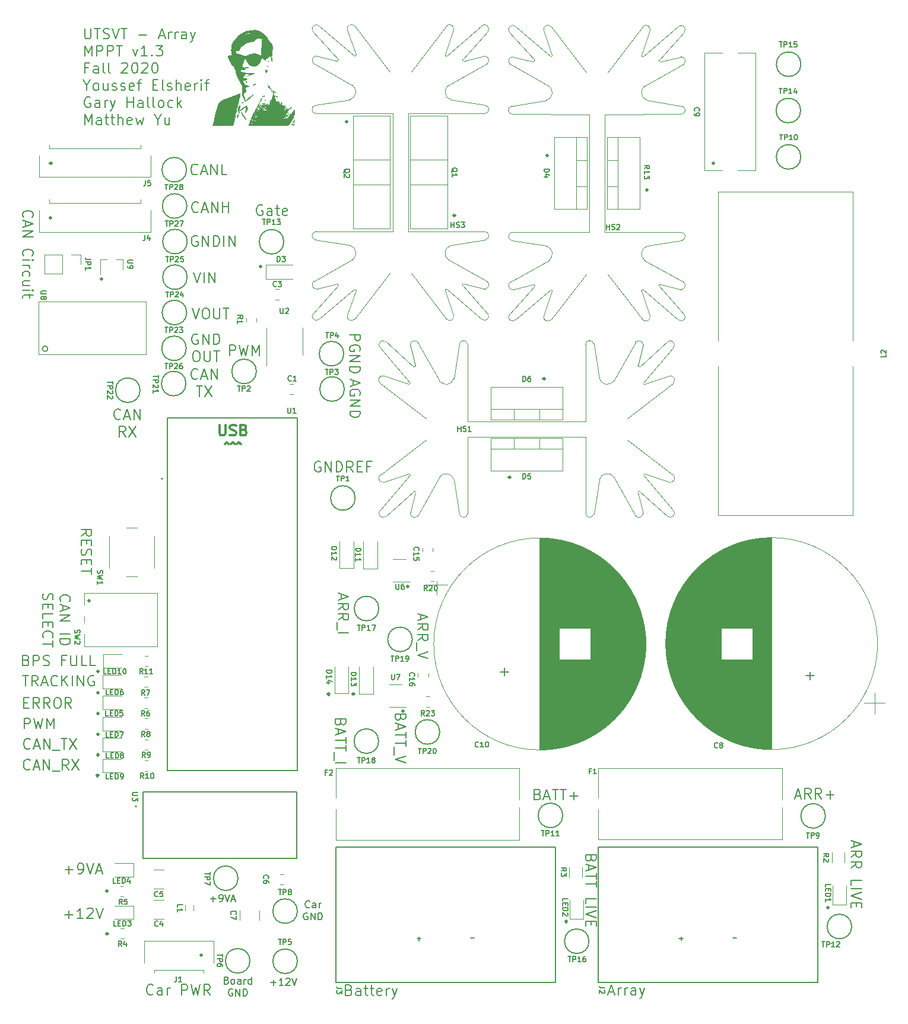
<source format=gto>
%TF.GenerationSoftware,KiCad,Pcbnew,(5.1.9)-1*%
%TF.CreationDate,2021-04-03T20:29:17-05:00*%
%TF.ProjectId,MPPT,4d505054-2e6b-4696-9361-645f70636258,1.3.0*%
%TF.SameCoordinates,Original*%
%TF.FileFunction,Legend,Top*%
%TF.FilePolarity,Positive*%
%FSLAX46Y46*%
G04 Gerber Fmt 4.6, Leading zero omitted, Abs format (unit mm)*
G04 Created by KiCad (PCBNEW (5.1.9)-1) date 2021-04-03 20:29:17*
%MOMM*%
%LPD*%
G01*
G04 APERTURE LIST*
%ADD10C,0.300000*%
%ADD11C,0.200000*%
%ADD12C,0.150000*%
%ADD13C,0.010000*%
%ADD14C,0.120000*%
%ADD15C,0.152400*%
%ADD16C,0.127000*%
%ADD17C,0.375000*%
%ADD18C,2.200000*%
%ADD19O,2.000000X2.000000*%
%ADD20R,2.000000X2.000000*%
%ADD21R,1.100000X1.100000*%
%ADD22C,2.800000*%
%ADD23C,4.000000*%
%ADD24C,3.200000*%
%ADD25R,0.650000X1.800000*%
%ADD26R,2.160000X1.520000*%
%ADD27C,2.000000*%
%ADD28R,0.800000X0.900000*%
%ADD29C,1.508000*%
%ADD30R,1.508000X1.508000*%
%ADD31O,1.700000X1.700000*%
%ADD32R,1.700000X1.700000*%
%ADD33O,1.500000X2.020000*%
%ADD34C,1.270000*%
%ADD35O,4.500000X2.500000*%
%ADD36R,4.500000X2.500000*%
%ADD37R,1.060000X0.650000*%
%ADD38C,3.800000*%
%ADD39C,2.286000*%
%ADD40R,1.530000X1.530000*%
%ADD41C,1.530000*%
%ADD42C,2.500000*%
%ADD43R,4.000000X4.000000*%
G04 APERTURE END LIST*
D10*
X51960000Y-57749285D02*
X52055238Y-57844523D01*
X51960000Y-57939761D01*
X51864761Y-57844523D01*
X51960000Y-57749285D01*
X51960000Y-57939761D01*
X132910000Y-149189285D02*
X133005238Y-149284523D01*
X132910000Y-149379761D01*
X132814761Y-149284523D01*
X132910000Y-149189285D01*
X132910000Y-149379761D01*
X95560000Y-151159285D02*
X95655238Y-151254523D01*
X95560000Y-151349761D01*
X95464761Y-151254523D01*
X95560000Y-151159285D01*
X95560000Y-151349761D01*
X65180000Y-118669285D02*
X65275238Y-118764523D01*
X65180000Y-118859761D01*
X65084761Y-118764523D01*
X65180000Y-118669285D01*
X65180000Y-118859761D01*
X61640000Y-118729285D02*
X61735238Y-118824523D01*
X61640000Y-118919761D01*
X61544761Y-118824523D01*
X61640000Y-118729285D01*
X61640000Y-118919761D01*
X72280000Y-121159285D02*
X72375238Y-121254523D01*
X72280000Y-121349761D01*
X72184761Y-121254523D01*
X72280000Y-121159285D01*
X72280000Y-121349761D01*
X72930000Y-103339285D02*
X73025238Y-103434523D01*
X72930000Y-103529761D01*
X72834761Y-103434523D01*
X72930000Y-103339285D01*
X72930000Y-103529761D01*
X87460000Y-87809285D02*
X87555238Y-87904523D01*
X87460000Y-87999761D01*
X87364761Y-87904523D01*
X87460000Y-87809285D01*
X87460000Y-87999761D01*
X92370000Y-73749285D02*
X92465238Y-73844523D01*
X92370000Y-73939761D01*
X92274761Y-73844523D01*
X92370000Y-73749285D01*
X92370000Y-73939761D01*
X116540000Y-42979285D02*
X116635238Y-43074523D01*
X116540000Y-43169761D01*
X116444761Y-43074523D01*
X116540000Y-42979285D01*
X116540000Y-43169761D01*
X107050000Y-46819285D02*
X107145238Y-46914523D01*
X107050000Y-47009761D01*
X106954761Y-46914523D01*
X107050000Y-46819285D01*
X107050000Y-47009761D01*
X92860000Y-41929285D02*
X92955238Y-42024523D01*
X92860000Y-42119761D01*
X92764761Y-42024523D01*
X92860000Y-41929285D01*
X92860000Y-42119761D01*
X79580000Y-50469285D02*
X79675238Y-50564523D01*
X79580000Y-50659761D01*
X79484761Y-50564523D01*
X79580000Y-50469285D01*
X79580000Y-50659761D01*
X64230000Y-37099285D02*
X64325238Y-37194523D01*
X64230000Y-37289761D01*
X64134761Y-37194523D01*
X64230000Y-37099285D01*
X64230000Y-37289761D01*
X22010000Y-42969285D02*
X22105238Y-43064523D01*
X22010000Y-43159761D01*
X21914761Y-43064523D01*
X22010000Y-42969285D01*
X22010000Y-43159761D01*
X21980000Y-50799285D02*
X22075238Y-50894523D01*
X21980000Y-50989761D01*
X21884761Y-50894523D01*
X21980000Y-50799285D01*
X21980000Y-50989761D01*
X29220000Y-59519285D02*
X29315238Y-59614523D01*
X29220000Y-59709761D01*
X29124761Y-59614523D01*
X29220000Y-59519285D01*
X29220000Y-59709761D01*
X28750000Y-115449285D02*
X28845238Y-115544523D01*
X28750000Y-115639761D01*
X28654761Y-115544523D01*
X28750000Y-115449285D01*
X28750000Y-115639761D01*
X28750000Y-118549285D02*
X28845238Y-118644523D01*
X28750000Y-118739761D01*
X28654761Y-118644523D01*
X28750000Y-118549285D01*
X28750000Y-118739761D01*
X28770000Y-121459285D02*
X28865238Y-121554523D01*
X28770000Y-121649761D01*
X28674761Y-121554523D01*
X28770000Y-121459285D01*
X28770000Y-121649761D01*
X28770000Y-124459285D02*
X28865238Y-124554523D01*
X28770000Y-124649761D01*
X28674761Y-124554523D01*
X28770000Y-124459285D01*
X28770000Y-124649761D01*
X28750000Y-127379285D02*
X28845238Y-127474523D01*
X28750000Y-127569761D01*
X28654761Y-127474523D01*
X28750000Y-127379285D01*
X28750000Y-127569761D01*
X28690000Y-130329285D02*
X28785238Y-130424523D01*
X28690000Y-130519761D01*
X28594761Y-130424523D01*
X28690000Y-130329285D01*
X28690000Y-130519761D01*
X43480000Y-155919285D02*
X43575238Y-156014523D01*
X43480000Y-156109761D01*
X43384761Y-156014523D01*
X43480000Y-155919285D01*
X43480000Y-156109761D01*
X30000000Y-146799285D02*
X30095238Y-146894523D01*
X30000000Y-146989761D01*
X29904761Y-146894523D01*
X30000000Y-146799285D01*
X30000000Y-146989761D01*
X30050000Y-152919285D02*
X30145238Y-153014523D01*
X30050000Y-153109761D01*
X29954761Y-153014523D01*
X30050000Y-152919285D01*
X30050000Y-153109761D01*
D11*
X18154285Y-50780714D02*
X18082857Y-50709285D01*
X18011428Y-50495000D01*
X18011428Y-50352142D01*
X18082857Y-50137857D01*
X18225714Y-49995000D01*
X18368571Y-49923571D01*
X18654285Y-49852142D01*
X18868571Y-49852142D01*
X19154285Y-49923571D01*
X19297142Y-49995000D01*
X19440000Y-50137857D01*
X19511428Y-50352142D01*
X19511428Y-50495000D01*
X19440000Y-50709285D01*
X19368571Y-50780714D01*
X18440000Y-51352142D02*
X18440000Y-52066428D01*
X18011428Y-51209285D02*
X19511428Y-51709285D01*
X18011428Y-52209285D01*
X18011428Y-52709285D02*
X19511428Y-52709285D01*
X18011428Y-53566428D01*
X19511428Y-53566428D01*
X18154285Y-56280714D02*
X18082857Y-56209285D01*
X18011428Y-55995000D01*
X18011428Y-55852142D01*
X18082857Y-55637857D01*
X18225714Y-55495000D01*
X18368571Y-55423571D01*
X18654285Y-55352142D01*
X18868571Y-55352142D01*
X19154285Y-55423571D01*
X19297142Y-55495000D01*
X19440000Y-55637857D01*
X19511428Y-55852142D01*
X19511428Y-55995000D01*
X19440000Y-56209285D01*
X19368571Y-56280714D01*
X18011428Y-56923571D02*
X19011428Y-56923571D01*
X19511428Y-56923571D02*
X19440000Y-56852142D01*
X19368571Y-56923571D01*
X19440000Y-56995000D01*
X19511428Y-56923571D01*
X19368571Y-56923571D01*
X18011428Y-57637857D02*
X19011428Y-57637857D01*
X18725714Y-57637857D02*
X18868571Y-57709285D01*
X18940000Y-57780714D01*
X19011428Y-57923571D01*
X19011428Y-58066428D01*
X18082857Y-59209285D02*
X18011428Y-59066428D01*
X18011428Y-58780714D01*
X18082857Y-58637857D01*
X18154285Y-58566428D01*
X18297142Y-58495000D01*
X18725714Y-58495000D01*
X18868571Y-58566428D01*
X18940000Y-58637857D01*
X19011428Y-58780714D01*
X19011428Y-59066428D01*
X18940000Y-59209285D01*
X19011428Y-60495000D02*
X18011428Y-60495000D01*
X19011428Y-59852142D02*
X18225714Y-59852142D01*
X18082857Y-59923571D01*
X18011428Y-60066428D01*
X18011428Y-60280714D01*
X18082857Y-60423571D01*
X18154285Y-60495000D01*
X18011428Y-61209285D02*
X19011428Y-61209285D01*
X19511428Y-61209285D02*
X19440000Y-61137857D01*
X19368571Y-61209285D01*
X19440000Y-61280714D01*
X19511428Y-61209285D01*
X19368571Y-61209285D01*
X19011428Y-61709285D02*
X19011428Y-62280714D01*
X19511428Y-61923571D02*
X18225714Y-61923571D01*
X18082857Y-61995000D01*
X18011428Y-62137857D01*
X18011428Y-62280714D01*
X24048571Y-143882142D02*
X25191428Y-143882142D01*
X24620000Y-144453571D02*
X24620000Y-143310714D01*
X25977142Y-144453571D02*
X26262857Y-144453571D01*
X26405714Y-144382142D01*
X26477142Y-144310714D01*
X26620000Y-144096428D01*
X26691428Y-143810714D01*
X26691428Y-143239285D01*
X26620000Y-143096428D01*
X26548571Y-143025000D01*
X26405714Y-142953571D01*
X26120000Y-142953571D01*
X25977142Y-143025000D01*
X25905714Y-143096428D01*
X25834285Y-143239285D01*
X25834285Y-143596428D01*
X25905714Y-143739285D01*
X25977142Y-143810714D01*
X26120000Y-143882142D01*
X26405714Y-143882142D01*
X26548571Y-143810714D01*
X26620000Y-143739285D01*
X26691428Y-143596428D01*
X27120000Y-142953571D02*
X27620000Y-144453571D01*
X28120000Y-142953571D01*
X28548571Y-144025000D02*
X29262857Y-144025000D01*
X28405714Y-144453571D02*
X28905714Y-142953571D01*
X29405714Y-144453571D01*
X24017142Y-150242142D02*
X25160000Y-150242142D01*
X24588571Y-150813571D02*
X24588571Y-149670714D01*
X26660000Y-150813571D02*
X25802857Y-150813571D01*
X26231428Y-150813571D02*
X26231428Y-149313571D01*
X26088571Y-149527857D01*
X25945714Y-149670714D01*
X25802857Y-149742142D01*
X27231428Y-149456428D02*
X27302857Y-149385000D01*
X27445714Y-149313571D01*
X27802857Y-149313571D01*
X27945714Y-149385000D01*
X28017142Y-149456428D01*
X28088571Y-149599285D01*
X28088571Y-149742142D01*
X28017142Y-149956428D01*
X27160000Y-150813571D01*
X28088571Y-150813571D01*
X28517142Y-149313571D02*
X29017142Y-150813571D01*
X29517142Y-149313571D01*
X36612857Y-161580714D02*
X36541428Y-161652142D01*
X36327142Y-161723571D01*
X36184285Y-161723571D01*
X35970000Y-161652142D01*
X35827142Y-161509285D01*
X35755714Y-161366428D01*
X35684285Y-161080714D01*
X35684285Y-160866428D01*
X35755714Y-160580714D01*
X35827142Y-160437857D01*
X35970000Y-160295000D01*
X36184285Y-160223571D01*
X36327142Y-160223571D01*
X36541428Y-160295000D01*
X36612857Y-160366428D01*
X37898571Y-161723571D02*
X37898571Y-160937857D01*
X37827142Y-160795000D01*
X37684285Y-160723571D01*
X37398571Y-160723571D01*
X37255714Y-160795000D01*
X37898571Y-161652142D02*
X37755714Y-161723571D01*
X37398571Y-161723571D01*
X37255714Y-161652142D01*
X37184285Y-161509285D01*
X37184285Y-161366428D01*
X37255714Y-161223571D01*
X37398571Y-161152142D01*
X37755714Y-161152142D01*
X37898571Y-161080714D01*
X38612857Y-161723571D02*
X38612857Y-160723571D01*
X38612857Y-161009285D02*
X38684285Y-160866428D01*
X38755714Y-160795000D01*
X38898571Y-160723571D01*
X39041428Y-160723571D01*
X40684285Y-161723571D02*
X40684285Y-160223571D01*
X41255714Y-160223571D01*
X41398571Y-160295000D01*
X41470000Y-160366428D01*
X41541428Y-160509285D01*
X41541428Y-160723571D01*
X41470000Y-160866428D01*
X41398571Y-160937857D01*
X41255714Y-161009285D01*
X40684285Y-161009285D01*
X42041428Y-160223571D02*
X42398571Y-161723571D01*
X42684285Y-160652142D01*
X42970000Y-161723571D01*
X43327142Y-160223571D01*
X44755714Y-161723571D02*
X44255714Y-161009285D01*
X43898571Y-161723571D02*
X43898571Y-160223571D01*
X44470000Y-160223571D01*
X44612857Y-160295000D01*
X44684285Y-160366428D01*
X44755714Y-160509285D01*
X44755714Y-160723571D01*
X44684285Y-160866428D01*
X44612857Y-160937857D01*
X44470000Y-161009285D01*
X43898571Y-161009285D01*
X128254285Y-133325000D02*
X128968571Y-133325000D01*
X128111428Y-133753571D02*
X128611428Y-132253571D01*
X129111428Y-133753571D01*
X130468571Y-133753571D02*
X129968571Y-133039285D01*
X129611428Y-133753571D02*
X129611428Y-132253571D01*
X130182857Y-132253571D01*
X130325714Y-132325000D01*
X130397142Y-132396428D01*
X130468571Y-132539285D01*
X130468571Y-132753571D01*
X130397142Y-132896428D01*
X130325714Y-132967857D01*
X130182857Y-133039285D01*
X129611428Y-133039285D01*
X131968571Y-133753571D02*
X131468571Y-133039285D01*
X131111428Y-133753571D02*
X131111428Y-132253571D01*
X131682857Y-132253571D01*
X131825714Y-132325000D01*
X131897142Y-132396428D01*
X131968571Y-132539285D01*
X131968571Y-132753571D01*
X131897142Y-132896428D01*
X131825714Y-132967857D01*
X131682857Y-133039285D01*
X131111428Y-133039285D01*
X132611428Y-133182142D02*
X133754285Y-133182142D01*
X133182857Y-133753571D02*
X133182857Y-132610714D01*
X91492857Y-133097857D02*
X91707142Y-133169285D01*
X91778571Y-133240714D01*
X91850000Y-133383571D01*
X91850000Y-133597857D01*
X91778571Y-133740714D01*
X91707142Y-133812142D01*
X91564285Y-133883571D01*
X90992857Y-133883571D01*
X90992857Y-132383571D01*
X91492857Y-132383571D01*
X91635714Y-132455000D01*
X91707142Y-132526428D01*
X91778571Y-132669285D01*
X91778571Y-132812142D01*
X91707142Y-132955000D01*
X91635714Y-133026428D01*
X91492857Y-133097857D01*
X90992857Y-133097857D01*
X92421428Y-133455000D02*
X93135714Y-133455000D01*
X92278571Y-133883571D02*
X92778571Y-132383571D01*
X93278571Y-133883571D01*
X93564285Y-132383571D02*
X94421428Y-132383571D01*
X93992857Y-133883571D02*
X93992857Y-132383571D01*
X94707142Y-132383571D02*
X95564285Y-132383571D01*
X95135714Y-133883571D02*
X95135714Y-132383571D01*
X96064285Y-133312142D02*
X97207142Y-133312142D01*
X96635714Y-133883571D02*
X96635714Y-132740714D01*
X52212857Y-49125000D02*
X52070000Y-49053571D01*
X51855714Y-49053571D01*
X51641428Y-49125000D01*
X51498571Y-49267857D01*
X51427142Y-49410714D01*
X51355714Y-49696428D01*
X51355714Y-49910714D01*
X51427142Y-50196428D01*
X51498571Y-50339285D01*
X51641428Y-50482142D01*
X51855714Y-50553571D01*
X51998571Y-50553571D01*
X52212857Y-50482142D01*
X52284285Y-50410714D01*
X52284285Y-49910714D01*
X51998571Y-49910714D01*
X53570000Y-50553571D02*
X53570000Y-49767857D01*
X53498571Y-49625000D01*
X53355714Y-49553571D01*
X53070000Y-49553571D01*
X52927142Y-49625000D01*
X53570000Y-50482142D02*
X53427142Y-50553571D01*
X53070000Y-50553571D01*
X52927142Y-50482142D01*
X52855714Y-50339285D01*
X52855714Y-50196428D01*
X52927142Y-50053571D01*
X53070000Y-49982142D01*
X53427142Y-49982142D01*
X53570000Y-49910714D01*
X54070000Y-49553571D02*
X54641428Y-49553571D01*
X54284285Y-49053571D02*
X54284285Y-50339285D01*
X54355714Y-50482142D01*
X54498571Y-50553571D01*
X54641428Y-50553571D01*
X55712857Y-50482142D02*
X55570000Y-50553571D01*
X55284285Y-50553571D01*
X55141428Y-50482142D01*
X55070000Y-50339285D01*
X55070000Y-49767857D01*
X55141428Y-49625000D01*
X55284285Y-49553571D01*
X55570000Y-49553571D01*
X55712857Y-49625000D01*
X55784285Y-49767857D01*
X55784285Y-49910714D01*
X55070000Y-50053571D01*
X64671428Y-67556428D02*
X66171428Y-67556428D01*
X66171428Y-68127857D01*
X66100000Y-68270714D01*
X66028571Y-68342142D01*
X65885714Y-68413571D01*
X65671428Y-68413571D01*
X65528571Y-68342142D01*
X65457142Y-68270714D01*
X65385714Y-68127857D01*
X65385714Y-67556428D01*
X66100000Y-69842142D02*
X66171428Y-69699285D01*
X66171428Y-69485000D01*
X66100000Y-69270714D01*
X65957142Y-69127857D01*
X65814285Y-69056428D01*
X65528571Y-68985000D01*
X65314285Y-68985000D01*
X65028571Y-69056428D01*
X64885714Y-69127857D01*
X64742857Y-69270714D01*
X64671428Y-69485000D01*
X64671428Y-69627857D01*
X64742857Y-69842142D01*
X64814285Y-69913571D01*
X65314285Y-69913571D01*
X65314285Y-69627857D01*
X64671428Y-70556428D02*
X66171428Y-70556428D01*
X64671428Y-71413571D01*
X66171428Y-71413571D01*
X64671428Y-72127857D02*
X66171428Y-72127857D01*
X66171428Y-72485000D01*
X66100000Y-72699285D01*
X65957142Y-72842142D01*
X65814285Y-72913571D01*
X65528571Y-72985000D01*
X65314285Y-72985000D01*
X65028571Y-72913571D01*
X64885714Y-72842142D01*
X64742857Y-72699285D01*
X64671428Y-72485000D01*
X64671428Y-72127857D01*
X47512857Y-70513571D02*
X47512857Y-69013571D01*
X48084285Y-69013571D01*
X48227142Y-69085000D01*
X48298571Y-69156428D01*
X48370000Y-69299285D01*
X48370000Y-69513571D01*
X48298571Y-69656428D01*
X48227142Y-69727857D01*
X48084285Y-69799285D01*
X47512857Y-69799285D01*
X48870000Y-69013571D02*
X49227142Y-70513571D01*
X49512857Y-69442142D01*
X49798571Y-70513571D01*
X50155714Y-69013571D01*
X50727142Y-70513571D02*
X50727142Y-69013571D01*
X51227142Y-70085000D01*
X51727142Y-69013571D01*
X51727142Y-70513571D01*
X26857142Y-23848571D02*
X26857142Y-25062857D01*
X26928571Y-25205714D01*
X27000000Y-25277142D01*
X27142857Y-25348571D01*
X27428571Y-25348571D01*
X27571428Y-25277142D01*
X27642857Y-25205714D01*
X27714285Y-25062857D01*
X27714285Y-23848571D01*
X28214285Y-23848571D02*
X29071428Y-23848571D01*
X28642857Y-25348571D02*
X28642857Y-23848571D01*
X29500000Y-25277142D02*
X29714285Y-25348571D01*
X30071428Y-25348571D01*
X30214285Y-25277142D01*
X30285714Y-25205714D01*
X30357142Y-25062857D01*
X30357142Y-24920000D01*
X30285714Y-24777142D01*
X30214285Y-24705714D01*
X30071428Y-24634285D01*
X29785714Y-24562857D01*
X29642857Y-24491428D01*
X29571428Y-24420000D01*
X29500000Y-24277142D01*
X29500000Y-24134285D01*
X29571428Y-23991428D01*
X29642857Y-23920000D01*
X29785714Y-23848571D01*
X30142857Y-23848571D01*
X30357142Y-23920000D01*
X30785714Y-23848571D02*
X31285714Y-25348571D01*
X31785714Y-23848571D01*
X32071428Y-23848571D02*
X32928571Y-23848571D01*
X32500000Y-25348571D02*
X32500000Y-23848571D01*
X34571428Y-24777142D02*
X35714285Y-24777142D01*
X37500000Y-24920000D02*
X38214285Y-24920000D01*
X37357142Y-25348571D02*
X37857142Y-23848571D01*
X38357142Y-25348571D01*
X38857142Y-25348571D02*
X38857142Y-24348571D01*
X38857142Y-24634285D02*
X38928571Y-24491428D01*
X39000000Y-24420000D01*
X39142857Y-24348571D01*
X39285714Y-24348571D01*
X39785714Y-25348571D02*
X39785714Y-24348571D01*
X39785714Y-24634285D02*
X39857142Y-24491428D01*
X39928571Y-24420000D01*
X40071428Y-24348571D01*
X40214285Y-24348571D01*
X41357142Y-25348571D02*
X41357142Y-24562857D01*
X41285714Y-24420000D01*
X41142857Y-24348571D01*
X40857142Y-24348571D01*
X40714285Y-24420000D01*
X41357142Y-25277142D02*
X41214285Y-25348571D01*
X40857142Y-25348571D01*
X40714285Y-25277142D01*
X40642857Y-25134285D01*
X40642857Y-24991428D01*
X40714285Y-24848571D01*
X40857142Y-24777142D01*
X41214285Y-24777142D01*
X41357142Y-24705714D01*
X41928571Y-24348571D02*
X42285714Y-25348571D01*
X42642857Y-24348571D02*
X42285714Y-25348571D01*
X42142857Y-25705714D01*
X42071428Y-25777142D01*
X41928571Y-25848571D01*
X26857142Y-27798571D02*
X26857142Y-26298571D01*
X27357142Y-27370000D01*
X27857142Y-26298571D01*
X27857142Y-27798571D01*
X28571428Y-27798571D02*
X28571428Y-26298571D01*
X29142857Y-26298571D01*
X29285714Y-26370000D01*
X29357142Y-26441428D01*
X29428571Y-26584285D01*
X29428571Y-26798571D01*
X29357142Y-26941428D01*
X29285714Y-27012857D01*
X29142857Y-27084285D01*
X28571428Y-27084285D01*
X30071428Y-27798571D02*
X30071428Y-26298571D01*
X30642857Y-26298571D01*
X30785714Y-26370000D01*
X30857142Y-26441428D01*
X30928571Y-26584285D01*
X30928571Y-26798571D01*
X30857142Y-26941428D01*
X30785714Y-27012857D01*
X30642857Y-27084285D01*
X30071428Y-27084285D01*
X31357142Y-26298571D02*
X32214285Y-26298571D01*
X31785714Y-27798571D02*
X31785714Y-26298571D01*
X33714285Y-26798571D02*
X34071428Y-27798571D01*
X34428571Y-26798571D01*
X35785714Y-27798571D02*
X34928571Y-27798571D01*
X35357142Y-27798571D02*
X35357142Y-26298571D01*
X35214285Y-26512857D01*
X35071428Y-26655714D01*
X34928571Y-26727142D01*
X36428571Y-27655714D02*
X36500000Y-27727142D01*
X36428571Y-27798571D01*
X36357142Y-27727142D01*
X36428571Y-27655714D01*
X36428571Y-27798571D01*
X37000000Y-26298571D02*
X37928571Y-26298571D01*
X37428571Y-26870000D01*
X37642857Y-26870000D01*
X37785714Y-26941428D01*
X37857142Y-27012857D01*
X37928571Y-27155714D01*
X37928571Y-27512857D01*
X37857142Y-27655714D01*
X37785714Y-27727142D01*
X37642857Y-27798571D01*
X37214285Y-27798571D01*
X37071428Y-27727142D01*
X37000000Y-27655714D01*
X27357142Y-29462857D02*
X26857142Y-29462857D01*
X26857142Y-30248571D02*
X26857142Y-28748571D01*
X27571428Y-28748571D01*
X28785714Y-30248571D02*
X28785714Y-29462857D01*
X28714285Y-29320000D01*
X28571428Y-29248571D01*
X28285714Y-29248571D01*
X28142857Y-29320000D01*
X28785714Y-30177142D02*
X28642857Y-30248571D01*
X28285714Y-30248571D01*
X28142857Y-30177142D01*
X28071428Y-30034285D01*
X28071428Y-29891428D01*
X28142857Y-29748571D01*
X28285714Y-29677142D01*
X28642857Y-29677142D01*
X28785714Y-29605714D01*
X29714285Y-30248571D02*
X29571428Y-30177142D01*
X29500000Y-30034285D01*
X29500000Y-28748571D01*
X30500000Y-30248571D02*
X30357142Y-30177142D01*
X30285714Y-30034285D01*
X30285714Y-28748571D01*
X32142857Y-28891428D02*
X32214285Y-28820000D01*
X32357142Y-28748571D01*
X32714285Y-28748571D01*
X32857142Y-28820000D01*
X32928571Y-28891428D01*
X33000000Y-29034285D01*
X33000000Y-29177142D01*
X32928571Y-29391428D01*
X32071428Y-30248571D01*
X33000000Y-30248571D01*
X33928571Y-28748571D02*
X34071428Y-28748571D01*
X34214285Y-28820000D01*
X34285714Y-28891428D01*
X34357142Y-29034285D01*
X34428571Y-29320000D01*
X34428571Y-29677142D01*
X34357142Y-29962857D01*
X34285714Y-30105714D01*
X34214285Y-30177142D01*
X34071428Y-30248571D01*
X33928571Y-30248571D01*
X33785714Y-30177142D01*
X33714285Y-30105714D01*
X33642857Y-29962857D01*
X33571428Y-29677142D01*
X33571428Y-29320000D01*
X33642857Y-29034285D01*
X33714285Y-28891428D01*
X33785714Y-28820000D01*
X33928571Y-28748571D01*
X35000000Y-28891428D02*
X35071428Y-28820000D01*
X35214285Y-28748571D01*
X35571428Y-28748571D01*
X35714285Y-28820000D01*
X35785714Y-28891428D01*
X35857142Y-29034285D01*
X35857142Y-29177142D01*
X35785714Y-29391428D01*
X34928571Y-30248571D01*
X35857142Y-30248571D01*
X36785714Y-28748571D02*
X36928571Y-28748571D01*
X37071428Y-28820000D01*
X37142857Y-28891428D01*
X37214285Y-29034285D01*
X37285714Y-29320000D01*
X37285714Y-29677142D01*
X37214285Y-29962857D01*
X37142857Y-30105714D01*
X37071428Y-30177142D01*
X36928571Y-30248571D01*
X36785714Y-30248571D01*
X36642857Y-30177142D01*
X36571428Y-30105714D01*
X36500000Y-29962857D01*
X36428571Y-29677142D01*
X36428571Y-29320000D01*
X36500000Y-29034285D01*
X36571428Y-28891428D01*
X36642857Y-28820000D01*
X36785714Y-28748571D01*
X27142857Y-31984285D02*
X27142857Y-32698571D01*
X26642857Y-31198571D02*
X27142857Y-31984285D01*
X27642857Y-31198571D01*
X28357142Y-32698571D02*
X28214285Y-32627142D01*
X28142857Y-32555714D01*
X28071428Y-32412857D01*
X28071428Y-31984285D01*
X28142857Y-31841428D01*
X28214285Y-31770000D01*
X28357142Y-31698571D01*
X28571428Y-31698571D01*
X28714285Y-31770000D01*
X28785714Y-31841428D01*
X28857142Y-31984285D01*
X28857142Y-32412857D01*
X28785714Y-32555714D01*
X28714285Y-32627142D01*
X28571428Y-32698571D01*
X28357142Y-32698571D01*
X30142857Y-31698571D02*
X30142857Y-32698571D01*
X29500000Y-31698571D02*
X29500000Y-32484285D01*
X29571428Y-32627142D01*
X29714285Y-32698571D01*
X29928571Y-32698571D01*
X30071428Y-32627142D01*
X30142857Y-32555714D01*
X30785714Y-32627142D02*
X30928571Y-32698571D01*
X31214285Y-32698571D01*
X31357142Y-32627142D01*
X31428571Y-32484285D01*
X31428571Y-32412857D01*
X31357142Y-32270000D01*
X31214285Y-32198571D01*
X31000000Y-32198571D01*
X30857142Y-32127142D01*
X30785714Y-31984285D01*
X30785714Y-31912857D01*
X30857142Y-31770000D01*
X31000000Y-31698571D01*
X31214285Y-31698571D01*
X31357142Y-31770000D01*
X32000000Y-32627142D02*
X32142857Y-32698571D01*
X32428571Y-32698571D01*
X32571428Y-32627142D01*
X32642857Y-32484285D01*
X32642857Y-32412857D01*
X32571428Y-32270000D01*
X32428571Y-32198571D01*
X32214285Y-32198571D01*
X32071428Y-32127142D01*
X32000000Y-31984285D01*
X32000000Y-31912857D01*
X32071428Y-31770000D01*
X32214285Y-31698571D01*
X32428571Y-31698571D01*
X32571428Y-31770000D01*
X33857142Y-32627142D02*
X33714285Y-32698571D01*
X33428571Y-32698571D01*
X33285714Y-32627142D01*
X33214285Y-32484285D01*
X33214285Y-31912857D01*
X33285714Y-31770000D01*
X33428571Y-31698571D01*
X33714285Y-31698571D01*
X33857142Y-31770000D01*
X33928571Y-31912857D01*
X33928571Y-32055714D01*
X33214285Y-32198571D01*
X34357142Y-31698571D02*
X34928571Y-31698571D01*
X34571428Y-32698571D02*
X34571428Y-31412857D01*
X34642857Y-31270000D01*
X34785714Y-31198571D01*
X34928571Y-31198571D01*
X36571428Y-31912857D02*
X37071428Y-31912857D01*
X37285714Y-32698571D02*
X36571428Y-32698571D01*
X36571428Y-31198571D01*
X37285714Y-31198571D01*
X38142857Y-32698571D02*
X38000000Y-32627142D01*
X37928571Y-32484285D01*
X37928571Y-31198571D01*
X38642857Y-32627142D02*
X38785714Y-32698571D01*
X39071428Y-32698571D01*
X39214285Y-32627142D01*
X39285714Y-32484285D01*
X39285714Y-32412857D01*
X39214285Y-32270000D01*
X39071428Y-32198571D01*
X38857142Y-32198571D01*
X38714285Y-32127142D01*
X38642857Y-31984285D01*
X38642857Y-31912857D01*
X38714285Y-31770000D01*
X38857142Y-31698571D01*
X39071428Y-31698571D01*
X39214285Y-31770000D01*
X39928571Y-32698571D02*
X39928571Y-31198571D01*
X40571428Y-32698571D02*
X40571428Y-31912857D01*
X40500000Y-31770000D01*
X40357142Y-31698571D01*
X40142857Y-31698571D01*
X40000000Y-31770000D01*
X39928571Y-31841428D01*
X41857142Y-32627142D02*
X41714285Y-32698571D01*
X41428571Y-32698571D01*
X41285714Y-32627142D01*
X41214285Y-32484285D01*
X41214285Y-31912857D01*
X41285714Y-31770000D01*
X41428571Y-31698571D01*
X41714285Y-31698571D01*
X41857142Y-31770000D01*
X41928571Y-31912857D01*
X41928571Y-32055714D01*
X41214285Y-32198571D01*
X42571428Y-32698571D02*
X42571428Y-31698571D01*
X42571428Y-31984285D02*
X42642857Y-31841428D01*
X42714285Y-31770000D01*
X42857142Y-31698571D01*
X43000000Y-31698571D01*
X43500000Y-32698571D02*
X43500000Y-31698571D01*
X43500000Y-31198571D02*
X43428571Y-31270000D01*
X43500000Y-31341428D01*
X43571428Y-31270000D01*
X43500000Y-31198571D01*
X43500000Y-31341428D01*
X44000000Y-31698571D02*
X44571428Y-31698571D01*
X44214285Y-32698571D02*
X44214285Y-31412857D01*
X44285714Y-31270000D01*
X44428571Y-31198571D01*
X44571428Y-31198571D01*
X27642857Y-33720000D02*
X27500000Y-33648571D01*
X27285714Y-33648571D01*
X27071428Y-33720000D01*
X26928571Y-33862857D01*
X26857142Y-34005714D01*
X26785714Y-34291428D01*
X26785714Y-34505714D01*
X26857142Y-34791428D01*
X26928571Y-34934285D01*
X27071428Y-35077142D01*
X27285714Y-35148571D01*
X27428571Y-35148571D01*
X27642857Y-35077142D01*
X27714285Y-35005714D01*
X27714285Y-34505714D01*
X27428571Y-34505714D01*
X29000000Y-35148571D02*
X29000000Y-34362857D01*
X28928571Y-34220000D01*
X28785714Y-34148571D01*
X28500000Y-34148571D01*
X28357142Y-34220000D01*
X29000000Y-35077142D02*
X28857142Y-35148571D01*
X28500000Y-35148571D01*
X28357142Y-35077142D01*
X28285714Y-34934285D01*
X28285714Y-34791428D01*
X28357142Y-34648571D01*
X28500000Y-34577142D01*
X28857142Y-34577142D01*
X29000000Y-34505714D01*
X29714285Y-35148571D02*
X29714285Y-34148571D01*
X29714285Y-34434285D02*
X29785714Y-34291428D01*
X29857142Y-34220000D01*
X30000000Y-34148571D01*
X30142857Y-34148571D01*
X30500000Y-34148571D02*
X30857142Y-35148571D01*
X31214285Y-34148571D02*
X30857142Y-35148571D01*
X30714285Y-35505714D01*
X30642857Y-35577142D01*
X30500000Y-35648571D01*
X32928571Y-35148571D02*
X32928571Y-33648571D01*
X32928571Y-34362857D02*
X33785714Y-34362857D01*
X33785714Y-35148571D02*
X33785714Y-33648571D01*
X35142857Y-35148571D02*
X35142857Y-34362857D01*
X35071428Y-34220000D01*
X34928571Y-34148571D01*
X34642857Y-34148571D01*
X34500000Y-34220000D01*
X35142857Y-35077142D02*
X35000000Y-35148571D01*
X34642857Y-35148571D01*
X34500000Y-35077142D01*
X34428571Y-34934285D01*
X34428571Y-34791428D01*
X34500000Y-34648571D01*
X34642857Y-34577142D01*
X35000000Y-34577142D01*
X35142857Y-34505714D01*
X36071428Y-35148571D02*
X35928571Y-35077142D01*
X35857142Y-34934285D01*
X35857142Y-33648571D01*
X36857142Y-35148571D02*
X36714285Y-35077142D01*
X36642857Y-34934285D01*
X36642857Y-33648571D01*
X37642857Y-35148571D02*
X37500000Y-35077142D01*
X37428571Y-35005714D01*
X37357142Y-34862857D01*
X37357142Y-34434285D01*
X37428571Y-34291428D01*
X37500000Y-34220000D01*
X37642857Y-34148571D01*
X37857142Y-34148571D01*
X38000000Y-34220000D01*
X38071428Y-34291428D01*
X38142857Y-34434285D01*
X38142857Y-34862857D01*
X38071428Y-35005714D01*
X38000000Y-35077142D01*
X37857142Y-35148571D01*
X37642857Y-35148571D01*
X39428571Y-35077142D02*
X39285714Y-35148571D01*
X39000000Y-35148571D01*
X38857142Y-35077142D01*
X38785714Y-35005714D01*
X38714285Y-34862857D01*
X38714285Y-34434285D01*
X38785714Y-34291428D01*
X38857142Y-34220000D01*
X39000000Y-34148571D01*
X39285714Y-34148571D01*
X39428571Y-34220000D01*
X40071428Y-35148571D02*
X40071428Y-33648571D01*
X40214285Y-34577142D02*
X40642857Y-35148571D01*
X40642857Y-34148571D02*
X40071428Y-34720000D01*
X26857142Y-37598571D02*
X26857142Y-36098571D01*
X27357142Y-37170000D01*
X27857142Y-36098571D01*
X27857142Y-37598571D01*
X29214285Y-37598571D02*
X29214285Y-36812857D01*
X29142857Y-36670000D01*
X29000000Y-36598571D01*
X28714285Y-36598571D01*
X28571428Y-36670000D01*
X29214285Y-37527142D02*
X29071428Y-37598571D01*
X28714285Y-37598571D01*
X28571428Y-37527142D01*
X28500000Y-37384285D01*
X28500000Y-37241428D01*
X28571428Y-37098571D01*
X28714285Y-37027142D01*
X29071428Y-37027142D01*
X29214285Y-36955714D01*
X29714285Y-36598571D02*
X30285714Y-36598571D01*
X29928571Y-36098571D02*
X29928571Y-37384285D01*
X30000000Y-37527142D01*
X30142857Y-37598571D01*
X30285714Y-37598571D01*
X30571428Y-36598571D02*
X31142857Y-36598571D01*
X30785714Y-36098571D02*
X30785714Y-37384285D01*
X30857142Y-37527142D01*
X31000000Y-37598571D01*
X31142857Y-37598571D01*
X31642857Y-37598571D02*
X31642857Y-36098571D01*
X32285714Y-37598571D02*
X32285714Y-36812857D01*
X32214285Y-36670000D01*
X32071428Y-36598571D01*
X31857142Y-36598571D01*
X31714285Y-36670000D01*
X31642857Y-36741428D01*
X33571428Y-37527142D02*
X33428571Y-37598571D01*
X33142857Y-37598571D01*
X33000000Y-37527142D01*
X32928571Y-37384285D01*
X32928571Y-36812857D01*
X33000000Y-36670000D01*
X33142857Y-36598571D01*
X33428571Y-36598571D01*
X33571428Y-36670000D01*
X33642857Y-36812857D01*
X33642857Y-36955714D01*
X32928571Y-37098571D01*
X34142857Y-36598571D02*
X34428571Y-37598571D01*
X34714285Y-36884285D01*
X35000000Y-37598571D01*
X35285714Y-36598571D01*
X37285714Y-36884285D02*
X37285714Y-37598571D01*
X36785714Y-36098571D02*
X37285714Y-36884285D01*
X37785714Y-36098571D01*
X38928571Y-36598571D02*
X38928571Y-37598571D01*
X38285714Y-36598571D02*
X38285714Y-37384285D01*
X38357142Y-37527142D01*
X38500000Y-37598571D01*
X38714285Y-37598571D01*
X38857142Y-37527142D01*
X38928571Y-37455714D01*
X65110000Y-74032142D02*
X65110000Y-74746428D01*
X64681428Y-73889285D02*
X66181428Y-74389285D01*
X64681428Y-74889285D01*
X66110000Y-76175000D02*
X66181428Y-76032142D01*
X66181428Y-75817857D01*
X66110000Y-75603571D01*
X65967142Y-75460714D01*
X65824285Y-75389285D01*
X65538571Y-75317857D01*
X65324285Y-75317857D01*
X65038571Y-75389285D01*
X64895714Y-75460714D01*
X64752857Y-75603571D01*
X64681428Y-75817857D01*
X64681428Y-75960714D01*
X64752857Y-76175000D01*
X64824285Y-76246428D01*
X65324285Y-76246428D01*
X65324285Y-75960714D01*
X64681428Y-76889285D02*
X66181428Y-76889285D01*
X64681428Y-77746428D01*
X66181428Y-77746428D01*
X64681428Y-78460714D02*
X66181428Y-78460714D01*
X66181428Y-78817857D01*
X66110000Y-79032142D01*
X65967142Y-79175000D01*
X65824285Y-79246428D01*
X65538571Y-79317857D01*
X65324285Y-79317857D01*
X65038571Y-79246428D01*
X64895714Y-79175000D01*
X64752857Y-79032142D01*
X64681428Y-78817857D01*
X64681428Y-78460714D01*
X60465714Y-85695000D02*
X60322857Y-85623571D01*
X60108571Y-85623571D01*
X59894285Y-85695000D01*
X59751428Y-85837857D01*
X59680000Y-85980714D01*
X59608571Y-86266428D01*
X59608571Y-86480714D01*
X59680000Y-86766428D01*
X59751428Y-86909285D01*
X59894285Y-87052142D01*
X60108571Y-87123571D01*
X60251428Y-87123571D01*
X60465714Y-87052142D01*
X60537142Y-86980714D01*
X60537142Y-86480714D01*
X60251428Y-86480714D01*
X61180000Y-87123571D02*
X61180000Y-85623571D01*
X62037142Y-87123571D01*
X62037142Y-85623571D01*
X62751428Y-87123571D02*
X62751428Y-85623571D01*
X63108571Y-85623571D01*
X63322857Y-85695000D01*
X63465714Y-85837857D01*
X63537142Y-85980714D01*
X63608571Y-86266428D01*
X63608571Y-86480714D01*
X63537142Y-86766428D01*
X63465714Y-86909285D01*
X63322857Y-87052142D01*
X63108571Y-87123571D01*
X62751428Y-87123571D01*
X65108571Y-87123571D02*
X64608571Y-86409285D01*
X64251428Y-87123571D02*
X64251428Y-85623571D01*
X64822857Y-85623571D01*
X64965714Y-85695000D01*
X65037142Y-85766428D01*
X65108571Y-85909285D01*
X65108571Y-86123571D01*
X65037142Y-86266428D01*
X64965714Y-86337857D01*
X64822857Y-86409285D01*
X64251428Y-86409285D01*
X65751428Y-86337857D02*
X66251428Y-86337857D01*
X66465714Y-87123571D02*
X65751428Y-87123571D01*
X65751428Y-85623571D01*
X66465714Y-85623571D01*
X67608571Y-86337857D02*
X67108571Y-86337857D01*
X67108571Y-87123571D02*
X67108571Y-85623571D01*
X67822857Y-85623571D01*
X71932142Y-122137142D02*
X71860714Y-122351428D01*
X71789285Y-122422857D01*
X71646428Y-122494285D01*
X71432142Y-122494285D01*
X71289285Y-122422857D01*
X71217857Y-122351428D01*
X71146428Y-122208571D01*
X71146428Y-121637142D01*
X72646428Y-121637142D01*
X72646428Y-122137142D01*
X72575000Y-122280000D01*
X72503571Y-122351428D01*
X72360714Y-122422857D01*
X72217857Y-122422857D01*
X72075000Y-122351428D01*
X72003571Y-122280000D01*
X71932142Y-122137142D01*
X71932142Y-121637142D01*
X71575000Y-123065714D02*
X71575000Y-123780000D01*
X71146428Y-122922857D02*
X72646428Y-123422857D01*
X71146428Y-123922857D01*
X72646428Y-124208571D02*
X72646428Y-125065714D01*
X71146428Y-124637142D02*
X72646428Y-124637142D01*
X72646428Y-125351428D02*
X72646428Y-126208571D01*
X71146428Y-125780000D02*
X72646428Y-125780000D01*
X71003571Y-126351428D02*
X71003571Y-127494285D01*
X72646428Y-127637142D02*
X71146428Y-128137142D01*
X72646428Y-128637142D01*
X74775000Y-107458571D02*
X74775000Y-108172857D01*
X74346428Y-107315714D02*
X75846428Y-107815714D01*
X74346428Y-108315714D01*
X74346428Y-109672857D02*
X75060714Y-109172857D01*
X74346428Y-108815714D02*
X75846428Y-108815714D01*
X75846428Y-109387142D01*
X75775000Y-109530000D01*
X75703571Y-109601428D01*
X75560714Y-109672857D01*
X75346428Y-109672857D01*
X75203571Y-109601428D01*
X75132142Y-109530000D01*
X75060714Y-109387142D01*
X75060714Y-108815714D01*
X74346428Y-111172857D02*
X75060714Y-110672857D01*
X74346428Y-110315714D02*
X75846428Y-110315714D01*
X75846428Y-110887142D01*
X75775000Y-111030000D01*
X75703571Y-111101428D01*
X75560714Y-111172857D01*
X75346428Y-111172857D01*
X75203571Y-111101428D01*
X75132142Y-111030000D01*
X75060714Y-110887142D01*
X75060714Y-110315714D01*
X74203571Y-111458571D02*
X74203571Y-112601428D01*
X75846428Y-112744285D02*
X74346428Y-113244285D01*
X75846428Y-113744285D01*
X63430000Y-104529285D02*
X63430000Y-105243571D01*
X63001428Y-104386428D02*
X64501428Y-104886428D01*
X63001428Y-105386428D01*
X63001428Y-106743571D02*
X63715714Y-106243571D01*
X63001428Y-105886428D02*
X64501428Y-105886428D01*
X64501428Y-106457857D01*
X64430000Y-106600714D01*
X64358571Y-106672142D01*
X64215714Y-106743571D01*
X64001428Y-106743571D01*
X63858571Y-106672142D01*
X63787142Y-106600714D01*
X63715714Y-106457857D01*
X63715714Y-105886428D01*
X63001428Y-108243571D02*
X63715714Y-107743571D01*
X63001428Y-107386428D02*
X64501428Y-107386428D01*
X64501428Y-107957857D01*
X64430000Y-108100714D01*
X64358571Y-108172142D01*
X64215714Y-108243571D01*
X64001428Y-108243571D01*
X63858571Y-108172142D01*
X63787142Y-108100714D01*
X63715714Y-107957857D01*
X63715714Y-107386428D01*
X62858571Y-108529285D02*
X62858571Y-109672142D01*
X63001428Y-110029285D02*
X64501428Y-110029285D01*
X63382142Y-122872857D02*
X63310714Y-123087142D01*
X63239285Y-123158571D01*
X63096428Y-123230000D01*
X62882142Y-123230000D01*
X62739285Y-123158571D01*
X62667857Y-123087142D01*
X62596428Y-122944285D01*
X62596428Y-122372857D01*
X64096428Y-122372857D01*
X64096428Y-122872857D01*
X64025000Y-123015714D01*
X63953571Y-123087142D01*
X63810714Y-123158571D01*
X63667857Y-123158571D01*
X63525000Y-123087142D01*
X63453571Y-123015714D01*
X63382142Y-122872857D01*
X63382142Y-122372857D01*
X63025000Y-123801428D02*
X63025000Y-124515714D01*
X62596428Y-123658571D02*
X64096428Y-124158571D01*
X62596428Y-124658571D01*
X64096428Y-124944285D02*
X64096428Y-125801428D01*
X62596428Y-125372857D02*
X64096428Y-125372857D01*
X64096428Y-126087142D02*
X64096428Y-126944285D01*
X62596428Y-126515714D02*
X64096428Y-126515714D01*
X62453571Y-127087142D02*
X62453571Y-128230000D01*
X62596428Y-128587142D02*
X64096428Y-128587142D01*
X23439285Y-105562142D02*
X23367857Y-105490714D01*
X23296428Y-105276428D01*
X23296428Y-105133571D01*
X23367857Y-104919285D01*
X23510714Y-104776428D01*
X23653571Y-104705000D01*
X23939285Y-104633571D01*
X24153571Y-104633571D01*
X24439285Y-104705000D01*
X24582142Y-104776428D01*
X24725000Y-104919285D01*
X24796428Y-105133571D01*
X24796428Y-105276428D01*
X24725000Y-105490714D01*
X24653571Y-105562142D01*
X23725000Y-106133571D02*
X23725000Y-106847857D01*
X23296428Y-105990714D02*
X24796428Y-106490714D01*
X23296428Y-106990714D01*
X23296428Y-107490714D02*
X24796428Y-107490714D01*
X23296428Y-108347857D01*
X24796428Y-108347857D01*
X23296428Y-110205000D02*
X24796428Y-110205000D01*
X23296428Y-110919285D02*
X24796428Y-110919285D01*
X24796428Y-111276428D01*
X24725000Y-111490714D01*
X24582142Y-111633571D01*
X24439285Y-111705000D01*
X24153571Y-111776428D01*
X23939285Y-111776428D01*
X23653571Y-111705000D01*
X23510714Y-111633571D01*
X23367857Y-111490714D01*
X23296428Y-111276428D01*
X23296428Y-110919285D01*
X20917857Y-104490714D02*
X20846428Y-104705000D01*
X20846428Y-105062142D01*
X20917857Y-105205000D01*
X20989285Y-105276428D01*
X21132142Y-105347857D01*
X21275000Y-105347857D01*
X21417857Y-105276428D01*
X21489285Y-105205000D01*
X21560714Y-105062142D01*
X21632142Y-104776428D01*
X21703571Y-104633571D01*
X21775000Y-104562142D01*
X21917857Y-104490714D01*
X22060714Y-104490714D01*
X22203571Y-104562142D01*
X22275000Y-104633571D01*
X22346428Y-104776428D01*
X22346428Y-105133571D01*
X22275000Y-105347857D01*
X21632142Y-105990714D02*
X21632142Y-106490714D01*
X20846428Y-106705000D02*
X20846428Y-105990714D01*
X22346428Y-105990714D01*
X22346428Y-106705000D01*
X20846428Y-108062142D02*
X20846428Y-107347857D01*
X22346428Y-107347857D01*
X21632142Y-108562142D02*
X21632142Y-109062142D01*
X20846428Y-109276428D02*
X20846428Y-108562142D01*
X22346428Y-108562142D01*
X22346428Y-109276428D01*
X20989285Y-110776428D02*
X20917857Y-110705000D01*
X20846428Y-110490714D01*
X20846428Y-110347857D01*
X20917857Y-110133571D01*
X21060714Y-109990714D01*
X21203571Y-109919285D01*
X21489285Y-109847857D01*
X21703571Y-109847857D01*
X21989285Y-109919285D01*
X22132142Y-109990714D01*
X22275000Y-110133571D01*
X22346428Y-110347857D01*
X22346428Y-110490714D01*
X22275000Y-110705000D01*
X22203571Y-110776428D01*
X22346428Y-111205000D02*
X22346428Y-112062142D01*
X20846428Y-111633571D02*
X22346428Y-111633571D01*
X26346428Y-96226428D02*
X27060714Y-95726428D01*
X26346428Y-95369285D02*
X27846428Y-95369285D01*
X27846428Y-95940714D01*
X27775000Y-96083571D01*
X27703571Y-96155000D01*
X27560714Y-96226428D01*
X27346428Y-96226428D01*
X27203571Y-96155000D01*
X27132142Y-96083571D01*
X27060714Y-95940714D01*
X27060714Y-95369285D01*
X27132142Y-96869285D02*
X27132142Y-97369285D01*
X26346428Y-97583571D02*
X26346428Y-96869285D01*
X27846428Y-96869285D01*
X27846428Y-97583571D01*
X26417857Y-98155000D02*
X26346428Y-98369285D01*
X26346428Y-98726428D01*
X26417857Y-98869285D01*
X26489285Y-98940714D01*
X26632142Y-99012142D01*
X26775000Y-99012142D01*
X26917857Y-98940714D01*
X26989285Y-98869285D01*
X27060714Y-98726428D01*
X27132142Y-98440714D01*
X27203571Y-98297857D01*
X27275000Y-98226428D01*
X27417857Y-98155000D01*
X27560714Y-98155000D01*
X27703571Y-98226428D01*
X27775000Y-98297857D01*
X27846428Y-98440714D01*
X27846428Y-98797857D01*
X27775000Y-99012142D01*
X27132142Y-99655000D02*
X27132142Y-100155000D01*
X26346428Y-100369285D02*
X26346428Y-99655000D01*
X27846428Y-99655000D01*
X27846428Y-100369285D01*
X27846428Y-100797857D02*
X27846428Y-101655000D01*
X26346428Y-101226428D02*
X27846428Y-101226428D01*
X19050000Y-129480714D02*
X18978571Y-129552142D01*
X18764285Y-129623571D01*
X18621428Y-129623571D01*
X18407142Y-129552142D01*
X18264285Y-129409285D01*
X18192857Y-129266428D01*
X18121428Y-128980714D01*
X18121428Y-128766428D01*
X18192857Y-128480714D01*
X18264285Y-128337857D01*
X18407142Y-128195000D01*
X18621428Y-128123571D01*
X18764285Y-128123571D01*
X18978571Y-128195000D01*
X19050000Y-128266428D01*
X19621428Y-129195000D02*
X20335714Y-129195000D01*
X19478571Y-129623571D02*
X19978571Y-128123571D01*
X20478571Y-129623571D01*
X20978571Y-129623571D02*
X20978571Y-128123571D01*
X21835714Y-129623571D01*
X21835714Y-128123571D01*
X22192857Y-129766428D02*
X23335714Y-129766428D01*
X24550000Y-129623571D02*
X24050000Y-128909285D01*
X23692857Y-129623571D02*
X23692857Y-128123571D01*
X24264285Y-128123571D01*
X24407142Y-128195000D01*
X24478571Y-128266428D01*
X24550000Y-128409285D01*
X24550000Y-128623571D01*
X24478571Y-128766428D01*
X24407142Y-128837857D01*
X24264285Y-128909285D01*
X23692857Y-128909285D01*
X25050000Y-128123571D02*
X26050000Y-129623571D01*
X26050000Y-128123571D02*
X25050000Y-129623571D01*
X19068571Y-126510714D02*
X18997142Y-126582142D01*
X18782857Y-126653571D01*
X18640000Y-126653571D01*
X18425714Y-126582142D01*
X18282857Y-126439285D01*
X18211428Y-126296428D01*
X18140000Y-126010714D01*
X18140000Y-125796428D01*
X18211428Y-125510714D01*
X18282857Y-125367857D01*
X18425714Y-125225000D01*
X18640000Y-125153571D01*
X18782857Y-125153571D01*
X18997142Y-125225000D01*
X19068571Y-125296428D01*
X19640000Y-126225000D02*
X20354285Y-126225000D01*
X19497142Y-126653571D02*
X19997142Y-125153571D01*
X20497142Y-126653571D01*
X20997142Y-126653571D02*
X20997142Y-125153571D01*
X21854285Y-126653571D01*
X21854285Y-125153571D01*
X22211428Y-126796428D02*
X23354285Y-126796428D01*
X23497142Y-125153571D02*
X24354285Y-125153571D01*
X23925714Y-126653571D02*
X23925714Y-125153571D01*
X24711428Y-125153571D02*
X25711428Y-126653571D01*
X25711428Y-125153571D02*
X24711428Y-126653571D01*
X18222857Y-123733571D02*
X18222857Y-122233571D01*
X18794285Y-122233571D01*
X18937142Y-122305000D01*
X19008571Y-122376428D01*
X19080000Y-122519285D01*
X19080000Y-122733571D01*
X19008571Y-122876428D01*
X18937142Y-122947857D01*
X18794285Y-123019285D01*
X18222857Y-123019285D01*
X19580000Y-122233571D02*
X19937142Y-123733571D01*
X20222857Y-122662142D01*
X20508571Y-123733571D01*
X20865714Y-122233571D01*
X21437142Y-123733571D02*
X21437142Y-122233571D01*
X21937142Y-123305000D01*
X22437142Y-122233571D01*
X22437142Y-123733571D01*
X99107142Y-142259285D02*
X99035714Y-142473571D01*
X98964285Y-142545000D01*
X98821428Y-142616428D01*
X98607142Y-142616428D01*
X98464285Y-142545000D01*
X98392857Y-142473571D01*
X98321428Y-142330714D01*
X98321428Y-141759285D01*
X99821428Y-141759285D01*
X99821428Y-142259285D01*
X99750000Y-142402142D01*
X99678571Y-142473571D01*
X99535714Y-142545000D01*
X99392857Y-142545000D01*
X99250000Y-142473571D01*
X99178571Y-142402142D01*
X99107142Y-142259285D01*
X99107142Y-141759285D01*
X98750000Y-143187857D02*
X98750000Y-143902142D01*
X98321428Y-143045000D02*
X99821428Y-143545000D01*
X98321428Y-144045000D01*
X99821428Y-144330714D02*
X99821428Y-145187857D01*
X98321428Y-144759285D02*
X99821428Y-144759285D01*
X99821428Y-145473571D02*
X99821428Y-146330714D01*
X98321428Y-145902142D02*
X99821428Y-145902142D01*
X98321428Y-148687857D02*
X98321428Y-147973571D01*
X99821428Y-147973571D01*
X98321428Y-149187857D02*
X99821428Y-149187857D01*
X99821428Y-149687857D02*
X98321428Y-150187857D01*
X99821428Y-150687857D01*
X99107142Y-151187857D02*
X99107142Y-151687857D01*
X98321428Y-151902142D02*
X98321428Y-151187857D01*
X99821428Y-151187857D01*
X99821428Y-151902142D01*
X136600000Y-139860714D02*
X136600000Y-140575000D01*
X136171428Y-139717857D02*
X137671428Y-140217857D01*
X136171428Y-140717857D01*
X136171428Y-142075000D02*
X136885714Y-141575000D01*
X136171428Y-141217857D02*
X137671428Y-141217857D01*
X137671428Y-141789285D01*
X137600000Y-141932142D01*
X137528571Y-142003571D01*
X137385714Y-142075000D01*
X137171428Y-142075000D01*
X137028571Y-142003571D01*
X136957142Y-141932142D01*
X136885714Y-141789285D01*
X136885714Y-141217857D01*
X136171428Y-143575000D02*
X136885714Y-143075000D01*
X136171428Y-142717857D02*
X137671428Y-142717857D01*
X137671428Y-143289285D01*
X137600000Y-143432142D01*
X137528571Y-143503571D01*
X137385714Y-143575000D01*
X137171428Y-143575000D01*
X137028571Y-143503571D01*
X136957142Y-143432142D01*
X136885714Y-143289285D01*
X136885714Y-142717857D01*
X136171428Y-146075000D02*
X136171428Y-145360714D01*
X137671428Y-145360714D01*
X136171428Y-146575000D02*
X137671428Y-146575000D01*
X137671428Y-147075000D02*
X136171428Y-147575000D01*
X137671428Y-148075000D01*
X136957142Y-148575000D02*
X136957142Y-149075000D01*
X136171428Y-149289285D02*
X136171428Y-148575000D01*
X137671428Y-148575000D01*
X137671428Y-149289285D01*
X17955714Y-116143571D02*
X18812857Y-116143571D01*
X18384285Y-117643571D02*
X18384285Y-116143571D01*
X20170000Y-117643571D02*
X19670000Y-116929285D01*
X19312857Y-117643571D02*
X19312857Y-116143571D01*
X19884285Y-116143571D01*
X20027142Y-116215000D01*
X20098571Y-116286428D01*
X20170000Y-116429285D01*
X20170000Y-116643571D01*
X20098571Y-116786428D01*
X20027142Y-116857857D01*
X19884285Y-116929285D01*
X19312857Y-116929285D01*
X20741428Y-117215000D02*
X21455714Y-117215000D01*
X20598571Y-117643571D02*
X21098571Y-116143571D01*
X21598571Y-117643571D01*
X22955714Y-117500714D02*
X22884285Y-117572142D01*
X22670000Y-117643571D01*
X22527142Y-117643571D01*
X22312857Y-117572142D01*
X22170000Y-117429285D01*
X22098571Y-117286428D01*
X22027142Y-117000714D01*
X22027142Y-116786428D01*
X22098571Y-116500714D01*
X22170000Y-116357857D01*
X22312857Y-116215000D01*
X22527142Y-116143571D01*
X22670000Y-116143571D01*
X22884285Y-116215000D01*
X22955714Y-116286428D01*
X23598571Y-117643571D02*
X23598571Y-116143571D01*
X24455714Y-117643571D02*
X23812857Y-116786428D01*
X24455714Y-116143571D02*
X23598571Y-117000714D01*
X25098571Y-117643571D02*
X25098571Y-116143571D01*
X25812857Y-117643571D02*
X25812857Y-116143571D01*
X26670000Y-117643571D01*
X26670000Y-116143571D01*
X28170000Y-116215000D02*
X28027142Y-116143571D01*
X27812857Y-116143571D01*
X27598571Y-116215000D01*
X27455714Y-116357857D01*
X27384285Y-116500714D01*
X27312857Y-116786428D01*
X27312857Y-117000714D01*
X27384285Y-117286428D01*
X27455714Y-117429285D01*
X27598571Y-117572142D01*
X27812857Y-117643571D01*
X27955714Y-117643571D01*
X28170000Y-117572142D01*
X28241428Y-117500714D01*
X28241428Y-117000714D01*
X27955714Y-117000714D01*
X18518571Y-113977857D02*
X18732857Y-114049285D01*
X18804285Y-114120714D01*
X18875714Y-114263571D01*
X18875714Y-114477857D01*
X18804285Y-114620714D01*
X18732857Y-114692142D01*
X18590000Y-114763571D01*
X18018571Y-114763571D01*
X18018571Y-113263571D01*
X18518571Y-113263571D01*
X18661428Y-113335000D01*
X18732857Y-113406428D01*
X18804285Y-113549285D01*
X18804285Y-113692142D01*
X18732857Y-113835000D01*
X18661428Y-113906428D01*
X18518571Y-113977857D01*
X18018571Y-113977857D01*
X19518571Y-114763571D02*
X19518571Y-113263571D01*
X20090000Y-113263571D01*
X20232857Y-113335000D01*
X20304285Y-113406428D01*
X20375714Y-113549285D01*
X20375714Y-113763571D01*
X20304285Y-113906428D01*
X20232857Y-113977857D01*
X20090000Y-114049285D01*
X19518571Y-114049285D01*
X20947142Y-114692142D02*
X21161428Y-114763571D01*
X21518571Y-114763571D01*
X21661428Y-114692142D01*
X21732857Y-114620714D01*
X21804285Y-114477857D01*
X21804285Y-114335000D01*
X21732857Y-114192142D01*
X21661428Y-114120714D01*
X21518571Y-114049285D01*
X21232857Y-113977857D01*
X21090000Y-113906428D01*
X21018571Y-113835000D01*
X20947142Y-113692142D01*
X20947142Y-113549285D01*
X21018571Y-113406428D01*
X21090000Y-113335000D01*
X21232857Y-113263571D01*
X21590000Y-113263571D01*
X21804285Y-113335000D01*
X24090000Y-113977857D02*
X23590000Y-113977857D01*
X23590000Y-114763571D02*
X23590000Y-113263571D01*
X24304285Y-113263571D01*
X24875714Y-113263571D02*
X24875714Y-114477857D01*
X24947142Y-114620714D01*
X25018571Y-114692142D01*
X25161428Y-114763571D01*
X25447142Y-114763571D01*
X25590000Y-114692142D01*
X25661428Y-114620714D01*
X25732857Y-114477857D01*
X25732857Y-113263571D01*
X27161428Y-114763571D02*
X26447142Y-114763571D01*
X26447142Y-113263571D01*
X28375714Y-114763571D02*
X27661428Y-114763571D01*
X27661428Y-113263571D01*
X18172857Y-120027857D02*
X18672857Y-120027857D01*
X18887142Y-120813571D02*
X18172857Y-120813571D01*
X18172857Y-119313571D01*
X18887142Y-119313571D01*
X20387142Y-120813571D02*
X19887142Y-120099285D01*
X19530000Y-120813571D02*
X19530000Y-119313571D01*
X20101428Y-119313571D01*
X20244285Y-119385000D01*
X20315714Y-119456428D01*
X20387142Y-119599285D01*
X20387142Y-119813571D01*
X20315714Y-119956428D01*
X20244285Y-120027857D01*
X20101428Y-120099285D01*
X19530000Y-120099285D01*
X21887142Y-120813571D02*
X21387142Y-120099285D01*
X21030000Y-120813571D02*
X21030000Y-119313571D01*
X21601428Y-119313571D01*
X21744285Y-119385000D01*
X21815714Y-119456428D01*
X21887142Y-119599285D01*
X21887142Y-119813571D01*
X21815714Y-119956428D01*
X21744285Y-120027857D01*
X21601428Y-120099285D01*
X21030000Y-120099285D01*
X22815714Y-119313571D02*
X23101428Y-119313571D01*
X23244285Y-119385000D01*
X23387142Y-119527857D01*
X23458571Y-119813571D01*
X23458571Y-120313571D01*
X23387142Y-120599285D01*
X23244285Y-120742142D01*
X23101428Y-120813571D01*
X22815714Y-120813571D01*
X22672857Y-120742142D01*
X22530000Y-120599285D01*
X22458571Y-120313571D01*
X22458571Y-119813571D01*
X22530000Y-119527857D01*
X22672857Y-119385000D01*
X22815714Y-119313571D01*
X24958571Y-120813571D02*
X24458571Y-120099285D01*
X24101428Y-120813571D02*
X24101428Y-119313571D01*
X24672857Y-119313571D01*
X24815714Y-119385000D01*
X24887142Y-119456428D01*
X24958571Y-119599285D01*
X24958571Y-119813571D01*
X24887142Y-119956428D01*
X24815714Y-120027857D01*
X24672857Y-120099285D01*
X24101428Y-120099285D01*
X53418095Y-159936428D02*
X54180000Y-159936428D01*
X53799047Y-160317380D02*
X53799047Y-159555476D01*
X55180000Y-160317380D02*
X54608571Y-160317380D01*
X54894285Y-160317380D02*
X54894285Y-159317380D01*
X54799047Y-159460238D01*
X54703809Y-159555476D01*
X54608571Y-159603095D01*
X55560952Y-159412619D02*
X55608571Y-159365000D01*
X55703809Y-159317380D01*
X55941904Y-159317380D01*
X56037142Y-159365000D01*
X56084761Y-159412619D01*
X56132380Y-159507857D01*
X56132380Y-159603095D01*
X56084761Y-159745952D01*
X55513333Y-160317380D01*
X56132380Y-160317380D01*
X56418095Y-159317380D02*
X56751428Y-160317380D01*
X57084761Y-159317380D01*
X58947619Y-149192142D02*
X58900000Y-149239761D01*
X58757142Y-149287380D01*
X58661904Y-149287380D01*
X58519047Y-149239761D01*
X58423809Y-149144523D01*
X58376190Y-149049285D01*
X58328571Y-148858809D01*
X58328571Y-148715952D01*
X58376190Y-148525476D01*
X58423809Y-148430238D01*
X58519047Y-148335000D01*
X58661904Y-148287380D01*
X58757142Y-148287380D01*
X58900000Y-148335000D01*
X58947619Y-148382619D01*
X59804761Y-149287380D02*
X59804761Y-148763571D01*
X59757142Y-148668333D01*
X59661904Y-148620714D01*
X59471428Y-148620714D01*
X59376190Y-148668333D01*
X59804761Y-149239761D02*
X59709523Y-149287380D01*
X59471428Y-149287380D01*
X59376190Y-149239761D01*
X59328571Y-149144523D01*
X59328571Y-149049285D01*
X59376190Y-148954047D01*
X59471428Y-148906428D01*
X59709523Y-148906428D01*
X59804761Y-148858809D01*
X60280952Y-149287380D02*
X60280952Y-148620714D01*
X60280952Y-148811190D02*
X60328571Y-148715952D01*
X60376190Y-148668333D01*
X60471428Y-148620714D01*
X60566666Y-148620714D01*
X58638095Y-150035000D02*
X58542857Y-149987380D01*
X58400000Y-149987380D01*
X58257142Y-150035000D01*
X58161904Y-150130238D01*
X58114285Y-150225476D01*
X58066666Y-150415952D01*
X58066666Y-150558809D01*
X58114285Y-150749285D01*
X58161904Y-150844523D01*
X58257142Y-150939761D01*
X58400000Y-150987380D01*
X58495238Y-150987380D01*
X58638095Y-150939761D01*
X58685714Y-150892142D01*
X58685714Y-150558809D01*
X58495238Y-150558809D01*
X59114285Y-150987380D02*
X59114285Y-149987380D01*
X59685714Y-150987380D01*
X59685714Y-149987380D01*
X60161904Y-150987380D02*
X60161904Y-149987380D01*
X60400000Y-149987380D01*
X60542857Y-150035000D01*
X60638095Y-150130238D01*
X60685714Y-150225476D01*
X60733333Y-150415952D01*
X60733333Y-150558809D01*
X60685714Y-150749285D01*
X60638095Y-150844523D01*
X60542857Y-150939761D01*
X60400000Y-150987380D01*
X60161904Y-150987380D01*
X44815714Y-148026428D02*
X45577619Y-148026428D01*
X45196666Y-148407380D02*
X45196666Y-147645476D01*
X46101428Y-148407380D02*
X46291904Y-148407380D01*
X46387142Y-148359761D01*
X46434761Y-148312142D01*
X46530000Y-148169285D01*
X46577619Y-147978809D01*
X46577619Y-147597857D01*
X46530000Y-147502619D01*
X46482380Y-147455000D01*
X46387142Y-147407380D01*
X46196666Y-147407380D01*
X46101428Y-147455000D01*
X46053809Y-147502619D01*
X46006190Y-147597857D01*
X46006190Y-147835952D01*
X46053809Y-147931190D01*
X46101428Y-147978809D01*
X46196666Y-148026428D01*
X46387142Y-148026428D01*
X46482380Y-147978809D01*
X46530000Y-147931190D01*
X46577619Y-147835952D01*
X46863333Y-147407380D02*
X47196666Y-148407380D01*
X47530000Y-147407380D01*
X47815714Y-148121666D02*
X48291904Y-148121666D01*
X47720476Y-148407380D02*
X48053809Y-147407380D01*
X48387142Y-148407380D01*
X47104761Y-159623571D02*
X47247619Y-159671190D01*
X47295238Y-159718809D01*
X47342857Y-159814047D01*
X47342857Y-159956904D01*
X47295238Y-160052142D01*
X47247619Y-160099761D01*
X47152380Y-160147380D01*
X46771428Y-160147380D01*
X46771428Y-159147380D01*
X47104761Y-159147380D01*
X47200000Y-159195000D01*
X47247619Y-159242619D01*
X47295238Y-159337857D01*
X47295238Y-159433095D01*
X47247619Y-159528333D01*
X47200000Y-159575952D01*
X47104761Y-159623571D01*
X46771428Y-159623571D01*
X47914285Y-160147380D02*
X47819047Y-160099761D01*
X47771428Y-160052142D01*
X47723809Y-159956904D01*
X47723809Y-159671190D01*
X47771428Y-159575952D01*
X47819047Y-159528333D01*
X47914285Y-159480714D01*
X48057142Y-159480714D01*
X48152380Y-159528333D01*
X48200000Y-159575952D01*
X48247619Y-159671190D01*
X48247619Y-159956904D01*
X48200000Y-160052142D01*
X48152380Y-160099761D01*
X48057142Y-160147380D01*
X47914285Y-160147380D01*
X49104761Y-160147380D02*
X49104761Y-159623571D01*
X49057142Y-159528333D01*
X48961904Y-159480714D01*
X48771428Y-159480714D01*
X48676190Y-159528333D01*
X49104761Y-160099761D02*
X49009523Y-160147380D01*
X48771428Y-160147380D01*
X48676190Y-160099761D01*
X48628571Y-160004523D01*
X48628571Y-159909285D01*
X48676190Y-159814047D01*
X48771428Y-159766428D01*
X49009523Y-159766428D01*
X49104761Y-159718809D01*
X49580952Y-160147380D02*
X49580952Y-159480714D01*
X49580952Y-159671190D02*
X49628571Y-159575952D01*
X49676190Y-159528333D01*
X49771428Y-159480714D01*
X49866666Y-159480714D01*
X50628571Y-160147380D02*
X50628571Y-159147380D01*
X50628571Y-160099761D02*
X50533333Y-160147380D01*
X50342857Y-160147380D01*
X50247619Y-160099761D01*
X50200000Y-160052142D01*
X50152380Y-159956904D01*
X50152380Y-159671190D01*
X50200000Y-159575952D01*
X50247619Y-159528333D01*
X50342857Y-159480714D01*
X50533333Y-159480714D01*
X50628571Y-159528333D01*
X47938095Y-160895000D02*
X47842857Y-160847380D01*
X47700000Y-160847380D01*
X47557142Y-160895000D01*
X47461904Y-160990238D01*
X47414285Y-161085476D01*
X47366666Y-161275952D01*
X47366666Y-161418809D01*
X47414285Y-161609285D01*
X47461904Y-161704523D01*
X47557142Y-161799761D01*
X47700000Y-161847380D01*
X47795238Y-161847380D01*
X47938095Y-161799761D01*
X47985714Y-161752142D01*
X47985714Y-161418809D01*
X47795238Y-161418809D01*
X48414285Y-161847380D02*
X48414285Y-160847380D01*
X48985714Y-161847380D01*
X48985714Y-160847380D01*
X49461904Y-161847380D02*
X49461904Y-160847380D01*
X49700000Y-160847380D01*
X49842857Y-160895000D01*
X49938095Y-160990238D01*
X49985714Y-161085476D01*
X50033333Y-161275952D01*
X50033333Y-161418809D01*
X49985714Y-161609285D01*
X49938095Y-161704523D01*
X49842857Y-161799761D01*
X49700000Y-161847380D01*
X49461904Y-161847380D01*
X42197142Y-63793571D02*
X42697142Y-65293571D01*
X43197142Y-63793571D01*
X43982857Y-63793571D02*
X44268571Y-63793571D01*
X44411428Y-63865000D01*
X44554285Y-64007857D01*
X44625714Y-64293571D01*
X44625714Y-64793571D01*
X44554285Y-65079285D01*
X44411428Y-65222142D01*
X44268571Y-65293571D01*
X43982857Y-65293571D01*
X43840000Y-65222142D01*
X43697142Y-65079285D01*
X43625714Y-64793571D01*
X43625714Y-64293571D01*
X43697142Y-64007857D01*
X43840000Y-63865000D01*
X43982857Y-63793571D01*
X45268571Y-63793571D02*
X45268571Y-65007857D01*
X45340000Y-65150714D01*
X45411428Y-65222142D01*
X45554285Y-65293571D01*
X45840000Y-65293571D01*
X45982857Y-65222142D01*
X46054285Y-65150714D01*
X46125714Y-65007857D01*
X46125714Y-63793571D01*
X46625714Y-63793571D02*
X47482857Y-63793571D01*
X47054285Y-65293571D02*
X47054285Y-63793571D01*
X42933571Y-44590714D02*
X42862142Y-44662142D01*
X42647857Y-44733571D01*
X42505000Y-44733571D01*
X42290714Y-44662142D01*
X42147857Y-44519285D01*
X42076428Y-44376428D01*
X42005000Y-44090714D01*
X42005000Y-43876428D01*
X42076428Y-43590714D01*
X42147857Y-43447857D01*
X42290714Y-43305000D01*
X42505000Y-43233571D01*
X42647857Y-43233571D01*
X42862142Y-43305000D01*
X42933571Y-43376428D01*
X43505000Y-44305000D02*
X44219285Y-44305000D01*
X43362142Y-44733571D02*
X43862142Y-43233571D01*
X44362142Y-44733571D01*
X44862142Y-44733571D02*
X44862142Y-43233571D01*
X45719285Y-44733571D01*
X45719285Y-43233571D01*
X47147857Y-44733571D02*
X46433571Y-44733571D01*
X46433571Y-43233571D01*
X42977142Y-67510000D02*
X42834285Y-67438571D01*
X42620000Y-67438571D01*
X42405714Y-67510000D01*
X42262857Y-67652857D01*
X42191428Y-67795714D01*
X42120000Y-68081428D01*
X42120000Y-68295714D01*
X42191428Y-68581428D01*
X42262857Y-68724285D01*
X42405714Y-68867142D01*
X42620000Y-68938571D01*
X42762857Y-68938571D01*
X42977142Y-68867142D01*
X43048571Y-68795714D01*
X43048571Y-68295714D01*
X42762857Y-68295714D01*
X43691428Y-68938571D02*
X43691428Y-67438571D01*
X44548571Y-68938571D01*
X44548571Y-67438571D01*
X45262857Y-68938571D02*
X45262857Y-67438571D01*
X45620000Y-67438571D01*
X45834285Y-67510000D01*
X45977142Y-67652857D01*
X46048571Y-67795714D01*
X46120000Y-68081428D01*
X46120000Y-68295714D01*
X46048571Y-68581428D01*
X45977142Y-68724285D01*
X45834285Y-68867142D01*
X45620000Y-68938571D01*
X45262857Y-68938571D01*
X42620000Y-69888571D02*
X42905714Y-69888571D01*
X43048571Y-69960000D01*
X43191428Y-70102857D01*
X43262857Y-70388571D01*
X43262857Y-70888571D01*
X43191428Y-71174285D01*
X43048571Y-71317142D01*
X42905714Y-71388571D01*
X42620000Y-71388571D01*
X42477142Y-71317142D01*
X42334285Y-71174285D01*
X42262857Y-70888571D01*
X42262857Y-70388571D01*
X42334285Y-70102857D01*
X42477142Y-69960000D01*
X42620000Y-69888571D01*
X43905714Y-69888571D02*
X43905714Y-71102857D01*
X43977142Y-71245714D01*
X44048571Y-71317142D01*
X44191428Y-71388571D01*
X44477142Y-71388571D01*
X44620000Y-71317142D01*
X44691428Y-71245714D01*
X44762857Y-71102857D01*
X44762857Y-69888571D01*
X45262857Y-69888571D02*
X46120000Y-69888571D01*
X45691428Y-71388571D02*
X45691428Y-69888571D01*
X42377142Y-58633571D02*
X42877142Y-60133571D01*
X43377142Y-58633571D01*
X43877142Y-60133571D02*
X43877142Y-58633571D01*
X44591428Y-60133571D02*
X44591428Y-58633571D01*
X45448571Y-60133571D01*
X45448571Y-58633571D01*
X42944285Y-53485000D02*
X42801428Y-53413571D01*
X42587142Y-53413571D01*
X42372857Y-53485000D01*
X42230000Y-53627857D01*
X42158571Y-53770714D01*
X42087142Y-54056428D01*
X42087142Y-54270714D01*
X42158571Y-54556428D01*
X42230000Y-54699285D01*
X42372857Y-54842142D01*
X42587142Y-54913571D01*
X42730000Y-54913571D01*
X42944285Y-54842142D01*
X43015714Y-54770714D01*
X43015714Y-54270714D01*
X42730000Y-54270714D01*
X43658571Y-54913571D02*
X43658571Y-53413571D01*
X44515714Y-54913571D01*
X44515714Y-53413571D01*
X45230000Y-54913571D02*
X45230000Y-53413571D01*
X45587142Y-53413571D01*
X45801428Y-53485000D01*
X45944285Y-53627857D01*
X46015714Y-53770714D01*
X46087142Y-54056428D01*
X46087142Y-54270714D01*
X46015714Y-54556428D01*
X45944285Y-54699285D01*
X45801428Y-54842142D01*
X45587142Y-54913571D01*
X45230000Y-54913571D01*
X46730000Y-54913571D02*
X46730000Y-53413571D01*
X47444285Y-54913571D02*
X47444285Y-53413571D01*
X48301428Y-54913571D01*
X48301428Y-53413571D01*
X43050000Y-49950714D02*
X42978571Y-50022142D01*
X42764285Y-50093571D01*
X42621428Y-50093571D01*
X42407142Y-50022142D01*
X42264285Y-49879285D01*
X42192857Y-49736428D01*
X42121428Y-49450714D01*
X42121428Y-49236428D01*
X42192857Y-48950714D01*
X42264285Y-48807857D01*
X42407142Y-48665000D01*
X42621428Y-48593571D01*
X42764285Y-48593571D01*
X42978571Y-48665000D01*
X43050000Y-48736428D01*
X43621428Y-49665000D02*
X44335714Y-49665000D01*
X43478571Y-50093571D02*
X43978571Y-48593571D01*
X44478571Y-50093571D01*
X44978571Y-50093571D02*
X44978571Y-48593571D01*
X45835714Y-50093571D01*
X45835714Y-48593571D01*
X46550000Y-50093571D02*
X46550000Y-48593571D01*
X46550000Y-49307857D02*
X47407142Y-49307857D01*
X47407142Y-50093571D02*
X47407142Y-48593571D01*
X42965714Y-73775714D02*
X42894285Y-73847142D01*
X42680000Y-73918571D01*
X42537142Y-73918571D01*
X42322857Y-73847142D01*
X42180000Y-73704285D01*
X42108571Y-73561428D01*
X42037142Y-73275714D01*
X42037142Y-73061428D01*
X42108571Y-72775714D01*
X42180000Y-72632857D01*
X42322857Y-72490000D01*
X42537142Y-72418571D01*
X42680000Y-72418571D01*
X42894285Y-72490000D01*
X42965714Y-72561428D01*
X43537142Y-73490000D02*
X44251428Y-73490000D01*
X43394285Y-73918571D02*
X43894285Y-72418571D01*
X44394285Y-73918571D01*
X44894285Y-73918571D02*
X44894285Y-72418571D01*
X45751428Y-73918571D01*
X45751428Y-72418571D01*
X42787142Y-74868571D02*
X43644285Y-74868571D01*
X43215714Y-76368571D02*
X43215714Y-74868571D01*
X44001428Y-74868571D02*
X45001428Y-76368571D01*
X45001428Y-74868571D02*
X44001428Y-76368571D01*
X31965714Y-79495714D02*
X31894285Y-79567142D01*
X31680000Y-79638571D01*
X31537142Y-79638571D01*
X31322857Y-79567142D01*
X31180000Y-79424285D01*
X31108571Y-79281428D01*
X31037142Y-78995714D01*
X31037142Y-78781428D01*
X31108571Y-78495714D01*
X31180000Y-78352857D01*
X31322857Y-78210000D01*
X31537142Y-78138571D01*
X31680000Y-78138571D01*
X31894285Y-78210000D01*
X31965714Y-78281428D01*
X32537142Y-79210000D02*
X33251428Y-79210000D01*
X32394285Y-79638571D02*
X32894285Y-78138571D01*
X33394285Y-79638571D01*
X33894285Y-79638571D02*
X33894285Y-78138571D01*
X34751428Y-79638571D01*
X34751428Y-78138571D01*
X32680000Y-82088571D02*
X32180000Y-81374285D01*
X31822857Y-82088571D02*
X31822857Y-80588571D01*
X32394285Y-80588571D01*
X32537142Y-80660000D01*
X32608571Y-80731428D01*
X32680000Y-80874285D01*
X32680000Y-81088571D01*
X32608571Y-81231428D01*
X32537142Y-81302857D01*
X32394285Y-81374285D01*
X31822857Y-81374285D01*
X33180000Y-80588571D02*
X34180000Y-82088571D01*
X34180000Y-80588571D02*
X33180000Y-82088571D01*
D12*
X82440714Y-153586428D02*
X81869285Y-153586428D01*
X74820714Y-153706428D02*
X74249285Y-153706428D01*
X74535000Y-153420714D02*
X74535000Y-153992142D01*
X119875714Y-153561428D02*
X119304285Y-153561428D01*
X112215714Y-153671428D02*
X111644285Y-153671428D01*
X111930000Y-153385714D02*
X111930000Y-153957142D01*
D11*
X64567857Y-160997857D02*
X64782142Y-161069285D01*
X64853571Y-161140714D01*
X64925000Y-161283571D01*
X64925000Y-161497857D01*
X64853571Y-161640714D01*
X64782142Y-161712142D01*
X64639285Y-161783571D01*
X64067857Y-161783571D01*
X64067857Y-160283571D01*
X64567857Y-160283571D01*
X64710714Y-160355000D01*
X64782142Y-160426428D01*
X64853571Y-160569285D01*
X64853571Y-160712142D01*
X64782142Y-160855000D01*
X64710714Y-160926428D01*
X64567857Y-160997857D01*
X64067857Y-160997857D01*
X66210714Y-161783571D02*
X66210714Y-160997857D01*
X66139285Y-160855000D01*
X65996428Y-160783571D01*
X65710714Y-160783571D01*
X65567857Y-160855000D01*
X66210714Y-161712142D02*
X66067857Y-161783571D01*
X65710714Y-161783571D01*
X65567857Y-161712142D01*
X65496428Y-161569285D01*
X65496428Y-161426428D01*
X65567857Y-161283571D01*
X65710714Y-161212142D01*
X66067857Y-161212142D01*
X66210714Y-161140714D01*
X66710714Y-160783571D02*
X67282142Y-160783571D01*
X66925000Y-160283571D02*
X66925000Y-161569285D01*
X66996428Y-161712142D01*
X67139285Y-161783571D01*
X67282142Y-161783571D01*
X67567857Y-160783571D02*
X68139285Y-160783571D01*
X67782142Y-160283571D02*
X67782142Y-161569285D01*
X67853571Y-161712142D01*
X67996428Y-161783571D01*
X68139285Y-161783571D01*
X69210714Y-161712142D02*
X69067857Y-161783571D01*
X68782142Y-161783571D01*
X68639285Y-161712142D01*
X68567857Y-161569285D01*
X68567857Y-160997857D01*
X68639285Y-160855000D01*
X68782142Y-160783571D01*
X69067857Y-160783571D01*
X69210714Y-160855000D01*
X69282142Y-160997857D01*
X69282142Y-161140714D01*
X68567857Y-161283571D01*
X69925000Y-161783571D02*
X69925000Y-160783571D01*
X69925000Y-161069285D02*
X69996428Y-160926428D01*
X70067857Y-160855000D01*
X70210714Y-160783571D01*
X70353571Y-160783571D01*
X70710714Y-160783571D02*
X71067857Y-161783571D01*
X71425000Y-160783571D02*
X71067857Y-161783571D01*
X70925000Y-162140714D01*
X70853571Y-162212142D01*
X70710714Y-162283571D01*
X101614285Y-161305000D02*
X102328571Y-161305000D01*
X101471428Y-161733571D02*
X101971428Y-160233571D01*
X102471428Y-161733571D01*
X102971428Y-161733571D02*
X102971428Y-160733571D01*
X102971428Y-161019285D02*
X103042857Y-160876428D01*
X103114285Y-160805000D01*
X103257142Y-160733571D01*
X103400000Y-160733571D01*
X103900000Y-161733571D02*
X103900000Y-160733571D01*
X103900000Y-161019285D02*
X103971428Y-160876428D01*
X104042857Y-160805000D01*
X104185714Y-160733571D01*
X104328571Y-160733571D01*
X105471428Y-161733571D02*
X105471428Y-160947857D01*
X105400000Y-160805000D01*
X105257142Y-160733571D01*
X104971428Y-160733571D01*
X104828571Y-160805000D01*
X105471428Y-161662142D02*
X105328571Y-161733571D01*
X104971428Y-161733571D01*
X104828571Y-161662142D01*
X104757142Y-161519285D01*
X104757142Y-161376428D01*
X104828571Y-161233571D01*
X104971428Y-161162142D01*
X105328571Y-161162142D01*
X105471428Y-161090714D01*
X106042857Y-160733571D02*
X106400000Y-161733571D01*
X106757142Y-160733571D02*
X106400000Y-161733571D01*
X106257142Y-162090714D01*
X106185714Y-162162142D01*
X106042857Y-162233571D01*
D10*
X46077142Y-80408571D02*
X46077142Y-81622857D01*
X46148571Y-81765714D01*
X46220000Y-81837142D01*
X46362857Y-81908571D01*
X46648571Y-81908571D01*
X46791428Y-81837142D01*
X46862857Y-81765714D01*
X46934285Y-81622857D01*
X46934285Y-80408571D01*
X47577142Y-81837142D02*
X47791428Y-81908571D01*
X48148571Y-81908571D01*
X48291428Y-81837142D01*
X48362857Y-81765714D01*
X48434285Y-81622857D01*
X48434285Y-81480000D01*
X48362857Y-81337142D01*
X48291428Y-81265714D01*
X48148571Y-81194285D01*
X47862857Y-81122857D01*
X47720000Y-81051428D01*
X47648571Y-80980000D01*
X47577142Y-80837142D01*
X47577142Y-80694285D01*
X47648571Y-80551428D01*
X47720000Y-80480000D01*
X47862857Y-80408571D01*
X48220000Y-80408571D01*
X48434285Y-80480000D01*
X49577142Y-81122857D02*
X49791428Y-81194285D01*
X49862857Y-81265714D01*
X49934285Y-81408571D01*
X49934285Y-81622857D01*
X49862857Y-81765714D01*
X49791428Y-81837142D01*
X49648571Y-81908571D01*
X49077142Y-81908571D01*
X49077142Y-80408571D01*
X49577142Y-80408571D01*
X49720000Y-80480000D01*
X49791428Y-80551428D01*
X49862857Y-80694285D01*
X49862857Y-80837142D01*
X49791428Y-80980000D01*
X49720000Y-81051428D01*
X49577142Y-81122857D01*
X49077142Y-81122857D01*
X46827142Y-83101428D02*
X47112857Y-82887142D01*
X47398571Y-83101428D01*
X47684285Y-83101428D02*
X47970000Y-82887142D01*
X48255714Y-83101428D01*
X48541428Y-83101428D02*
X48827142Y-82887142D01*
X49112857Y-83101428D01*
D11*
X130896428Y-116197857D02*
X129753571Y-116197857D01*
X130325000Y-115626428D02*
X130325000Y-116769285D01*
X87321428Y-115622857D02*
X86178571Y-115622857D01*
X86750000Y-115051428D02*
X86750000Y-116194285D01*
D13*
%TO.C,G\u002A\u002A\u002A*%
G36*
X50008285Y-24818572D02*
G01*
X49990143Y-24836715D01*
X49972000Y-24818572D01*
X49990143Y-24800429D01*
X50008285Y-24818572D01*
G37*
X50008285Y-24818572D02*
X49990143Y-24836715D01*
X49972000Y-24818572D01*
X49990143Y-24800429D01*
X50008285Y-24818572D01*
G36*
X48581047Y-29348238D02*
G01*
X48576066Y-29369810D01*
X48556857Y-29372429D01*
X48526990Y-29359153D01*
X48532666Y-29348238D01*
X48575729Y-29343896D01*
X48581047Y-29348238D01*
G37*
X48581047Y-29348238D02*
X48576066Y-29369810D01*
X48556857Y-29372429D01*
X48526990Y-29359153D01*
X48532666Y-29348238D01*
X48575729Y-29343896D01*
X48581047Y-29348238D01*
G36*
X53492249Y-27918049D02*
G01*
X53551420Y-28012049D01*
X53583065Y-28159338D01*
X53586878Y-28291026D01*
X53577449Y-28435305D01*
X53560120Y-28507697D01*
X53534684Y-28508476D01*
X53500936Y-28437917D01*
X53493262Y-28415549D01*
X53469935Y-28277047D01*
X53476506Y-28153976D01*
X53486334Y-28057143D01*
X53461981Y-27995736D01*
X53415074Y-27952951D01*
X53328428Y-27886328D01*
X53409139Y-27885521D01*
X53492249Y-27918049D01*
G37*
X53492249Y-27918049D02*
X53551420Y-28012049D01*
X53583065Y-28159338D01*
X53586878Y-28291026D01*
X53577449Y-28435305D01*
X53560120Y-28507697D01*
X53534684Y-28508476D01*
X53500936Y-28437917D01*
X53493262Y-28415549D01*
X53469935Y-28277047D01*
X53476506Y-28153976D01*
X53486334Y-28057143D01*
X53461981Y-27995736D01*
X53415074Y-27952951D01*
X53328428Y-27886328D01*
X53409139Y-27885521D01*
X53492249Y-27918049D01*
G36*
X53074572Y-28515757D02*
G01*
X53092571Y-28537858D01*
X53085626Y-28571178D01*
X53083500Y-28571593D01*
X53047268Y-28557099D01*
X53001857Y-28537858D01*
X52952886Y-28514005D01*
X52972050Y-28505806D01*
X53010928Y-28504122D01*
X53074572Y-28515757D01*
G37*
X53074572Y-28515757D02*
X53092571Y-28537858D01*
X53085626Y-28571178D01*
X53083500Y-28571593D01*
X53047268Y-28557099D01*
X53001857Y-28537858D01*
X52952886Y-28514005D01*
X52972050Y-28505806D01*
X53010928Y-28504122D01*
X53074572Y-28515757D01*
G36*
X52973887Y-29241649D02*
G01*
X52963065Y-29258141D01*
X52926262Y-29260707D01*
X52887544Y-29251845D01*
X52904339Y-29238785D01*
X52961049Y-29234459D01*
X52973887Y-29241649D01*
G37*
X52973887Y-29241649D02*
X52963065Y-29258141D01*
X52926262Y-29260707D01*
X52887544Y-29251845D01*
X52904339Y-29238785D01*
X52961049Y-29234459D01*
X52973887Y-29241649D01*
G36*
X50021470Y-29380395D02*
G01*
X50130623Y-29419079D01*
X50135085Y-29422224D01*
X50162353Y-29447795D01*
X50149756Y-29462261D01*
X50086810Y-29468121D01*
X49963027Y-29467879D01*
X49944924Y-29467581D01*
X49814497Y-29463809D01*
X49747087Y-29456445D01*
X49733144Y-29442901D01*
X49763122Y-29420591D01*
X49765832Y-29419072D01*
X49888042Y-29380292D01*
X50021470Y-29380395D01*
G37*
X50021470Y-29380395D02*
X50130623Y-29419079D01*
X50135085Y-29422224D01*
X50162353Y-29447795D01*
X50149756Y-29462261D01*
X50086810Y-29468121D01*
X49963027Y-29467879D01*
X49944924Y-29467581D01*
X49814497Y-29463809D01*
X49747087Y-29456445D01*
X49733144Y-29442901D01*
X49763122Y-29420591D01*
X49765832Y-29419072D01*
X49888042Y-29380292D01*
X50021470Y-29380395D01*
G36*
X52746478Y-29780186D02*
G01*
X52823750Y-29825630D01*
X52870758Y-29877373D01*
X52874857Y-29894610D01*
X52854076Y-29953543D01*
X52804877Y-30030675D01*
X52746977Y-30099595D01*
X52700095Y-30133891D01*
X52695827Y-30134429D01*
X52680457Y-30104147D01*
X52684835Y-30042209D01*
X52686284Y-29973287D01*
X52653451Y-29960566D01*
X52613566Y-29939892D01*
X52591078Y-29878400D01*
X52592257Y-29806988D01*
X52613616Y-29764299D01*
X52667060Y-29755067D01*
X52746478Y-29780186D01*
G37*
X52746478Y-29780186D02*
X52823750Y-29825630D01*
X52870758Y-29877373D01*
X52874857Y-29894610D01*
X52854076Y-29953543D01*
X52804877Y-30030675D01*
X52746977Y-30099595D01*
X52700095Y-30133891D01*
X52695827Y-30134429D01*
X52680457Y-30104147D01*
X52684835Y-30042209D01*
X52686284Y-29973287D01*
X52653451Y-29960566D01*
X52613566Y-29939892D01*
X52591078Y-29878400D01*
X52592257Y-29806988D01*
X52613616Y-29764299D01*
X52667060Y-29755067D01*
X52746478Y-29780186D01*
G36*
X49860535Y-30540000D02*
G01*
X49834159Y-30565084D01*
X49826857Y-30569857D01*
X49760375Y-30601911D01*
X49728643Y-30596584D01*
X49736143Y-30569857D01*
X49787926Y-30538285D01*
X49819927Y-30534127D01*
X49860535Y-30540000D01*
G37*
X49860535Y-30540000D02*
X49834159Y-30565084D01*
X49826857Y-30569857D01*
X49760375Y-30601911D01*
X49728643Y-30596584D01*
X49736143Y-30569857D01*
X49787926Y-30538285D01*
X49819927Y-30534127D01*
X49860535Y-30540000D01*
G36*
X50032476Y-30618238D02*
G01*
X50027495Y-30639810D01*
X50008285Y-30642429D01*
X49978418Y-30629153D01*
X49984095Y-30618238D01*
X50027158Y-30613896D01*
X50032476Y-30618238D01*
G37*
X50032476Y-30618238D02*
X50027495Y-30639810D01*
X50008285Y-30642429D01*
X49978418Y-30629153D01*
X49984095Y-30618238D01*
X50027158Y-30613896D01*
X50032476Y-30618238D01*
G36*
X49883946Y-31439726D02*
G01*
X49899428Y-31449136D01*
X49955964Y-31494772D01*
X49972000Y-31522014D01*
X49944500Y-31546267D01*
X49888612Y-31544897D01*
X49851047Y-31525381D01*
X49828286Y-31470376D01*
X49826857Y-31452502D01*
X49838160Y-31422537D01*
X49883946Y-31439726D01*
G37*
X49883946Y-31439726D02*
X49899428Y-31449136D01*
X49955964Y-31494772D01*
X49972000Y-31522014D01*
X49944500Y-31546267D01*
X49888612Y-31544897D01*
X49851047Y-31525381D01*
X49828286Y-31470376D01*
X49826857Y-31452502D01*
X49838160Y-31422537D01*
X49883946Y-31439726D01*
G36*
X52911143Y-31749143D02*
G01*
X52893000Y-31767286D01*
X52874857Y-31749143D01*
X52893000Y-31731000D01*
X52911143Y-31749143D01*
G37*
X52911143Y-31749143D02*
X52893000Y-31767286D01*
X52874857Y-31749143D01*
X52893000Y-31731000D01*
X52911143Y-31749143D01*
G36*
X51207528Y-31738129D02*
G01*
X51218420Y-31763504D01*
X51179315Y-31803901D01*
X51108113Y-31848726D01*
X51022718Y-31887382D01*
X50941030Y-31909276D01*
X50915428Y-31911007D01*
X50824714Y-31909857D01*
X50915428Y-31858000D01*
X51003450Y-31818870D01*
X51066619Y-31804858D01*
X51126652Y-31782215D01*
X51141005Y-31761843D01*
X51180978Y-31734604D01*
X51207528Y-31738129D01*
G37*
X51207528Y-31738129D02*
X51218420Y-31763504D01*
X51179315Y-31803901D01*
X51108113Y-31848726D01*
X51022718Y-31887382D01*
X50941030Y-31909276D01*
X50915428Y-31911007D01*
X50824714Y-31909857D01*
X50915428Y-31858000D01*
X51003450Y-31818870D01*
X51066619Y-31804858D01*
X51126652Y-31782215D01*
X51141005Y-31761843D01*
X51180978Y-31734604D01*
X51207528Y-31738129D01*
G36*
X53020000Y-32112000D02*
G01*
X53001857Y-32130143D01*
X52983714Y-32112000D01*
X53001857Y-32093857D01*
X53020000Y-32112000D01*
G37*
X53020000Y-32112000D02*
X53001857Y-32130143D01*
X52983714Y-32112000D01*
X53001857Y-32093857D01*
X53020000Y-32112000D01*
G36*
X53073273Y-31984041D02*
G01*
X53119696Y-32039761D01*
X53128857Y-32068229D01*
X53151115Y-32122804D01*
X53186548Y-32170034D01*
X53224622Y-32245256D01*
X53204893Y-32300930D01*
X53139587Y-32317593D01*
X53100055Y-32307737D01*
X53042526Y-32274019D01*
X53045399Y-32224479D01*
X53054703Y-32205672D01*
X53073098Y-32105653D01*
X53055135Y-32036402D01*
X53033598Y-31971436D01*
X53044731Y-31962691D01*
X53073273Y-31984041D01*
G37*
X53073273Y-31984041D02*
X53119696Y-32039761D01*
X53128857Y-32068229D01*
X53151115Y-32122804D01*
X53186548Y-32170034D01*
X53224622Y-32245256D01*
X53204893Y-32300930D01*
X53139587Y-32317593D01*
X53100055Y-32307737D01*
X53042526Y-32274019D01*
X53045399Y-32224479D01*
X53054703Y-32205672D01*
X53073098Y-32105653D01*
X53055135Y-32036402D01*
X53033598Y-31971436D01*
X53044731Y-31962691D01*
X53073273Y-31984041D01*
G36*
X53332640Y-32390947D02*
G01*
X53371416Y-32456381D01*
X53371790Y-32498508D01*
X53351314Y-32522673D01*
X53345139Y-32511143D01*
X53341812Y-32451153D01*
X53342274Y-32447643D01*
X53319174Y-32421286D01*
X53310286Y-32420429D01*
X53276342Y-32391904D01*
X53274000Y-32376368D01*
X53292407Y-32359780D01*
X53332640Y-32390947D01*
G37*
X53332640Y-32390947D02*
X53371416Y-32456381D01*
X53371790Y-32498508D01*
X53351314Y-32522673D01*
X53345139Y-32511143D01*
X53341812Y-32451153D01*
X53342274Y-32447643D01*
X53319174Y-32421286D01*
X53310286Y-32420429D01*
X53276342Y-32391904D01*
X53274000Y-32376368D01*
X53292407Y-32359780D01*
X53332640Y-32390947D01*
G36*
X53449822Y-32580250D02*
G01*
X53488776Y-32616786D01*
X53480785Y-32637790D01*
X53475713Y-32638143D01*
X53445022Y-32612370D01*
X53433821Y-32596251D01*
X53429544Y-32571421D01*
X53449822Y-32580250D01*
G37*
X53449822Y-32580250D02*
X53488776Y-32616786D01*
X53480785Y-32637790D01*
X53475713Y-32638143D01*
X53445022Y-32612370D01*
X53433821Y-32596251D01*
X53429544Y-32571421D01*
X53449822Y-32580250D01*
G36*
X53528000Y-32692572D02*
G01*
X53509857Y-32710715D01*
X53491714Y-32692572D01*
X53509857Y-32674429D01*
X53528000Y-32692572D01*
G37*
X53528000Y-32692572D02*
X53509857Y-32710715D01*
X53491714Y-32692572D01*
X53509857Y-32674429D01*
X53528000Y-32692572D01*
G36*
X53528000Y-32837715D02*
G01*
X53509857Y-32855858D01*
X53491714Y-32837715D01*
X53509857Y-32819572D01*
X53528000Y-32837715D01*
G37*
X53528000Y-32837715D02*
X53509857Y-32855858D01*
X53491714Y-32837715D01*
X53509857Y-32819572D01*
X53528000Y-32837715D01*
G36*
X54072286Y-32982858D02*
G01*
X54054143Y-33001000D01*
X54036000Y-32982858D01*
X54054143Y-32964715D01*
X54072286Y-32982858D01*
G37*
X54072286Y-32982858D02*
X54054143Y-33001000D01*
X54036000Y-32982858D01*
X54054143Y-32964715D01*
X54072286Y-32982858D01*
G36*
X53780361Y-32806057D02*
G01*
X53859623Y-32856055D01*
X53945286Y-32928825D01*
X53849964Y-32894937D01*
X53781338Y-32877891D01*
X53759188Y-32899267D01*
X53759250Y-32918048D01*
X53734405Y-32976711D01*
X53709428Y-32990786D01*
X53673912Y-32997813D01*
X53700360Y-32975026D01*
X53707986Y-32969692D01*
X53739322Y-32934941D01*
X53720796Y-32890359D01*
X53693290Y-32858073D01*
X53648276Y-32804343D01*
X53654184Y-32785521D01*
X53699785Y-32783286D01*
X53780361Y-32806057D01*
G37*
X53780361Y-32806057D02*
X53859623Y-32856055D01*
X53945286Y-32928825D01*
X53849964Y-32894937D01*
X53781338Y-32877891D01*
X53759188Y-32899267D01*
X53759250Y-32918048D01*
X53734405Y-32976711D01*
X53709428Y-32990786D01*
X53673912Y-32997813D01*
X53700360Y-32975026D01*
X53707986Y-32969692D01*
X53739322Y-32934941D01*
X53720796Y-32890359D01*
X53693290Y-32858073D01*
X53648276Y-32804343D01*
X53654184Y-32785521D01*
X53699785Y-32783286D01*
X53780361Y-32806057D01*
G36*
X53782000Y-33091715D02*
G01*
X53816616Y-33124321D01*
X53818286Y-33130142D01*
X53790212Y-33145727D01*
X53782000Y-33146143D01*
X53747108Y-33118248D01*
X53745714Y-33107716D01*
X53767944Y-33086045D01*
X53782000Y-33091715D01*
G37*
X53782000Y-33091715D02*
X53816616Y-33124321D01*
X53818286Y-33130142D01*
X53790212Y-33145727D01*
X53782000Y-33146143D01*
X53747108Y-33118248D01*
X53745714Y-33107716D01*
X53767944Y-33086045D01*
X53782000Y-33091715D01*
G36*
X53769905Y-33230810D02*
G01*
X53774247Y-33273873D01*
X53769905Y-33279191D01*
X53748333Y-33274210D01*
X53745714Y-33255000D01*
X53758990Y-33225133D01*
X53769905Y-33230810D01*
G37*
X53769905Y-33230810D02*
X53774247Y-33273873D01*
X53769905Y-33279191D01*
X53748333Y-33274210D01*
X53745714Y-33255000D01*
X53758990Y-33225133D01*
X53769905Y-33230810D01*
G36*
X50879143Y-33309429D02*
G01*
X50861000Y-33327572D01*
X50842857Y-33309429D01*
X50861000Y-33291286D01*
X50879143Y-33309429D01*
G37*
X50879143Y-33309429D02*
X50861000Y-33327572D01*
X50842857Y-33309429D01*
X50861000Y-33291286D01*
X50879143Y-33309429D01*
G36*
X52412214Y-33484969D02*
G01*
X52416772Y-33498213D01*
X52366857Y-33503271D01*
X52315345Y-33497569D01*
X52321500Y-33484969D01*
X52395789Y-33480176D01*
X52412214Y-33484969D01*
G37*
X52412214Y-33484969D02*
X52416772Y-33498213D01*
X52366857Y-33503271D01*
X52315345Y-33497569D01*
X52321500Y-33484969D01*
X52395789Y-33480176D01*
X52412214Y-33484969D01*
G36*
X50722612Y-33419209D02*
G01*
X50702343Y-33445500D01*
X50649380Y-33501913D01*
X50625738Y-33501668D01*
X50625143Y-33495300D01*
X50649939Y-33465011D01*
X50688643Y-33431800D01*
X50731623Y-33400419D01*
X50722612Y-33419209D01*
G37*
X50722612Y-33419209D02*
X50702343Y-33445500D01*
X50649380Y-33501913D01*
X50625738Y-33501668D01*
X50625143Y-33495300D01*
X50649939Y-33465011D01*
X50688643Y-33431800D01*
X50731623Y-33400419D01*
X50722612Y-33419209D01*
G36*
X54280172Y-33559649D02*
G01*
X54269351Y-33576141D01*
X54232547Y-33578707D01*
X54193829Y-33569845D01*
X54210625Y-33556785D01*
X54267335Y-33552459D01*
X54280172Y-33559649D01*
G37*
X54280172Y-33559649D02*
X54269351Y-33576141D01*
X54232547Y-33578707D01*
X54193829Y-33569845D01*
X54210625Y-33556785D01*
X54267335Y-33552459D01*
X54280172Y-33559649D01*
G36*
X52221714Y-33563429D02*
G01*
X52203571Y-33581572D01*
X52185428Y-33563429D01*
X52203571Y-33545286D01*
X52221714Y-33563429D01*
G37*
X52221714Y-33563429D02*
X52203571Y-33581572D01*
X52185428Y-33563429D01*
X52203571Y-33545286D01*
X52221714Y-33563429D01*
G36*
X54326286Y-33853715D02*
G01*
X54308143Y-33871858D01*
X54290000Y-33853715D01*
X54308143Y-33835572D01*
X54326286Y-33853715D01*
G37*
X54326286Y-33853715D02*
X54308143Y-33871858D01*
X54290000Y-33853715D01*
X54308143Y-33835572D01*
X54326286Y-33853715D01*
G36*
X52070555Y-33879621D02*
G01*
X52076571Y-33886118D01*
X52048197Y-33909515D01*
X52022143Y-33921265D01*
X51975419Y-33922019D01*
X51967714Y-33907004D01*
X51997121Y-33875817D01*
X52022143Y-33871858D01*
X52070555Y-33879621D01*
G37*
X52070555Y-33879621D02*
X52076571Y-33886118D01*
X52048197Y-33909515D01*
X52022143Y-33921265D01*
X51975419Y-33922019D01*
X51967714Y-33907004D01*
X51997121Y-33875817D01*
X52022143Y-33871858D01*
X52070555Y-33879621D01*
G36*
X52584571Y-34035143D02*
G01*
X52566428Y-34053286D01*
X52548285Y-34035143D01*
X52566428Y-34017000D01*
X52584571Y-34035143D01*
G37*
X52584571Y-34035143D02*
X52566428Y-34053286D01*
X52548285Y-34035143D01*
X52566428Y-34017000D01*
X52584571Y-34035143D01*
G36*
X51970221Y-34000407D02*
G01*
X52001909Y-34030192D01*
X51964575Y-34040975D01*
X51951167Y-34041191D01*
X51914776Y-34025178D01*
X51917389Y-34010361D01*
X51959463Y-33995642D01*
X51970221Y-34000407D01*
G37*
X51970221Y-34000407D02*
X52001909Y-34030192D01*
X51964575Y-34040975D01*
X51951167Y-34041191D01*
X51914776Y-34025178D01*
X51917389Y-34010361D01*
X51959463Y-33995642D01*
X51970221Y-34000407D01*
G36*
X50584326Y-33539188D02*
G01*
X50539129Y-33596695D01*
X50448632Y-33686474D01*
X50383803Y-33745168D01*
X50266622Y-33845152D01*
X50150537Y-33938312D01*
X50048366Y-34015098D01*
X49972924Y-34065961D01*
X49937031Y-34081351D01*
X49935714Y-34079023D01*
X49958323Y-34047734D01*
X50017543Y-33978495D01*
X50099000Y-33888005D01*
X50180712Y-33802340D01*
X50239277Y-33747307D01*
X50262274Y-33734558D01*
X50262285Y-33734844D01*
X50285230Y-33729276D01*
X50342296Y-33684855D01*
X50362071Y-33667009D01*
X50446198Y-33595564D01*
X50519130Y-33543964D01*
X50525357Y-33540465D01*
X50580858Y-33518821D01*
X50584326Y-33539188D01*
G37*
X50584326Y-33539188D02*
X50539129Y-33596695D01*
X50448632Y-33686474D01*
X50383803Y-33745168D01*
X50266622Y-33845152D01*
X50150537Y-33938312D01*
X50048366Y-34015098D01*
X49972924Y-34065961D01*
X49937031Y-34081351D01*
X49935714Y-34079023D01*
X49958323Y-34047734D01*
X50017543Y-33978495D01*
X50099000Y-33888005D01*
X50180712Y-33802340D01*
X50239277Y-33747307D01*
X50262274Y-33734558D01*
X50262285Y-33734844D01*
X50285230Y-33729276D01*
X50342296Y-33684855D01*
X50362071Y-33667009D01*
X50446198Y-33595564D01*
X50519130Y-33543964D01*
X50525357Y-33540465D01*
X50580858Y-33518821D01*
X50584326Y-33539188D01*
G36*
X53381803Y-34080899D02*
G01*
X53382857Y-34089572D01*
X53355244Y-34124803D01*
X53346571Y-34125858D01*
X53311340Y-34098245D01*
X53310286Y-34089572D01*
X53337898Y-34054340D01*
X53346571Y-34053286D01*
X53381803Y-34080899D01*
G37*
X53381803Y-34080899D02*
X53382857Y-34089572D01*
X53355244Y-34124803D01*
X53346571Y-34125858D01*
X53311340Y-34098245D01*
X53310286Y-34089572D01*
X53337898Y-34054340D01*
X53346571Y-34053286D01*
X53381803Y-34080899D01*
G36*
X52572476Y-34101667D02*
G01*
X52567495Y-34123239D01*
X52548285Y-34125858D01*
X52518418Y-34112581D01*
X52524095Y-34101667D01*
X52567158Y-34097324D01*
X52572476Y-34101667D01*
G37*
X52572476Y-34101667D02*
X52567495Y-34123239D01*
X52548285Y-34125858D01*
X52518418Y-34112581D01*
X52524095Y-34101667D01*
X52567158Y-34097324D01*
X52572476Y-34101667D01*
G36*
X51967714Y-34180286D02*
G01*
X51949571Y-34198429D01*
X51931428Y-34180286D01*
X51949571Y-34162143D01*
X51967714Y-34180286D01*
G37*
X51967714Y-34180286D02*
X51949571Y-34198429D01*
X51931428Y-34180286D01*
X51949571Y-34162143D01*
X51967714Y-34180286D01*
G36*
X51247859Y-24113888D02*
G01*
X51456451Y-24165575D01*
X51673176Y-24238009D01*
X51879485Y-24326561D01*
X51887244Y-24330365D01*
X52137709Y-24476230D01*
X52373818Y-24655519D01*
X52582735Y-24855518D01*
X52751623Y-25063513D01*
X52867645Y-25266790D01*
X52889595Y-25323115D01*
X52933697Y-25405818D01*
X53015107Y-25520539D01*
X53119678Y-25648119D01*
X53174328Y-25708710D01*
X53326554Y-25879668D01*
X53435061Y-26026665D01*
X53509067Y-26170560D01*
X53557791Y-26332208D01*
X53590453Y-26532466D01*
X53606880Y-26687286D01*
X53608662Y-26766731D01*
X53606287Y-26827800D01*
X53593911Y-26885777D01*
X53561597Y-26881030D01*
X53551661Y-26873294D01*
X53516876Y-26858365D01*
X53502066Y-26899685D01*
X53499659Y-26941423D01*
X53506591Y-27017751D01*
X53527602Y-27050135D01*
X53528000Y-27050143D01*
X53549305Y-27081587D01*
X53556388Y-27157177D01*
X53542661Y-27230318D01*
X53513848Y-27257028D01*
X53513458Y-27256963D01*
X53481300Y-27280885D01*
X53473571Y-27322286D01*
X53493961Y-27377906D01*
X53525071Y-27383739D01*
X53557425Y-27385067D01*
X53534500Y-27423299D01*
X53532380Y-27425865D01*
X53509020Y-27481315D01*
X53526238Y-27502626D01*
X53553671Y-27552539D01*
X53564286Y-27632856D01*
X53555344Y-27707939D01*
X53513225Y-27736053D01*
X53453043Y-27739572D01*
X53345806Y-27751931D01*
X53241711Y-27795453D01*
X53121875Y-27879799D01*
X53035308Y-27953365D01*
X52931937Y-28041726D01*
X52834856Y-28119742D01*
X52796083Y-28148585D01*
X52711894Y-28226462D01*
X52657685Y-28300987D01*
X52610533Y-28389090D01*
X52461481Y-28306398D01*
X52356725Y-28231646D01*
X52303666Y-28157004D01*
X52300833Y-28144925D01*
X52264431Y-28079528D01*
X52209121Y-28066143D01*
X52100720Y-28088668D01*
X52017429Y-28161659D01*
X51952506Y-28293239D01*
X51915474Y-28420070D01*
X51871629Y-28571306D01*
X51818405Y-28716514D01*
X51774985Y-28809453D01*
X51636094Y-28985701D01*
X51448143Y-29113293D01*
X51218120Y-29189674D01*
X50953009Y-29212291D01*
X50729613Y-29191505D01*
X50591745Y-29166374D01*
X50496132Y-29136843D01*
X50417514Y-29089326D01*
X50330630Y-29010238D01*
X50262285Y-28940174D01*
X50153528Y-28817871D01*
X50064715Y-28692630D01*
X49984023Y-28544484D01*
X49899626Y-28353466D01*
X49866913Y-28272507D01*
X49825606Y-28200830D01*
X49762618Y-28179300D01*
X49711625Y-28181792D01*
X49654160Y-28191692D01*
X49612637Y-28217320D01*
X49576962Y-28272997D01*
X49537047Y-28373041D01*
X49499057Y-28483429D01*
X49441215Y-28649978D01*
X49379783Y-28818942D01*
X49327103Y-28956452D01*
X49322409Y-28968113D01*
X49243619Y-29162511D01*
X49337513Y-29285613D01*
X49405970Y-29361979D01*
X49464457Y-29405133D01*
X49478437Y-29408715D01*
X49537742Y-29430876D01*
X49609143Y-29481286D01*
X49677798Y-29532876D01*
X49723552Y-29553857D01*
X49755897Y-29569055D01*
X49731399Y-29608133D01*
X49657511Y-29661316D01*
X49629593Y-29677077D01*
X49494531Y-29724655D01*
X49374007Y-29719673D01*
X49232852Y-29707790D01*
X49144141Y-29738728D01*
X49098996Y-29816496D01*
X49093040Y-29846617D01*
X49099118Y-29947452D01*
X49152342Y-30029909D01*
X49256591Y-30095061D01*
X49415748Y-30143982D01*
X49633692Y-30177746D01*
X49914305Y-30197425D01*
X50261467Y-30204094D01*
X50383717Y-30203684D01*
X50598753Y-30204493D01*
X50772339Y-30210165D01*
X50894649Y-30220143D01*
X50955851Y-30233868D01*
X50959313Y-30236371D01*
X50978390Y-30291225D01*
X50947579Y-30334134D01*
X50891178Y-30336678D01*
X50827801Y-30338341D01*
X50730314Y-30366426D01*
X50686205Y-30384524D01*
X50559816Y-30433906D01*
X50434593Y-30471691D01*
X50407428Y-30477743D01*
X50302446Y-30499869D01*
X50220476Y-30519599D01*
X50216928Y-30520583D01*
X50157914Y-30528619D01*
X50151487Y-30510371D01*
X50188101Y-30477049D01*
X50258208Y-30439864D01*
X50298571Y-30424715D01*
X50388037Y-30389284D01*
X50439122Y-30357611D01*
X50443714Y-30349218D01*
X50410989Y-30318076D01*
X50326504Y-30294657D01*
X50210795Y-30280366D01*
X50084398Y-30276608D01*
X49967849Y-30284788D01*
X49881684Y-30306311D01*
X49873662Y-30310228D01*
X49772174Y-30344434D01*
X49706685Y-30352143D01*
X49613943Y-30373291D01*
X49564312Y-30426147D01*
X49572149Y-30494828D01*
X49574377Y-30498503D01*
X49605835Y-30565238D01*
X49582185Y-30587103D01*
X49527500Y-30578311D01*
X49471308Y-30568375D01*
X49476055Y-30592786D01*
X49498587Y-30621523D01*
X49531153Y-30669082D01*
X49508545Y-30680331D01*
X49480444Y-30678066D01*
X49373851Y-30672357D01*
X49333596Y-30687535D01*
X49355830Y-30726037D01*
X49376068Y-30744146D01*
X49427956Y-30802364D01*
X49439877Y-30842724D01*
X49459649Y-30881258D01*
X49521282Y-30920458D01*
X49595511Y-30946585D01*
X49653071Y-30945900D01*
X49656132Y-30944242D01*
X49675051Y-30944862D01*
X49663785Y-30968655D01*
X49659082Y-30999666D01*
X49709932Y-31000960D01*
X49734806Y-30996661D01*
X49842816Y-30998126D01*
X49921340Y-31022322D01*
X49979809Y-31058502D01*
X49978062Y-31089987D01*
X49944497Y-31122484D01*
X49870620Y-31161404D01*
X49759752Y-31193696D01*
X49713828Y-31201907D01*
X49598661Y-31226036D01*
X49506984Y-31258263D01*
X49484841Y-31270969D01*
X49428142Y-31353463D01*
X49423650Y-31469770D01*
X49467583Y-31607529D01*
X49556160Y-31754378D01*
X49673028Y-31886117D01*
X49787404Y-31958953D01*
X49955393Y-32017875D01*
X50158495Y-32057115D01*
X50251618Y-32066473D01*
X50292400Y-32078027D01*
X50274016Y-32098204D01*
X50208494Y-32121562D01*
X50107863Y-32142659D01*
X50071745Y-32147847D01*
X49909988Y-32176955D01*
X49782107Y-32216027D01*
X49702031Y-32259860D01*
X49681714Y-32293504D01*
X49697677Y-32344288D01*
X49738573Y-32434448D01*
X49772236Y-32500338D01*
X49823371Y-32613323D01*
X49833716Y-32680791D01*
X49825189Y-32693603D01*
X49803261Y-32742633D01*
X49808525Y-32782691D01*
X49796604Y-32861087D01*
X49722624Y-32965476D01*
X49719287Y-32969153D01*
X49652148Y-33039038D01*
X49619608Y-33058177D01*
X49609576Y-33031382D01*
X49609143Y-33012969D01*
X49585391Y-32941480D01*
X49552414Y-32914425D01*
X49514135Y-32879598D01*
X49516720Y-32858621D01*
X49511121Y-32812529D01*
X49495138Y-32798247D01*
X49473913Y-32814359D01*
X49464754Y-32887194D01*
X49466343Y-33002150D01*
X49477363Y-33144622D01*
X49496496Y-33300008D01*
X49522425Y-33453704D01*
X49553831Y-33591107D01*
X49572183Y-33652142D01*
X49627265Y-33792890D01*
X49691015Y-33923097D01*
X49738294Y-33998453D01*
X49807308Y-34103345D01*
X49820509Y-34167343D01*
X49778016Y-34195793D01*
X49742769Y-34198429D01*
X49691393Y-34187437D01*
X49652117Y-34144040D01*
X49613735Y-34052602D01*
X49593194Y-33989786D01*
X49541657Y-33847004D01*
X49471227Y-33678552D01*
X49402256Y-33531396D01*
X49337915Y-33397424D01*
X49302588Y-33298349D01*
X49290243Y-33205519D01*
X49294849Y-33090282D01*
X49299146Y-33041539D01*
X49309070Y-32898257D01*
X49317231Y-32712273D01*
X49322464Y-32513455D01*
X49323663Y-32411615D01*
X49322670Y-32228614D01*
X49315659Y-32100825D01*
X49300199Y-32010980D01*
X49273860Y-31941808D01*
X49252179Y-31903615D01*
X49180406Y-31782977D01*
X49085221Y-31615309D01*
X48976211Y-31418219D01*
X48862961Y-31209314D01*
X48755054Y-31006202D01*
X48662076Y-30826490D01*
X48619368Y-30741141D01*
X48556740Y-30596746D01*
X48495732Y-30426781D01*
X48440830Y-30247908D01*
X48396520Y-30076788D01*
X48367288Y-29930083D01*
X48366729Y-29923972D01*
X48520571Y-29923972D01*
X48541318Y-29952399D01*
X48593922Y-29929910D01*
X48647571Y-29880429D01*
X48687779Y-29827544D01*
X48675365Y-29808804D01*
X48660452Y-29807857D01*
X48591073Y-29832209D01*
X48534301Y-29886084D01*
X48520571Y-29923972D01*
X48366729Y-29923972D01*
X48357620Y-29824455D01*
X48362832Y-29788345D01*
X48348729Y-29737355D01*
X48289315Y-29680546D01*
X48287560Y-29679385D01*
X48267570Y-29662715D01*
X48375428Y-29662715D01*
X48403041Y-29697946D01*
X48411714Y-29699000D01*
X48446945Y-29671388D01*
X48448000Y-29662715D01*
X48420387Y-29627483D01*
X48411714Y-29626429D01*
X48376483Y-29654041D01*
X48375428Y-29662715D01*
X48267570Y-29662715D01*
X48232314Y-29633316D01*
X48197020Y-29587958D01*
X48190757Y-29560334D01*
X48222602Y-29567466D01*
X48230285Y-29572000D01*
X48261027Y-29563384D01*
X48266571Y-29535715D01*
X48263659Y-29529667D01*
X48387524Y-29529667D01*
X48392505Y-29551239D01*
X48411714Y-29553857D01*
X48441581Y-29540581D01*
X48435905Y-29529667D01*
X48392842Y-29525324D01*
X48387524Y-29529667D01*
X48263659Y-29529667D01*
X48247653Y-29496425D01*
X48221214Y-29502611D01*
X48194513Y-29512557D01*
X48217628Y-29482939D01*
X48286987Y-29455046D01*
X48380913Y-29466319D01*
X48480115Y-29483799D01*
X48554312Y-29486963D01*
X48556857Y-29486619D01*
X48592596Y-29485240D01*
X48565526Y-29508934D01*
X48557908Y-29514086D01*
X48523644Y-29554714D01*
X48527545Y-29572927D01*
X48570032Y-29570878D01*
X48643057Y-29535221D01*
X48651946Y-29529543D01*
X48753332Y-29463143D01*
X48449197Y-29426857D01*
X48292625Y-29403124D01*
X48182796Y-29375968D01*
X48131839Y-29348491D01*
X48130221Y-29345215D01*
X48134980Y-29324024D01*
X48349086Y-29324024D01*
X48363616Y-29364540D01*
X48441540Y-29390545D01*
X48586692Y-29403208D01*
X48611286Y-29403950D01*
X48698397Y-29401434D01*
X48718075Y-29386776D01*
X48702873Y-29373737D01*
X48675602Y-29344379D01*
X48708572Y-29316454D01*
X48739159Y-29302976D01*
X48774880Y-29283680D01*
X48757815Y-29273774D01*
X48680548Y-29271750D01*
X48596023Y-29273898D01*
X48462596Y-29284648D01*
X48375275Y-29304696D01*
X48349086Y-29324024D01*
X48134980Y-29324024D01*
X48139444Y-29304154D01*
X48154690Y-29299857D01*
X48192332Y-29274008D01*
X48194000Y-29263572D01*
X48165037Y-29230449D01*
X48145146Y-29227286D01*
X48050804Y-29202785D01*
X47934591Y-29139568D01*
X47822962Y-29053061D01*
X47789779Y-29020040D01*
X47749741Y-28970167D01*
X47709231Y-28902682D01*
X47663611Y-28807120D01*
X47608243Y-28673015D01*
X47538487Y-28489902D01*
X47460609Y-28277409D01*
X47408412Y-28179985D01*
X47356113Y-28117571D01*
X47299548Y-28019379D01*
X47286857Y-27917852D01*
X47286857Y-27780808D01*
X47559127Y-27720233D01*
X47691112Y-27687848D01*
X47793028Y-27657180D01*
X47846134Y-27633999D01*
X47849172Y-27630899D01*
X47847401Y-27582380D01*
X47821501Y-27495715D01*
X47808284Y-27462212D01*
X47774940Y-27334752D01*
X47773525Y-27322290D01*
X48364238Y-27322290D01*
X48399978Y-27354574D01*
X48490981Y-27401262D01*
X48610459Y-27447281D01*
X48734668Y-27485343D01*
X48839866Y-27508161D01*
X48901891Y-27508613D01*
X48948615Y-27504026D01*
X48956000Y-27514683D01*
X48988371Y-27555791D01*
X49073376Y-27605383D01*
X49192851Y-27655994D01*
X49328633Y-27700162D01*
X49462557Y-27730420D01*
X49491214Y-27734631D01*
X49620487Y-27743652D01*
X49771567Y-27742969D01*
X49924315Y-27734112D01*
X50058589Y-27718612D01*
X50154250Y-27697999D01*
X50187062Y-27681747D01*
X50207642Y-27629783D01*
X50207857Y-27624317D01*
X50241842Y-27583600D01*
X50334666Y-27544154D01*
X50472635Y-27509557D01*
X50642054Y-27483388D01*
X50795837Y-27470677D01*
X50937793Y-27461363D01*
X51051885Y-27449916D01*
X51118596Y-27438421D01*
X51126264Y-27435395D01*
X51174682Y-27438691D01*
X51264241Y-27468754D01*
X51336570Y-27500682D01*
X51458853Y-27549858D01*
X51621058Y-27602268D01*
X51791750Y-27647930D01*
X51822571Y-27655025D01*
X51975568Y-27691835D01*
X52070038Y-27722878D01*
X52119088Y-27754013D01*
X52135824Y-27791099D01*
X52136214Y-27795211D01*
X52142580Y-27878693D01*
X52145286Y-27911929D01*
X52170344Y-27953463D01*
X52208248Y-27945979D01*
X52221714Y-27908262D01*
X52218523Y-27896810D01*
X52596666Y-27896810D01*
X52601647Y-27918382D01*
X52620857Y-27921000D01*
X52650724Y-27907724D01*
X52645047Y-27896810D01*
X52601985Y-27892467D01*
X52596666Y-27896810D01*
X52218523Y-27896810D01*
X52205569Y-27850323D01*
X52164158Y-27754656D01*
X52129109Y-27685072D01*
X52076449Y-27568010D01*
X52051371Y-27485156D01*
X52748114Y-27485156D01*
X52753954Y-27505776D01*
X52782258Y-27499417D01*
X52831280Y-27503009D01*
X52840092Y-27527047D01*
X52855115Y-27526284D01*
X52889802Y-27481762D01*
X52931188Y-27414541D01*
X52947987Y-27381601D01*
X53058836Y-27381601D01*
X53058849Y-27388378D01*
X53061412Y-27503715D01*
X53132178Y-27344211D01*
X53170650Y-27248558D01*
X53189170Y-27184069D01*
X53188364Y-27170126D01*
X53152193Y-27172708D01*
X53109889Y-27223407D01*
X53074440Y-27300334D01*
X53058836Y-27381601D01*
X52947987Y-27381601D01*
X52966306Y-27345684D01*
X52982191Y-27296254D01*
X52982193Y-27296211D01*
X52956666Y-27284056D01*
X52929286Y-27291021D01*
X52883393Y-27340505D01*
X52874857Y-27380597D01*
X52852008Y-27437284D01*
X52822570Y-27449286D01*
X52760969Y-27471131D01*
X52748114Y-27485156D01*
X52051371Y-27485156D01*
X52044108Y-27461164D01*
X52038993Y-27416596D01*
X52041943Y-27311684D01*
X52046699Y-27150422D01*
X52050271Y-27031749D01*
X52847700Y-27031749D01*
X52859306Y-27101980D01*
X52882304Y-27165905D01*
X52901715Y-27180523D01*
X52907197Y-27135925D01*
X52902017Y-27104572D01*
X53128857Y-27104572D01*
X53147000Y-27122715D01*
X53165143Y-27104572D01*
X53147000Y-27086429D01*
X53128857Y-27104572D01*
X52902017Y-27104572D01*
X52895592Y-27065694D01*
X52872594Y-27001769D01*
X52853182Y-26987151D01*
X52847700Y-27031749D01*
X52050271Y-27031749D01*
X52052763Y-26948996D01*
X52057241Y-26802191D01*
X52366857Y-26802191D01*
X52376090Y-26937152D01*
X52404310Y-27004575D01*
X52427680Y-27013857D01*
X52432370Y-26981526D01*
X52430686Y-26923143D01*
X52512000Y-26923143D01*
X52530143Y-26941286D01*
X52548285Y-26923143D01*
X52530143Y-26905000D01*
X52512000Y-26923143D01*
X52430686Y-26923143D01*
X52430007Y-26899626D01*
X52427800Y-26868715D01*
X52911143Y-26868715D01*
X52924419Y-26898582D01*
X52935333Y-26892905D01*
X52939676Y-26849842D01*
X52935333Y-26844524D01*
X52913761Y-26849505D01*
X52911143Y-26868715D01*
X52427800Y-26868715D01*
X52426413Y-26849305D01*
X52421987Y-26814286D01*
X52693428Y-26814286D01*
X52711571Y-26832429D01*
X52729714Y-26814286D01*
X52711571Y-26796143D01*
X52693428Y-26814286D01*
X52421987Y-26814286D01*
X52418839Y-26789375D01*
X53261296Y-26789375D01*
X53267056Y-26854038D01*
X53267632Y-26856892D01*
X53284510Y-26918082D01*
X53298097Y-26910610D01*
X53302815Y-26892075D01*
X53298239Y-26818104D01*
X53281909Y-26789538D01*
X53261296Y-26789375D01*
X52418839Y-26789375D01*
X52411393Y-26730469D01*
X52409004Y-26722433D01*
X52838571Y-26722433D01*
X52865169Y-26742398D01*
X52893000Y-26736694D01*
X52940743Y-26710939D01*
X52947428Y-26701547D01*
X52917798Y-26688862D01*
X52893000Y-26687286D01*
X52844703Y-26706276D01*
X52838571Y-26722433D01*
X52409004Y-26722433D01*
X52393794Y-26671283D01*
X52377935Y-26675166D01*
X52368138Y-26745536D01*
X52366857Y-26802191D01*
X52057241Y-26802191D01*
X52059639Y-26723591D01*
X52064766Y-26557262D01*
X52369722Y-26557262D01*
X52376393Y-26604325D01*
X52388780Y-26604887D01*
X52390263Y-26596572D01*
X53455428Y-26596572D01*
X53473571Y-26614715D01*
X53491714Y-26596572D01*
X53473571Y-26578429D01*
X53455428Y-26596572D01*
X52390263Y-26596572D01*
X52397442Y-26556323D01*
X52391644Y-26535340D01*
X52375532Y-26521595D01*
X52369722Y-26557262D01*
X52064766Y-26557262D01*
X52066828Y-26490392D01*
X52073834Y-26265586D01*
X52080160Y-26065356D01*
X52085307Y-25905889D01*
X52086644Y-25865540D01*
X52099897Y-25662598D01*
X52123633Y-25527946D01*
X52149286Y-25471542D01*
X52180173Y-25418773D01*
X52154578Y-25376738D01*
X52129630Y-25357355D01*
X52035445Y-25307536D01*
X51967714Y-25285761D01*
X51857151Y-25258466D01*
X51786285Y-25238203D01*
X51685104Y-25220934D01*
X51568910Y-25218710D01*
X51568571Y-25218733D01*
X51453925Y-25226022D01*
X51355898Y-25231560D01*
X51355485Y-25231580D01*
X51297126Y-25241795D01*
X51301061Y-25272771D01*
X51314571Y-25290286D01*
X51337702Y-25331589D01*
X51300681Y-25344309D01*
X51279705Y-25344715D01*
X51221169Y-25361108D01*
X51215181Y-25390072D01*
X51194354Y-25431301D01*
X51119674Y-25479861D01*
X51082133Y-25496902D01*
X51007688Y-25533014D01*
X50984424Y-25556154D01*
X50997071Y-25560402D01*
X51050958Y-25571738D01*
X51047883Y-25596204D01*
X51000883Y-25627786D01*
X50922997Y-25660474D01*
X50827265Y-25688253D01*
X50726724Y-25705114D01*
X50677889Y-25707572D01*
X50621835Y-25711545D01*
X50546282Y-25725451D01*
X50439675Y-25752270D01*
X50290461Y-25794985D01*
X50087085Y-25856574D01*
X50019221Y-25877496D01*
X49910899Y-25917862D01*
X49834730Y-25959087D01*
X49813118Y-25981322D01*
X49769990Y-26020818D01*
X49684448Y-26062529D01*
X49657040Y-26072281D01*
X49535345Y-26127049D01*
X49402502Y-26210067D01*
X49273783Y-26308614D01*
X49164458Y-26409965D01*
X49089799Y-26501397D01*
X49064857Y-26565668D01*
X49043418Y-26610396D01*
X49028571Y-26614715D01*
X48995690Y-26643794D01*
X48992286Y-26664996D01*
X48965899Y-26763258D01*
X48898574Y-26875207D01*
X48808064Y-26971844D01*
X48800895Y-26977620D01*
X48725182Y-27025548D01*
X48659281Y-27025929D01*
X48610057Y-27006695D01*
X48534695Y-26981508D01*
X48487225Y-27001075D01*
X48462168Y-27031300D01*
X48420913Y-27122503D01*
X48411714Y-27181937D01*
X48396129Y-27256776D01*
X48372763Y-27287647D01*
X48364238Y-27322290D01*
X47773525Y-27322290D01*
X47754646Y-27156125D01*
X47746817Y-26945263D01*
X47750867Y-26721100D01*
X47766208Y-26502568D01*
X47792255Y-26308597D01*
X47828421Y-26158121D01*
X47850329Y-26104697D01*
X47987604Y-25868615D01*
X48166755Y-25604787D01*
X48175776Y-25592898D01*
X49466018Y-25592898D01*
X49481559Y-25592736D01*
X49490363Y-25590039D01*
X50205452Y-25590039D01*
X50241119Y-25595850D01*
X50288182Y-25589179D01*
X50288744Y-25576792D01*
X50240179Y-25568130D01*
X50219196Y-25573927D01*
X50205452Y-25590039D01*
X49490363Y-25590039D01*
X49512325Y-25583312D01*
X49591887Y-25565275D01*
X49623318Y-25562429D01*
X49685235Y-25542049D01*
X49738279Y-25509170D01*
X49779246Y-25475131D01*
X49766157Y-25469433D01*
X49693461Y-25487727D01*
X49590498Y-25523502D01*
X49512032Y-25561868D01*
X49466018Y-25592898D01*
X48175776Y-25592898D01*
X48276792Y-25459777D01*
X49948055Y-25459777D01*
X49958197Y-25480384D01*
X49972000Y-25489857D01*
X50047896Y-25516344D01*
X50130657Y-25525588D01*
X50199694Y-25520522D01*
X50207980Y-25497290D01*
X50189714Y-25471715D01*
X50172689Y-25440304D01*
X50196825Y-25423578D01*
X50274594Y-25416886D01*
X50339485Y-25415833D01*
X50534428Y-25414380D01*
X50426236Y-25355841D01*
X50324181Y-25316949D01*
X50217222Y-25300794D01*
X50121766Y-25305362D01*
X50054220Y-25328639D01*
X50030992Y-25368610D01*
X50047252Y-25402374D01*
X50066415Y-25440690D01*
X50026232Y-25453525D01*
X50003657Y-25454127D01*
X49948055Y-25459777D01*
X48276792Y-25459777D01*
X48373858Y-25331862D01*
X48373969Y-25331729D01*
X49624945Y-25331729D01*
X49667053Y-25329393D01*
X49699857Y-25322569D01*
X49781134Y-25301556D01*
X49823816Y-25285196D01*
X49823833Y-25285182D01*
X49819477Y-25271376D01*
X49771616Y-25272762D01*
X49706816Y-25285632D01*
X49651639Y-25306276D01*
X49645428Y-25310087D01*
X49624945Y-25331729D01*
X48373969Y-25331729D01*
X48390014Y-25312619D01*
X49391428Y-25312619D01*
X49416565Y-25321852D01*
X49462350Y-25301039D01*
X49512987Y-25262684D01*
X49520666Y-25247953D01*
X51108952Y-25247953D01*
X51113933Y-25269525D01*
X51133143Y-25272143D01*
X51163010Y-25258867D01*
X51157333Y-25247953D01*
X51114270Y-25243610D01*
X51108952Y-25247953D01*
X49520666Y-25247953D01*
X49521972Y-25245448D01*
X49480609Y-25245411D01*
X49424157Y-25273347D01*
X49391828Y-25309081D01*
X49391428Y-25312619D01*
X48390014Y-25312619D01*
X48469695Y-25217715D01*
X49391428Y-25217715D01*
X49409571Y-25235857D01*
X49427714Y-25217715D01*
X49409571Y-25199572D01*
X49391428Y-25217715D01*
X48469695Y-25217715D01*
X48486912Y-25197209D01*
X49472896Y-25197209D01*
X49477860Y-25199572D01*
X49490353Y-25189934D01*
X49736143Y-25189934D01*
X49917571Y-25176159D01*
X50017883Y-25171419D01*
X50051462Y-25178386D01*
X50026428Y-25196570D01*
X50009457Y-25214220D01*
X50053696Y-25224277D01*
X50163795Y-25227449D01*
X50226000Y-25226968D01*
X50336862Y-25223778D01*
X50386216Y-25218573D01*
X50369435Y-25212046D01*
X50343928Y-25209289D01*
X50253355Y-25192287D01*
X50197618Y-25166525D01*
X50187268Y-25141637D01*
X50232854Y-25127260D01*
X50253214Y-25126445D01*
X50338674Y-25105507D01*
X50371143Y-25087812D01*
X50376751Y-25067422D01*
X50327665Y-25059083D01*
X50240482Y-25061267D01*
X50131798Y-25072446D01*
X50018210Y-25091092D01*
X49916313Y-25115677D01*
X49863143Y-25134582D01*
X49736143Y-25189934D01*
X49490353Y-25189934D01*
X49510973Y-25174027D01*
X49518428Y-25163286D01*
X49527675Y-25129363D01*
X49522711Y-25127000D01*
X49489598Y-25152545D01*
X49482143Y-25163286D01*
X49472896Y-25197209D01*
X48486912Y-25197209D01*
X48557149Y-25113554D01*
X49623155Y-25113554D01*
X49640048Y-25125666D01*
X49641516Y-25125715D01*
X49699365Y-25116356D01*
X49804721Y-25090494D01*
X49935896Y-25053504D01*
X49949945Y-25049295D01*
X50083536Y-25003232D01*
X50149142Y-24969010D01*
X50147155Y-24950995D01*
X50077970Y-24953549D01*
X49943747Y-24980606D01*
X49834991Y-25012298D01*
X49735435Y-25049759D01*
X49659887Y-25085881D01*
X49623155Y-25113554D01*
X48557149Y-25113554D01*
X48594985Y-25068491D01*
X48748014Y-24902547D01*
X48759948Y-24891143D01*
X50153428Y-24891143D01*
X50171571Y-24909286D01*
X50189714Y-24891143D01*
X50171571Y-24873000D01*
X50153428Y-24891143D01*
X48759948Y-24891143D01*
X48849124Y-24805930D01*
X49840260Y-24805930D01*
X49844453Y-24822289D01*
X49900725Y-24847750D01*
X49960677Y-24870450D01*
X49996585Y-24864208D01*
X50084118Y-24845393D01*
X50203324Y-24818308D01*
X50331478Y-24787226D01*
X51787393Y-24787226D01*
X51797409Y-24815949D01*
X51845578Y-24850876D01*
X51902481Y-24871747D01*
X51911149Y-24872445D01*
X51913055Y-24855661D01*
X51874921Y-24821539D01*
X51814869Y-24788279D01*
X51787393Y-24787226D01*
X50331478Y-24787226D01*
X50334612Y-24786466D01*
X50443781Y-24757512D01*
X50486919Y-24744150D01*
X51869690Y-24744150D01*
X51912248Y-24803122D01*
X51971481Y-24856965D01*
X52041320Y-24890607D01*
X52100906Y-24899038D01*
X52129381Y-24877247D01*
X52125814Y-24854428D01*
X52078370Y-24804231D01*
X52046847Y-24789978D01*
X51960357Y-24760902D01*
X51915852Y-24743739D01*
X51869909Y-24727608D01*
X51869690Y-24744150D01*
X50486919Y-24744150D01*
X50502280Y-24739392D01*
X50544176Y-24717838D01*
X50534471Y-24709715D01*
X51423428Y-24709715D01*
X51441571Y-24727857D01*
X51459714Y-24709715D01*
X51441571Y-24691572D01*
X51423428Y-24709715D01*
X50534471Y-24709715D01*
X50520389Y-24697930D01*
X50495490Y-24687777D01*
X50443532Y-24673429D01*
X51350857Y-24673429D01*
X51369000Y-24691572D01*
X51387143Y-24673429D01*
X51786285Y-24673429D01*
X51804428Y-24691572D01*
X51822571Y-24673429D01*
X51804428Y-24655286D01*
X51786285Y-24673429D01*
X51387143Y-24673429D01*
X51369000Y-24655286D01*
X51350857Y-24673429D01*
X50443532Y-24673429D01*
X50420051Y-24666945D01*
X50345142Y-24658310D01*
X50291891Y-24661972D01*
X50281424Y-24678031D01*
X50292129Y-24686823D01*
X50291375Y-24708631D01*
X50221529Y-24728909D01*
X50141002Y-24740650D01*
X50017258Y-24758190D01*
X49916223Y-24777743D01*
X49877954Y-24788585D01*
X49840260Y-24805930D01*
X48849124Y-24805930D01*
X48857460Y-24797965D01*
X48974334Y-24708341D01*
X49001504Y-24691805D01*
X49579338Y-24691805D01*
X49589882Y-24709764D01*
X49627285Y-24726525D01*
X49670325Y-24740598D01*
X49720963Y-24744247D01*
X49793084Y-24735329D01*
X49900573Y-24711704D01*
X50057315Y-24671229D01*
X50153428Y-24645375D01*
X50326804Y-24607499D01*
X50512961Y-24580748D01*
X50661428Y-24571244D01*
X50773788Y-24569734D01*
X50816322Y-24565423D01*
X50791740Y-24557740D01*
X50752143Y-24552067D01*
X50607000Y-24533370D01*
X50662259Y-24522238D01*
X50927524Y-24522238D01*
X50932505Y-24543810D01*
X50951714Y-24546429D01*
X50981581Y-24533153D01*
X50975905Y-24522238D01*
X50932842Y-24517896D01*
X50927524Y-24522238D01*
X50662259Y-24522238D01*
X50734000Y-24507786D01*
X50798895Y-24493506D01*
X50800180Y-24488378D01*
X50734213Y-24491259D01*
X50690674Y-24494222D01*
X50560077Y-24494721D01*
X50439557Y-24481421D01*
X50409273Y-24474387D01*
X50266215Y-24463452D01*
X50089741Y-24491848D01*
X49956065Y-24523111D01*
X49835817Y-24550626D01*
X49780016Y-24563004D01*
X49713947Y-24587686D01*
X49697965Y-24615939D01*
X49683722Y-24648359D01*
X49635949Y-24671418D01*
X49579338Y-24691805D01*
X49001504Y-24691805D01*
X49117338Y-24621308D01*
X49305177Y-24524497D01*
X49359634Y-24498133D01*
X49533396Y-24419429D01*
X49863143Y-24419429D01*
X49881285Y-24437572D01*
X49899428Y-24419429D01*
X49881285Y-24401286D01*
X49863143Y-24419429D01*
X49533396Y-24419429D01*
X49626858Y-24377096D01*
X50020381Y-24377096D01*
X50025362Y-24398667D01*
X50044571Y-24401286D01*
X50074438Y-24388010D01*
X50068762Y-24377096D01*
X50025699Y-24372753D01*
X50020381Y-24377096D01*
X49626858Y-24377096D01*
X49672716Y-24356325D01*
X50786023Y-24356325D01*
X50821690Y-24362136D01*
X50868753Y-24355464D01*
X50869315Y-24343078D01*
X50820751Y-24334416D01*
X50799768Y-24340213D01*
X50786023Y-24356325D01*
X49672716Y-24356325D01*
X49679477Y-24353263D01*
X49942910Y-24252686D01*
X50149624Y-24196508D01*
X50268871Y-24183572D01*
X50342425Y-24173631D01*
X50371143Y-24151186D01*
X50404153Y-24133796D01*
X50490103Y-24120866D01*
X50593517Y-24115671D01*
X50734837Y-24110408D01*
X50864211Y-24100152D01*
X50929258Y-24091273D01*
X51065945Y-24087578D01*
X51247859Y-24113888D01*
G37*
X51247859Y-24113888D02*
X51456451Y-24165575D01*
X51673176Y-24238009D01*
X51879485Y-24326561D01*
X51887244Y-24330365D01*
X52137709Y-24476230D01*
X52373818Y-24655519D01*
X52582735Y-24855518D01*
X52751623Y-25063513D01*
X52867645Y-25266790D01*
X52889595Y-25323115D01*
X52933697Y-25405818D01*
X53015107Y-25520539D01*
X53119678Y-25648119D01*
X53174328Y-25708710D01*
X53326554Y-25879668D01*
X53435061Y-26026665D01*
X53509067Y-26170560D01*
X53557791Y-26332208D01*
X53590453Y-26532466D01*
X53606880Y-26687286D01*
X53608662Y-26766731D01*
X53606287Y-26827800D01*
X53593911Y-26885777D01*
X53561597Y-26881030D01*
X53551661Y-26873294D01*
X53516876Y-26858365D01*
X53502066Y-26899685D01*
X53499659Y-26941423D01*
X53506591Y-27017751D01*
X53527602Y-27050135D01*
X53528000Y-27050143D01*
X53549305Y-27081587D01*
X53556388Y-27157177D01*
X53542661Y-27230318D01*
X53513848Y-27257028D01*
X53513458Y-27256963D01*
X53481300Y-27280885D01*
X53473571Y-27322286D01*
X53493961Y-27377906D01*
X53525071Y-27383739D01*
X53557425Y-27385067D01*
X53534500Y-27423299D01*
X53532380Y-27425865D01*
X53509020Y-27481315D01*
X53526238Y-27502626D01*
X53553671Y-27552539D01*
X53564286Y-27632856D01*
X53555344Y-27707939D01*
X53513225Y-27736053D01*
X53453043Y-27739572D01*
X53345806Y-27751931D01*
X53241711Y-27795453D01*
X53121875Y-27879799D01*
X53035308Y-27953365D01*
X52931937Y-28041726D01*
X52834856Y-28119742D01*
X52796083Y-28148585D01*
X52711894Y-28226462D01*
X52657685Y-28300987D01*
X52610533Y-28389090D01*
X52461481Y-28306398D01*
X52356725Y-28231646D01*
X52303666Y-28157004D01*
X52300833Y-28144925D01*
X52264431Y-28079528D01*
X52209121Y-28066143D01*
X52100720Y-28088668D01*
X52017429Y-28161659D01*
X51952506Y-28293239D01*
X51915474Y-28420070D01*
X51871629Y-28571306D01*
X51818405Y-28716514D01*
X51774985Y-28809453D01*
X51636094Y-28985701D01*
X51448143Y-29113293D01*
X51218120Y-29189674D01*
X50953009Y-29212291D01*
X50729613Y-29191505D01*
X50591745Y-29166374D01*
X50496132Y-29136843D01*
X50417514Y-29089326D01*
X50330630Y-29010238D01*
X50262285Y-28940174D01*
X50153528Y-28817871D01*
X50064715Y-28692630D01*
X49984023Y-28544484D01*
X49899626Y-28353466D01*
X49866913Y-28272507D01*
X49825606Y-28200830D01*
X49762618Y-28179300D01*
X49711625Y-28181792D01*
X49654160Y-28191692D01*
X49612637Y-28217320D01*
X49576962Y-28272997D01*
X49537047Y-28373041D01*
X49499057Y-28483429D01*
X49441215Y-28649978D01*
X49379783Y-28818942D01*
X49327103Y-28956452D01*
X49322409Y-28968113D01*
X49243619Y-29162511D01*
X49337513Y-29285613D01*
X49405970Y-29361979D01*
X49464457Y-29405133D01*
X49478437Y-29408715D01*
X49537742Y-29430876D01*
X49609143Y-29481286D01*
X49677798Y-29532876D01*
X49723552Y-29553857D01*
X49755897Y-29569055D01*
X49731399Y-29608133D01*
X49657511Y-29661316D01*
X49629593Y-29677077D01*
X49494531Y-29724655D01*
X49374007Y-29719673D01*
X49232852Y-29707790D01*
X49144141Y-29738728D01*
X49098996Y-29816496D01*
X49093040Y-29846617D01*
X49099118Y-29947452D01*
X49152342Y-30029909D01*
X49256591Y-30095061D01*
X49415748Y-30143982D01*
X49633692Y-30177746D01*
X49914305Y-30197425D01*
X50261467Y-30204094D01*
X50383717Y-30203684D01*
X50598753Y-30204493D01*
X50772339Y-30210165D01*
X50894649Y-30220143D01*
X50955851Y-30233868D01*
X50959313Y-30236371D01*
X50978390Y-30291225D01*
X50947579Y-30334134D01*
X50891178Y-30336678D01*
X50827801Y-30338341D01*
X50730314Y-30366426D01*
X50686205Y-30384524D01*
X50559816Y-30433906D01*
X50434593Y-30471691D01*
X50407428Y-30477743D01*
X50302446Y-30499869D01*
X50220476Y-30519599D01*
X50216928Y-30520583D01*
X50157914Y-30528619D01*
X50151487Y-30510371D01*
X50188101Y-30477049D01*
X50258208Y-30439864D01*
X50298571Y-30424715D01*
X50388037Y-30389284D01*
X50439122Y-30357611D01*
X50443714Y-30349218D01*
X50410989Y-30318076D01*
X50326504Y-30294657D01*
X50210795Y-30280366D01*
X50084398Y-30276608D01*
X49967849Y-30284788D01*
X49881684Y-30306311D01*
X49873662Y-30310228D01*
X49772174Y-30344434D01*
X49706685Y-30352143D01*
X49613943Y-30373291D01*
X49564312Y-30426147D01*
X49572149Y-30494828D01*
X49574377Y-30498503D01*
X49605835Y-30565238D01*
X49582185Y-30587103D01*
X49527500Y-30578311D01*
X49471308Y-30568375D01*
X49476055Y-30592786D01*
X49498587Y-30621523D01*
X49531153Y-30669082D01*
X49508545Y-30680331D01*
X49480444Y-30678066D01*
X49373851Y-30672357D01*
X49333596Y-30687535D01*
X49355830Y-30726037D01*
X49376068Y-30744146D01*
X49427956Y-30802364D01*
X49439877Y-30842724D01*
X49459649Y-30881258D01*
X49521282Y-30920458D01*
X49595511Y-30946585D01*
X49653071Y-30945900D01*
X49656132Y-30944242D01*
X49675051Y-30944862D01*
X49663785Y-30968655D01*
X49659082Y-30999666D01*
X49709932Y-31000960D01*
X49734806Y-30996661D01*
X49842816Y-30998126D01*
X49921340Y-31022322D01*
X49979809Y-31058502D01*
X49978062Y-31089987D01*
X49944497Y-31122484D01*
X49870620Y-31161404D01*
X49759752Y-31193696D01*
X49713828Y-31201907D01*
X49598661Y-31226036D01*
X49506984Y-31258263D01*
X49484841Y-31270969D01*
X49428142Y-31353463D01*
X49423650Y-31469770D01*
X49467583Y-31607529D01*
X49556160Y-31754378D01*
X49673028Y-31886117D01*
X49787404Y-31958953D01*
X49955393Y-32017875D01*
X50158495Y-32057115D01*
X50251618Y-32066473D01*
X50292400Y-32078027D01*
X50274016Y-32098204D01*
X50208494Y-32121562D01*
X50107863Y-32142659D01*
X50071745Y-32147847D01*
X49909988Y-32176955D01*
X49782107Y-32216027D01*
X49702031Y-32259860D01*
X49681714Y-32293504D01*
X49697677Y-32344288D01*
X49738573Y-32434448D01*
X49772236Y-32500338D01*
X49823371Y-32613323D01*
X49833716Y-32680791D01*
X49825189Y-32693603D01*
X49803261Y-32742633D01*
X49808525Y-32782691D01*
X49796604Y-32861087D01*
X49722624Y-32965476D01*
X49719287Y-32969153D01*
X49652148Y-33039038D01*
X49619608Y-33058177D01*
X49609576Y-33031382D01*
X49609143Y-33012969D01*
X49585391Y-32941480D01*
X49552414Y-32914425D01*
X49514135Y-32879598D01*
X49516720Y-32858621D01*
X49511121Y-32812529D01*
X49495138Y-32798247D01*
X49473913Y-32814359D01*
X49464754Y-32887194D01*
X49466343Y-33002150D01*
X49477363Y-33144622D01*
X49496496Y-33300008D01*
X49522425Y-33453704D01*
X49553831Y-33591107D01*
X49572183Y-33652142D01*
X49627265Y-33792890D01*
X49691015Y-33923097D01*
X49738294Y-33998453D01*
X49807308Y-34103345D01*
X49820509Y-34167343D01*
X49778016Y-34195793D01*
X49742769Y-34198429D01*
X49691393Y-34187437D01*
X49652117Y-34144040D01*
X49613735Y-34052602D01*
X49593194Y-33989786D01*
X49541657Y-33847004D01*
X49471227Y-33678552D01*
X49402256Y-33531396D01*
X49337915Y-33397424D01*
X49302588Y-33298349D01*
X49290243Y-33205519D01*
X49294849Y-33090282D01*
X49299146Y-33041539D01*
X49309070Y-32898257D01*
X49317231Y-32712273D01*
X49322464Y-32513455D01*
X49323663Y-32411615D01*
X49322670Y-32228614D01*
X49315659Y-32100825D01*
X49300199Y-32010980D01*
X49273860Y-31941808D01*
X49252179Y-31903615D01*
X49180406Y-31782977D01*
X49085221Y-31615309D01*
X48976211Y-31418219D01*
X48862961Y-31209314D01*
X48755054Y-31006202D01*
X48662076Y-30826490D01*
X48619368Y-30741141D01*
X48556740Y-30596746D01*
X48495732Y-30426781D01*
X48440830Y-30247908D01*
X48396520Y-30076788D01*
X48367288Y-29930083D01*
X48366729Y-29923972D01*
X48520571Y-29923972D01*
X48541318Y-29952399D01*
X48593922Y-29929910D01*
X48647571Y-29880429D01*
X48687779Y-29827544D01*
X48675365Y-29808804D01*
X48660452Y-29807857D01*
X48591073Y-29832209D01*
X48534301Y-29886084D01*
X48520571Y-29923972D01*
X48366729Y-29923972D01*
X48357620Y-29824455D01*
X48362832Y-29788345D01*
X48348729Y-29737355D01*
X48289315Y-29680546D01*
X48287560Y-29679385D01*
X48267570Y-29662715D01*
X48375428Y-29662715D01*
X48403041Y-29697946D01*
X48411714Y-29699000D01*
X48446945Y-29671388D01*
X48448000Y-29662715D01*
X48420387Y-29627483D01*
X48411714Y-29626429D01*
X48376483Y-29654041D01*
X48375428Y-29662715D01*
X48267570Y-29662715D01*
X48232314Y-29633316D01*
X48197020Y-29587958D01*
X48190757Y-29560334D01*
X48222602Y-29567466D01*
X48230285Y-29572000D01*
X48261027Y-29563384D01*
X48266571Y-29535715D01*
X48263659Y-29529667D01*
X48387524Y-29529667D01*
X48392505Y-29551239D01*
X48411714Y-29553857D01*
X48441581Y-29540581D01*
X48435905Y-29529667D01*
X48392842Y-29525324D01*
X48387524Y-29529667D01*
X48263659Y-29529667D01*
X48247653Y-29496425D01*
X48221214Y-29502611D01*
X48194513Y-29512557D01*
X48217628Y-29482939D01*
X48286987Y-29455046D01*
X48380913Y-29466319D01*
X48480115Y-29483799D01*
X48554312Y-29486963D01*
X48556857Y-29486619D01*
X48592596Y-29485240D01*
X48565526Y-29508934D01*
X48557908Y-29514086D01*
X48523644Y-29554714D01*
X48527545Y-29572927D01*
X48570032Y-29570878D01*
X48643057Y-29535221D01*
X48651946Y-29529543D01*
X48753332Y-29463143D01*
X48449197Y-29426857D01*
X48292625Y-29403124D01*
X48182796Y-29375968D01*
X48131839Y-29348491D01*
X48130221Y-29345215D01*
X48134980Y-29324024D01*
X48349086Y-29324024D01*
X48363616Y-29364540D01*
X48441540Y-29390545D01*
X48586692Y-29403208D01*
X48611286Y-29403950D01*
X48698397Y-29401434D01*
X48718075Y-29386776D01*
X48702873Y-29373737D01*
X48675602Y-29344379D01*
X48708572Y-29316454D01*
X48739159Y-29302976D01*
X48774880Y-29283680D01*
X48757815Y-29273774D01*
X48680548Y-29271750D01*
X48596023Y-29273898D01*
X48462596Y-29284648D01*
X48375275Y-29304696D01*
X48349086Y-29324024D01*
X48134980Y-29324024D01*
X48139444Y-29304154D01*
X48154690Y-29299857D01*
X48192332Y-29274008D01*
X48194000Y-29263572D01*
X48165037Y-29230449D01*
X48145146Y-29227286D01*
X48050804Y-29202785D01*
X47934591Y-29139568D01*
X47822962Y-29053061D01*
X47789779Y-29020040D01*
X47749741Y-28970167D01*
X47709231Y-28902682D01*
X47663611Y-28807120D01*
X47608243Y-28673015D01*
X47538487Y-28489902D01*
X47460609Y-28277409D01*
X47408412Y-28179985D01*
X47356113Y-28117571D01*
X47299548Y-28019379D01*
X47286857Y-27917852D01*
X47286857Y-27780808D01*
X47559127Y-27720233D01*
X47691112Y-27687848D01*
X47793028Y-27657180D01*
X47846134Y-27633999D01*
X47849172Y-27630899D01*
X47847401Y-27582380D01*
X47821501Y-27495715D01*
X47808284Y-27462212D01*
X47774940Y-27334752D01*
X47773525Y-27322290D01*
X48364238Y-27322290D01*
X48399978Y-27354574D01*
X48490981Y-27401262D01*
X48610459Y-27447281D01*
X48734668Y-27485343D01*
X48839866Y-27508161D01*
X48901891Y-27508613D01*
X48948615Y-27504026D01*
X48956000Y-27514683D01*
X48988371Y-27555791D01*
X49073376Y-27605383D01*
X49192851Y-27655994D01*
X49328633Y-27700162D01*
X49462557Y-27730420D01*
X49491214Y-27734631D01*
X49620487Y-27743652D01*
X49771567Y-27742969D01*
X49924315Y-27734112D01*
X50058589Y-27718612D01*
X50154250Y-27697999D01*
X50187062Y-27681747D01*
X50207642Y-27629783D01*
X50207857Y-27624317D01*
X50241842Y-27583600D01*
X50334666Y-27544154D01*
X50472635Y-27509557D01*
X50642054Y-27483388D01*
X50795837Y-27470677D01*
X50937793Y-27461363D01*
X51051885Y-27449916D01*
X51118596Y-27438421D01*
X51126264Y-27435395D01*
X51174682Y-27438691D01*
X51264241Y-27468754D01*
X51336570Y-27500682D01*
X51458853Y-27549858D01*
X51621058Y-27602268D01*
X51791750Y-27647930D01*
X51822571Y-27655025D01*
X51975568Y-27691835D01*
X52070038Y-27722878D01*
X52119088Y-27754013D01*
X52135824Y-27791099D01*
X52136214Y-27795211D01*
X52142580Y-27878693D01*
X52145286Y-27911929D01*
X52170344Y-27953463D01*
X52208248Y-27945979D01*
X52221714Y-27908262D01*
X52218523Y-27896810D01*
X52596666Y-27896810D01*
X52601647Y-27918382D01*
X52620857Y-27921000D01*
X52650724Y-27907724D01*
X52645047Y-27896810D01*
X52601985Y-27892467D01*
X52596666Y-27896810D01*
X52218523Y-27896810D01*
X52205569Y-27850323D01*
X52164158Y-27754656D01*
X52129109Y-27685072D01*
X52076449Y-27568010D01*
X52051371Y-27485156D01*
X52748114Y-27485156D01*
X52753954Y-27505776D01*
X52782258Y-27499417D01*
X52831280Y-27503009D01*
X52840092Y-27527047D01*
X52855115Y-27526284D01*
X52889802Y-27481762D01*
X52931188Y-27414541D01*
X52947987Y-27381601D01*
X53058836Y-27381601D01*
X53058849Y-27388378D01*
X53061412Y-27503715D01*
X53132178Y-27344211D01*
X53170650Y-27248558D01*
X53189170Y-27184069D01*
X53188364Y-27170126D01*
X53152193Y-27172708D01*
X53109889Y-27223407D01*
X53074440Y-27300334D01*
X53058836Y-27381601D01*
X52947987Y-27381601D01*
X52966306Y-27345684D01*
X52982191Y-27296254D01*
X52982193Y-27296211D01*
X52956666Y-27284056D01*
X52929286Y-27291021D01*
X52883393Y-27340505D01*
X52874857Y-27380597D01*
X52852008Y-27437284D01*
X52822570Y-27449286D01*
X52760969Y-27471131D01*
X52748114Y-27485156D01*
X52051371Y-27485156D01*
X52044108Y-27461164D01*
X52038993Y-27416596D01*
X52041943Y-27311684D01*
X52046699Y-27150422D01*
X52050271Y-27031749D01*
X52847700Y-27031749D01*
X52859306Y-27101980D01*
X52882304Y-27165905D01*
X52901715Y-27180523D01*
X52907197Y-27135925D01*
X52902017Y-27104572D01*
X53128857Y-27104572D01*
X53147000Y-27122715D01*
X53165143Y-27104572D01*
X53147000Y-27086429D01*
X53128857Y-27104572D01*
X52902017Y-27104572D01*
X52895592Y-27065694D01*
X52872594Y-27001769D01*
X52853182Y-26987151D01*
X52847700Y-27031749D01*
X52050271Y-27031749D01*
X52052763Y-26948996D01*
X52057241Y-26802191D01*
X52366857Y-26802191D01*
X52376090Y-26937152D01*
X52404310Y-27004575D01*
X52427680Y-27013857D01*
X52432370Y-26981526D01*
X52430686Y-26923143D01*
X52512000Y-26923143D01*
X52530143Y-26941286D01*
X52548285Y-26923143D01*
X52530143Y-26905000D01*
X52512000Y-26923143D01*
X52430686Y-26923143D01*
X52430007Y-26899626D01*
X52427800Y-26868715D01*
X52911143Y-26868715D01*
X52924419Y-26898582D01*
X52935333Y-26892905D01*
X52939676Y-26849842D01*
X52935333Y-26844524D01*
X52913761Y-26849505D01*
X52911143Y-26868715D01*
X52427800Y-26868715D01*
X52426413Y-26849305D01*
X52421987Y-26814286D01*
X52693428Y-26814286D01*
X52711571Y-26832429D01*
X52729714Y-26814286D01*
X52711571Y-26796143D01*
X52693428Y-26814286D01*
X52421987Y-26814286D01*
X52418839Y-26789375D01*
X53261296Y-26789375D01*
X53267056Y-26854038D01*
X53267632Y-26856892D01*
X53284510Y-26918082D01*
X53298097Y-26910610D01*
X53302815Y-26892075D01*
X53298239Y-26818104D01*
X53281909Y-26789538D01*
X53261296Y-26789375D01*
X52418839Y-26789375D01*
X52411393Y-26730469D01*
X52409004Y-26722433D01*
X52838571Y-26722433D01*
X52865169Y-26742398D01*
X52893000Y-26736694D01*
X52940743Y-26710939D01*
X52947428Y-26701547D01*
X52917798Y-26688862D01*
X52893000Y-26687286D01*
X52844703Y-26706276D01*
X52838571Y-26722433D01*
X52409004Y-26722433D01*
X52393794Y-26671283D01*
X52377935Y-26675166D01*
X52368138Y-26745536D01*
X52366857Y-26802191D01*
X52057241Y-26802191D01*
X52059639Y-26723591D01*
X52064766Y-26557262D01*
X52369722Y-26557262D01*
X52376393Y-26604325D01*
X52388780Y-26604887D01*
X52390263Y-26596572D01*
X53455428Y-26596572D01*
X53473571Y-26614715D01*
X53491714Y-26596572D01*
X53473571Y-26578429D01*
X53455428Y-26596572D01*
X52390263Y-26596572D01*
X52397442Y-26556323D01*
X52391644Y-26535340D01*
X52375532Y-26521595D01*
X52369722Y-26557262D01*
X52064766Y-26557262D01*
X52066828Y-26490392D01*
X52073834Y-26265586D01*
X52080160Y-26065356D01*
X52085307Y-25905889D01*
X52086644Y-25865540D01*
X52099897Y-25662598D01*
X52123633Y-25527946D01*
X52149286Y-25471542D01*
X52180173Y-25418773D01*
X52154578Y-25376738D01*
X52129630Y-25357355D01*
X52035445Y-25307536D01*
X51967714Y-25285761D01*
X51857151Y-25258466D01*
X51786285Y-25238203D01*
X51685104Y-25220934D01*
X51568910Y-25218710D01*
X51568571Y-25218733D01*
X51453925Y-25226022D01*
X51355898Y-25231560D01*
X51355485Y-25231580D01*
X51297126Y-25241795D01*
X51301061Y-25272771D01*
X51314571Y-25290286D01*
X51337702Y-25331589D01*
X51300681Y-25344309D01*
X51279705Y-25344715D01*
X51221169Y-25361108D01*
X51215181Y-25390072D01*
X51194354Y-25431301D01*
X51119674Y-25479861D01*
X51082133Y-25496902D01*
X51007688Y-25533014D01*
X50984424Y-25556154D01*
X50997071Y-25560402D01*
X51050958Y-25571738D01*
X51047883Y-25596204D01*
X51000883Y-25627786D01*
X50922997Y-25660474D01*
X50827265Y-25688253D01*
X50726724Y-25705114D01*
X50677889Y-25707572D01*
X50621835Y-25711545D01*
X50546282Y-25725451D01*
X50439675Y-25752270D01*
X50290461Y-25794985D01*
X50087085Y-25856574D01*
X50019221Y-25877496D01*
X49910899Y-25917862D01*
X49834730Y-25959087D01*
X49813118Y-25981322D01*
X49769990Y-26020818D01*
X49684448Y-26062529D01*
X49657040Y-26072281D01*
X49535345Y-26127049D01*
X49402502Y-26210067D01*
X49273783Y-26308614D01*
X49164458Y-26409965D01*
X49089799Y-26501397D01*
X49064857Y-26565668D01*
X49043418Y-26610396D01*
X49028571Y-26614715D01*
X48995690Y-26643794D01*
X48992286Y-26664996D01*
X48965899Y-26763258D01*
X48898574Y-26875207D01*
X48808064Y-26971844D01*
X48800895Y-26977620D01*
X48725182Y-27025548D01*
X48659281Y-27025929D01*
X48610057Y-27006695D01*
X48534695Y-26981508D01*
X48487225Y-27001075D01*
X48462168Y-27031300D01*
X48420913Y-27122503D01*
X48411714Y-27181937D01*
X48396129Y-27256776D01*
X48372763Y-27287647D01*
X48364238Y-27322290D01*
X47773525Y-27322290D01*
X47754646Y-27156125D01*
X47746817Y-26945263D01*
X47750867Y-26721100D01*
X47766208Y-26502568D01*
X47792255Y-26308597D01*
X47828421Y-26158121D01*
X47850329Y-26104697D01*
X47987604Y-25868615D01*
X48166755Y-25604787D01*
X48175776Y-25592898D01*
X49466018Y-25592898D01*
X49481559Y-25592736D01*
X49490363Y-25590039D01*
X50205452Y-25590039D01*
X50241119Y-25595850D01*
X50288182Y-25589179D01*
X50288744Y-25576792D01*
X50240179Y-25568130D01*
X50219196Y-25573927D01*
X50205452Y-25590039D01*
X49490363Y-25590039D01*
X49512325Y-25583312D01*
X49591887Y-25565275D01*
X49623318Y-25562429D01*
X49685235Y-25542049D01*
X49738279Y-25509170D01*
X49779246Y-25475131D01*
X49766157Y-25469433D01*
X49693461Y-25487727D01*
X49590498Y-25523502D01*
X49512032Y-25561868D01*
X49466018Y-25592898D01*
X48175776Y-25592898D01*
X48276792Y-25459777D01*
X49948055Y-25459777D01*
X49958197Y-25480384D01*
X49972000Y-25489857D01*
X50047896Y-25516344D01*
X50130657Y-25525588D01*
X50199694Y-25520522D01*
X50207980Y-25497290D01*
X50189714Y-25471715D01*
X50172689Y-25440304D01*
X50196825Y-25423578D01*
X50274594Y-25416886D01*
X50339485Y-25415833D01*
X50534428Y-25414380D01*
X50426236Y-25355841D01*
X50324181Y-25316949D01*
X50217222Y-25300794D01*
X50121766Y-25305362D01*
X50054220Y-25328639D01*
X50030992Y-25368610D01*
X50047252Y-25402374D01*
X50066415Y-25440690D01*
X50026232Y-25453525D01*
X50003657Y-25454127D01*
X49948055Y-25459777D01*
X48276792Y-25459777D01*
X48373858Y-25331862D01*
X48373969Y-25331729D01*
X49624945Y-25331729D01*
X49667053Y-25329393D01*
X49699857Y-25322569D01*
X49781134Y-25301556D01*
X49823816Y-25285196D01*
X49823833Y-25285182D01*
X49819477Y-25271376D01*
X49771616Y-25272762D01*
X49706816Y-25285632D01*
X49651639Y-25306276D01*
X49645428Y-25310087D01*
X49624945Y-25331729D01*
X48373969Y-25331729D01*
X48390014Y-25312619D01*
X49391428Y-25312619D01*
X49416565Y-25321852D01*
X49462350Y-25301039D01*
X49512987Y-25262684D01*
X49520666Y-25247953D01*
X51108952Y-25247953D01*
X51113933Y-25269525D01*
X51133143Y-25272143D01*
X51163010Y-25258867D01*
X51157333Y-25247953D01*
X51114270Y-25243610D01*
X51108952Y-25247953D01*
X49520666Y-25247953D01*
X49521972Y-25245448D01*
X49480609Y-25245411D01*
X49424157Y-25273347D01*
X49391828Y-25309081D01*
X49391428Y-25312619D01*
X48390014Y-25312619D01*
X48469695Y-25217715D01*
X49391428Y-25217715D01*
X49409571Y-25235857D01*
X49427714Y-25217715D01*
X49409571Y-25199572D01*
X49391428Y-25217715D01*
X48469695Y-25217715D01*
X48486912Y-25197209D01*
X49472896Y-25197209D01*
X49477860Y-25199572D01*
X49490353Y-25189934D01*
X49736143Y-25189934D01*
X49917571Y-25176159D01*
X50017883Y-25171419D01*
X50051462Y-25178386D01*
X50026428Y-25196570D01*
X50009457Y-25214220D01*
X50053696Y-25224277D01*
X50163795Y-25227449D01*
X50226000Y-25226968D01*
X50336862Y-25223778D01*
X50386216Y-25218573D01*
X50369435Y-25212046D01*
X50343928Y-25209289D01*
X50253355Y-25192287D01*
X50197618Y-25166525D01*
X50187268Y-25141637D01*
X50232854Y-25127260D01*
X50253214Y-25126445D01*
X50338674Y-25105507D01*
X50371143Y-25087812D01*
X50376751Y-25067422D01*
X50327665Y-25059083D01*
X50240482Y-25061267D01*
X50131798Y-25072446D01*
X50018210Y-25091092D01*
X49916313Y-25115677D01*
X49863143Y-25134582D01*
X49736143Y-25189934D01*
X49490353Y-25189934D01*
X49510973Y-25174027D01*
X49518428Y-25163286D01*
X49527675Y-25129363D01*
X49522711Y-25127000D01*
X49489598Y-25152545D01*
X49482143Y-25163286D01*
X49472896Y-25197209D01*
X48486912Y-25197209D01*
X48557149Y-25113554D01*
X49623155Y-25113554D01*
X49640048Y-25125666D01*
X49641516Y-25125715D01*
X49699365Y-25116356D01*
X49804721Y-25090494D01*
X49935896Y-25053504D01*
X49949945Y-25049295D01*
X50083536Y-25003232D01*
X50149142Y-24969010D01*
X50147155Y-24950995D01*
X50077970Y-24953549D01*
X49943747Y-24980606D01*
X49834991Y-25012298D01*
X49735435Y-25049759D01*
X49659887Y-25085881D01*
X49623155Y-25113554D01*
X48557149Y-25113554D01*
X48594985Y-25068491D01*
X48748014Y-24902547D01*
X48759948Y-24891143D01*
X50153428Y-24891143D01*
X50171571Y-24909286D01*
X50189714Y-24891143D01*
X50171571Y-24873000D01*
X50153428Y-24891143D01*
X48759948Y-24891143D01*
X48849124Y-24805930D01*
X49840260Y-24805930D01*
X49844453Y-24822289D01*
X49900725Y-24847750D01*
X49960677Y-24870450D01*
X49996585Y-24864208D01*
X50084118Y-24845393D01*
X50203324Y-24818308D01*
X50331478Y-24787226D01*
X51787393Y-24787226D01*
X51797409Y-24815949D01*
X51845578Y-24850876D01*
X51902481Y-24871747D01*
X51911149Y-24872445D01*
X51913055Y-24855661D01*
X51874921Y-24821539D01*
X51814869Y-24788279D01*
X51787393Y-24787226D01*
X50331478Y-24787226D01*
X50334612Y-24786466D01*
X50443781Y-24757512D01*
X50486919Y-24744150D01*
X51869690Y-24744150D01*
X51912248Y-24803122D01*
X51971481Y-24856965D01*
X52041320Y-24890607D01*
X52100906Y-24899038D01*
X52129381Y-24877247D01*
X52125814Y-24854428D01*
X52078370Y-24804231D01*
X52046847Y-24789978D01*
X51960357Y-24760902D01*
X51915852Y-24743739D01*
X51869909Y-24727608D01*
X51869690Y-24744150D01*
X50486919Y-24744150D01*
X50502280Y-24739392D01*
X50544176Y-24717838D01*
X50534471Y-24709715D01*
X51423428Y-24709715D01*
X51441571Y-24727857D01*
X51459714Y-24709715D01*
X51441571Y-24691572D01*
X51423428Y-24709715D01*
X50534471Y-24709715D01*
X50520389Y-24697930D01*
X50495490Y-24687777D01*
X50443532Y-24673429D01*
X51350857Y-24673429D01*
X51369000Y-24691572D01*
X51387143Y-24673429D01*
X51786285Y-24673429D01*
X51804428Y-24691572D01*
X51822571Y-24673429D01*
X51804428Y-24655286D01*
X51786285Y-24673429D01*
X51387143Y-24673429D01*
X51369000Y-24655286D01*
X51350857Y-24673429D01*
X50443532Y-24673429D01*
X50420051Y-24666945D01*
X50345142Y-24658310D01*
X50291891Y-24661972D01*
X50281424Y-24678031D01*
X50292129Y-24686823D01*
X50291375Y-24708631D01*
X50221529Y-24728909D01*
X50141002Y-24740650D01*
X50017258Y-24758190D01*
X49916223Y-24777743D01*
X49877954Y-24788585D01*
X49840260Y-24805930D01*
X48849124Y-24805930D01*
X48857460Y-24797965D01*
X48974334Y-24708341D01*
X49001504Y-24691805D01*
X49579338Y-24691805D01*
X49589882Y-24709764D01*
X49627285Y-24726525D01*
X49670325Y-24740598D01*
X49720963Y-24744247D01*
X49793084Y-24735329D01*
X49900573Y-24711704D01*
X50057315Y-24671229D01*
X50153428Y-24645375D01*
X50326804Y-24607499D01*
X50512961Y-24580748D01*
X50661428Y-24571244D01*
X50773788Y-24569734D01*
X50816322Y-24565423D01*
X50791740Y-24557740D01*
X50752143Y-24552067D01*
X50607000Y-24533370D01*
X50662259Y-24522238D01*
X50927524Y-24522238D01*
X50932505Y-24543810D01*
X50951714Y-24546429D01*
X50981581Y-24533153D01*
X50975905Y-24522238D01*
X50932842Y-24517896D01*
X50927524Y-24522238D01*
X50662259Y-24522238D01*
X50734000Y-24507786D01*
X50798895Y-24493506D01*
X50800180Y-24488378D01*
X50734213Y-24491259D01*
X50690674Y-24494222D01*
X50560077Y-24494721D01*
X50439557Y-24481421D01*
X50409273Y-24474387D01*
X50266215Y-24463452D01*
X50089741Y-24491848D01*
X49956065Y-24523111D01*
X49835817Y-24550626D01*
X49780016Y-24563004D01*
X49713947Y-24587686D01*
X49697965Y-24615939D01*
X49683722Y-24648359D01*
X49635949Y-24671418D01*
X49579338Y-24691805D01*
X49001504Y-24691805D01*
X49117338Y-24621308D01*
X49305177Y-24524497D01*
X49359634Y-24498133D01*
X49533396Y-24419429D01*
X49863143Y-24419429D01*
X49881285Y-24437572D01*
X49899428Y-24419429D01*
X49881285Y-24401286D01*
X49863143Y-24419429D01*
X49533396Y-24419429D01*
X49626858Y-24377096D01*
X50020381Y-24377096D01*
X50025362Y-24398667D01*
X50044571Y-24401286D01*
X50074438Y-24388010D01*
X50068762Y-24377096D01*
X50025699Y-24372753D01*
X50020381Y-24377096D01*
X49626858Y-24377096D01*
X49672716Y-24356325D01*
X50786023Y-24356325D01*
X50821690Y-24362136D01*
X50868753Y-24355464D01*
X50869315Y-24343078D01*
X50820751Y-24334416D01*
X50799768Y-24340213D01*
X50786023Y-24356325D01*
X49672716Y-24356325D01*
X49679477Y-24353263D01*
X49942910Y-24252686D01*
X50149624Y-24196508D01*
X50268871Y-24183572D01*
X50342425Y-24173631D01*
X50371143Y-24151186D01*
X50404153Y-24133796D01*
X50490103Y-24120866D01*
X50593517Y-24115671D01*
X50734837Y-24110408D01*
X50864211Y-24100152D01*
X50929258Y-24091273D01*
X51065945Y-24087578D01*
X51247859Y-24113888D01*
G36*
X54544000Y-34289143D02*
G01*
X54525857Y-34307286D01*
X54507714Y-34289143D01*
X54525857Y-34271000D01*
X54544000Y-34289143D01*
G37*
X54544000Y-34289143D02*
X54525857Y-34307286D01*
X54507714Y-34289143D01*
X54525857Y-34271000D01*
X54544000Y-34289143D01*
G36*
X53333895Y-34226481D02*
G01*
X53346571Y-34256255D01*
X53327607Y-34302507D01*
X53268773Y-34290064D01*
X53243718Y-34275479D01*
X53221641Y-34247757D01*
X53266439Y-34226200D01*
X53270932Y-34225003D01*
X53333895Y-34226481D01*
G37*
X53333895Y-34226481D02*
X53346571Y-34256255D01*
X53327607Y-34302507D01*
X53268773Y-34290064D01*
X53243718Y-34275479D01*
X53221641Y-34247757D01*
X53266439Y-34226200D01*
X53270932Y-34225003D01*
X53333895Y-34226481D01*
G36*
X51856061Y-34218230D02*
G01*
X51858857Y-34230432D01*
X51832377Y-34281728D01*
X51822571Y-34289143D01*
X51789081Y-34287485D01*
X51786285Y-34275283D01*
X51812765Y-34223987D01*
X51822571Y-34216572D01*
X51856061Y-34218230D01*
G37*
X51856061Y-34218230D02*
X51858857Y-34230432D01*
X51832377Y-34281728D01*
X51822571Y-34289143D01*
X51789081Y-34287485D01*
X51786285Y-34275283D01*
X51812765Y-34223987D01*
X51822571Y-34216572D01*
X51856061Y-34218230D01*
G36*
X53346571Y-34398000D02*
G01*
X53328428Y-34416143D01*
X53310286Y-34398000D01*
X53328428Y-34379858D01*
X53346571Y-34398000D01*
G37*
X53346571Y-34398000D02*
X53328428Y-34416143D01*
X53310286Y-34398000D01*
X53328428Y-34379858D01*
X53346571Y-34398000D01*
G36*
X55112476Y-34464524D02*
G01*
X55107495Y-34486096D01*
X55088285Y-34488715D01*
X55058418Y-34475438D01*
X55064095Y-34464524D01*
X55107158Y-34460181D01*
X55112476Y-34464524D01*
G37*
X55112476Y-34464524D02*
X55107495Y-34486096D01*
X55088285Y-34488715D01*
X55058418Y-34475438D01*
X55064095Y-34464524D01*
X55107158Y-34460181D01*
X55112476Y-34464524D01*
G36*
X49426321Y-34389335D02*
G01*
X49387989Y-34432502D01*
X49357528Y-34451152D01*
X49280867Y-34485052D01*
X49249288Y-34476446D01*
X49246286Y-34458253D01*
X49275568Y-34422548D01*
X49337000Y-34386460D01*
X49407553Y-34368403D01*
X49426321Y-34389335D01*
G37*
X49426321Y-34389335D02*
X49387989Y-34432502D01*
X49357528Y-34451152D01*
X49280867Y-34485052D01*
X49249288Y-34476446D01*
X49246286Y-34458253D01*
X49275568Y-34422548D01*
X49337000Y-34386460D01*
X49407553Y-34368403D01*
X49426321Y-34389335D01*
G36*
X51701619Y-34464524D02*
G01*
X51705962Y-34507587D01*
X51701619Y-34512905D01*
X51680047Y-34507924D01*
X51677428Y-34488715D01*
X51690705Y-34458847D01*
X51701619Y-34464524D01*
G37*
X51701619Y-34464524D02*
X51705962Y-34507587D01*
X51701619Y-34512905D01*
X51680047Y-34507924D01*
X51677428Y-34488715D01*
X51690705Y-34458847D01*
X51701619Y-34464524D01*
G36*
X51750000Y-34579429D02*
G01*
X51731857Y-34597572D01*
X51713714Y-34579429D01*
X51731857Y-34561286D01*
X51750000Y-34579429D01*
G37*
X51750000Y-34579429D02*
X51731857Y-34597572D01*
X51713714Y-34579429D01*
X51731857Y-34561286D01*
X51750000Y-34579429D01*
G36*
X54925252Y-34386157D02*
G01*
X54935756Y-34437215D01*
X54920859Y-34516366D01*
X54890419Y-34592047D01*
X54854293Y-34632697D01*
X54847893Y-34633857D01*
X54800488Y-34628455D01*
X54794976Y-34624786D01*
X54789166Y-34586216D01*
X54782698Y-34531374D01*
X54787552Y-34470099D01*
X54830696Y-34462226D01*
X54840151Y-34464476D01*
X54896249Y-34458072D01*
X54906857Y-34424841D01*
X54915876Y-34384806D01*
X54925252Y-34386157D01*
G37*
X54925252Y-34386157D02*
X54935756Y-34437215D01*
X54920859Y-34516366D01*
X54890419Y-34592047D01*
X54854293Y-34632697D01*
X54847893Y-34633857D01*
X54800488Y-34628455D01*
X54794976Y-34624786D01*
X54789166Y-34586216D01*
X54782698Y-34531374D01*
X54787552Y-34470099D01*
X54830696Y-34462226D01*
X54840151Y-34464476D01*
X54896249Y-34458072D01*
X54906857Y-34424841D01*
X54915876Y-34384806D01*
X54925252Y-34386157D01*
G36*
X52525908Y-34537762D02*
G01*
X52502144Y-34603750D01*
X52472586Y-34647735D01*
X52398995Y-34724125D01*
X52351008Y-34735453D01*
X52331015Y-34681416D01*
X52330571Y-34665700D01*
X52322081Y-34613592D01*
X52288025Y-34624252D01*
X52279373Y-34631176D01*
X52227790Y-34654322D01*
X52203168Y-34633205D01*
X52189432Y-34590375D01*
X52224129Y-34565602D01*
X52316693Y-34550277D01*
X52408412Y-34533587D01*
X52465776Y-34512999D01*
X52513501Y-34501886D01*
X52525908Y-34537762D01*
G37*
X52525908Y-34537762D02*
X52502144Y-34603750D01*
X52472586Y-34647735D01*
X52398995Y-34724125D01*
X52351008Y-34735453D01*
X52331015Y-34681416D01*
X52330571Y-34665700D01*
X52322081Y-34613592D01*
X52288025Y-34624252D01*
X52279373Y-34631176D01*
X52227790Y-34654322D01*
X52203168Y-34633205D01*
X52189432Y-34590375D01*
X52224129Y-34565602D01*
X52316693Y-34550277D01*
X52408412Y-34533587D01*
X52465776Y-34512999D01*
X52513501Y-34501886D01*
X52525908Y-34537762D01*
G36*
X52574744Y-34757078D02*
G01*
X52563922Y-34773570D01*
X52527119Y-34776136D01*
X52488401Y-34767274D01*
X52505196Y-34754213D01*
X52561906Y-34749887D01*
X52574744Y-34757078D01*
G37*
X52574744Y-34757078D02*
X52563922Y-34773570D01*
X52527119Y-34776136D01*
X52488401Y-34767274D01*
X52505196Y-34754213D01*
X52561906Y-34749887D01*
X52574744Y-34757078D01*
G36*
X51883047Y-34718524D02*
G01*
X51887390Y-34761587D01*
X51883047Y-34766905D01*
X51861476Y-34761924D01*
X51858857Y-34742715D01*
X51872133Y-34712847D01*
X51883047Y-34718524D01*
G37*
X51883047Y-34718524D02*
X51887390Y-34761587D01*
X51883047Y-34766905D01*
X51861476Y-34761924D01*
X51858857Y-34742715D01*
X51872133Y-34712847D01*
X51883047Y-34718524D01*
G36*
X52860072Y-34624451D02*
G01*
X52866761Y-34685576D01*
X52845212Y-34747561D01*
X52812849Y-34752928D01*
X52771071Y-34758942D01*
X52766000Y-34775118D01*
X52740611Y-34813424D01*
X52729714Y-34815286D01*
X52694483Y-34787674D01*
X52693428Y-34779000D01*
X52721041Y-34743769D01*
X52729714Y-34742715D01*
X52762551Y-34713614D01*
X52766000Y-34692168D01*
X52795247Y-34636035D01*
X52819911Y-34620934D01*
X52860072Y-34624451D01*
G37*
X52860072Y-34624451D02*
X52866761Y-34685576D01*
X52845212Y-34747561D01*
X52812849Y-34752928D01*
X52771071Y-34758942D01*
X52766000Y-34775118D01*
X52740611Y-34813424D01*
X52729714Y-34815286D01*
X52694483Y-34787674D01*
X52693428Y-34779000D01*
X52721041Y-34743769D01*
X52729714Y-34742715D01*
X52762551Y-34713614D01*
X52766000Y-34692168D01*
X52795247Y-34636035D01*
X52819911Y-34620934D01*
X52860072Y-34624451D01*
G36*
X55436413Y-34832877D02*
G01*
X55433000Y-34851572D01*
X55386610Y-34886473D01*
X55376430Y-34887857D01*
X55343263Y-34860181D01*
X55342285Y-34851572D01*
X55371821Y-34819727D01*
X55398856Y-34815286D01*
X55436413Y-34832877D01*
G37*
X55436413Y-34832877D02*
X55433000Y-34851572D01*
X55386610Y-34886473D01*
X55376430Y-34887857D01*
X55343263Y-34860181D01*
X55342285Y-34851572D01*
X55371821Y-34819727D01*
X55398856Y-34815286D01*
X55436413Y-34832877D01*
G36*
X52014948Y-34839094D02*
G01*
X51975482Y-34874631D01*
X51914831Y-34887680D01*
X51867168Y-34874584D01*
X51858857Y-34855802D01*
X51889756Y-34825488D01*
X51946259Y-34807038D01*
X52009242Y-34805545D01*
X52014948Y-34839094D01*
G37*
X52014948Y-34839094D02*
X51975482Y-34874631D01*
X51914831Y-34887680D01*
X51867168Y-34874584D01*
X51858857Y-34855802D01*
X51889756Y-34825488D01*
X51946259Y-34807038D01*
X52009242Y-34805545D01*
X52014948Y-34839094D01*
G36*
X52040285Y-35014857D02*
G01*
X52022143Y-35033000D01*
X52004000Y-35014857D01*
X52022143Y-34996715D01*
X52040285Y-35014857D01*
G37*
X52040285Y-35014857D02*
X52022143Y-35033000D01*
X52004000Y-35014857D01*
X52022143Y-34996715D01*
X52040285Y-35014857D01*
G36*
X51447619Y-35008810D02*
G01*
X51442638Y-35030382D01*
X51423428Y-35033000D01*
X51393561Y-35019724D01*
X51399238Y-35008810D01*
X51442301Y-35004467D01*
X51447619Y-35008810D01*
G37*
X51447619Y-35008810D02*
X51442638Y-35030382D01*
X51423428Y-35033000D01*
X51393561Y-35019724D01*
X51399238Y-35008810D01*
X51442301Y-35004467D01*
X51447619Y-35008810D01*
G36*
X55469029Y-35033416D02*
G01*
X55430219Y-35063496D01*
X55388628Y-35068543D01*
X55378571Y-35055025D01*
X55407034Y-35031721D01*
X55434884Y-35019155D01*
X55472341Y-35016619D01*
X55469029Y-35033416D01*
G37*
X55469029Y-35033416D02*
X55430219Y-35063496D01*
X55388628Y-35068543D01*
X55378571Y-35055025D01*
X55407034Y-35031721D01*
X55434884Y-35019155D01*
X55472341Y-35016619D01*
X55469029Y-35033416D01*
G36*
X51991905Y-35117667D02*
G01*
X51986924Y-35139239D01*
X51967714Y-35141857D01*
X51937847Y-35128581D01*
X51943524Y-35117667D01*
X51986586Y-35113324D01*
X51991905Y-35117667D01*
G37*
X51991905Y-35117667D02*
X51986924Y-35139239D01*
X51967714Y-35141857D01*
X51937847Y-35128581D01*
X51943524Y-35117667D01*
X51986586Y-35113324D01*
X51991905Y-35117667D01*
G36*
X51560266Y-34693771D02*
G01*
X51571971Y-34713993D01*
X51628102Y-34757327D01*
X51666545Y-34753051D01*
X51708563Y-34748713D01*
X51702001Y-34793472D01*
X51698209Y-34875856D01*
X51715121Y-34926772D01*
X51733649Y-34981098D01*
X51701084Y-34996636D01*
X51695679Y-34996715D01*
X51638892Y-35026800D01*
X51611358Y-35070909D01*
X51580370Y-35118985D01*
X51558099Y-35119290D01*
X51532577Y-35059832D01*
X51542234Y-34995319D01*
X51580744Y-34960875D01*
X51586714Y-34960429D01*
X51635639Y-34942408D01*
X51626592Y-34896850D01*
X51563801Y-34837800D01*
X51508185Y-34772488D01*
X51511813Y-34717814D01*
X51535383Y-34672226D01*
X51560266Y-34693771D01*
G37*
X51560266Y-34693771D02*
X51571971Y-34713993D01*
X51628102Y-34757327D01*
X51666545Y-34753051D01*
X51708563Y-34748713D01*
X51702001Y-34793472D01*
X51698209Y-34875856D01*
X51715121Y-34926772D01*
X51733649Y-34981098D01*
X51701084Y-34996636D01*
X51695679Y-34996715D01*
X51638892Y-35026800D01*
X51611358Y-35070909D01*
X51580370Y-35118985D01*
X51558099Y-35119290D01*
X51532577Y-35059832D01*
X51542234Y-34995319D01*
X51580744Y-34960875D01*
X51586714Y-34960429D01*
X51635639Y-34942408D01*
X51626592Y-34896850D01*
X51563801Y-34837800D01*
X51508185Y-34772488D01*
X51511813Y-34717814D01*
X51535383Y-34672226D01*
X51560266Y-34693771D01*
G36*
X55569071Y-35183284D02*
G01*
X55623472Y-35217495D01*
X55614398Y-35234025D01*
X55537592Y-35238599D01*
X55527933Y-35238619D01*
X55459349Y-35232063D01*
X55453265Y-35208077D01*
X55464433Y-35194103D01*
X55528929Y-35169386D01*
X55569071Y-35183284D01*
G37*
X55569071Y-35183284D02*
X55623472Y-35217495D01*
X55614398Y-35234025D01*
X55537592Y-35238599D01*
X55527933Y-35238619D01*
X55459349Y-35232063D01*
X55453265Y-35208077D01*
X55464433Y-35194103D01*
X55528929Y-35169386D01*
X55569071Y-35183284D01*
G36*
X52076571Y-35232572D02*
G01*
X52058428Y-35250715D01*
X52040285Y-35232572D01*
X52058428Y-35214429D01*
X52076571Y-35232572D01*
G37*
X52076571Y-35232572D02*
X52058428Y-35250715D01*
X52040285Y-35232572D01*
X52058428Y-35214429D01*
X52076571Y-35232572D01*
G36*
X51840168Y-35070560D02*
G01*
X51897168Y-35115114D01*
X51909954Y-35136141D01*
X51941105Y-35215509D01*
X51952618Y-35241643D01*
X51957200Y-35285094D01*
X51922727Y-35290834D01*
X51867281Y-35265893D01*
X51808944Y-35217303D01*
X51776081Y-35172999D01*
X51736597Y-35095618D01*
X51722210Y-35050581D01*
X51723237Y-35047668D01*
X51771150Y-35042847D01*
X51840168Y-35070560D01*
G37*
X51840168Y-35070560D02*
X51897168Y-35115114D01*
X51909954Y-35136141D01*
X51941105Y-35215509D01*
X51952618Y-35241643D01*
X51957200Y-35285094D01*
X51922727Y-35290834D01*
X51867281Y-35265893D01*
X51808944Y-35217303D01*
X51776081Y-35172999D01*
X51736597Y-35095618D01*
X51722210Y-35050581D01*
X51723237Y-35047668D01*
X51771150Y-35042847D01*
X51840168Y-35070560D01*
G36*
X55777714Y-35305143D02*
G01*
X55759571Y-35323286D01*
X55741428Y-35305143D01*
X55759571Y-35287000D01*
X55777714Y-35305143D01*
G37*
X55777714Y-35305143D02*
X55759571Y-35323286D01*
X55741428Y-35305143D01*
X55759571Y-35287000D01*
X55777714Y-35305143D01*
G36*
X52321500Y-35334559D02*
G01*
X52332793Y-35345076D01*
X52282619Y-35350802D01*
X52258000Y-35351153D01*
X52191985Y-35347370D01*
X52184204Y-35337951D01*
X52194500Y-35334559D01*
X52286529Y-35328916D01*
X52321500Y-35334559D01*
G37*
X52321500Y-35334559D02*
X52332793Y-35345076D01*
X52282619Y-35350802D01*
X52258000Y-35351153D01*
X52191985Y-35347370D01*
X52184204Y-35337951D01*
X52194500Y-35334559D01*
X52286529Y-35328916D01*
X52321500Y-35334559D01*
G36*
X51774190Y-35335381D02*
G01*
X51769209Y-35356953D01*
X51750000Y-35359572D01*
X51720133Y-35346295D01*
X51725809Y-35335381D01*
X51768872Y-35331039D01*
X51774190Y-35335381D01*
G37*
X51774190Y-35335381D02*
X51769209Y-35356953D01*
X51750000Y-35359572D01*
X51720133Y-35346295D01*
X51725809Y-35335381D01*
X51768872Y-35331039D01*
X51774190Y-35335381D01*
G36*
X51514576Y-35372966D02*
G01*
X51515007Y-35373395D01*
X51552743Y-35417803D01*
X51536284Y-35431548D01*
X51518876Y-35432143D01*
X51455002Y-35409518D01*
X51440079Y-35393443D01*
X51427449Y-35344937D01*
X51458858Y-35336352D01*
X51514576Y-35372966D01*
G37*
X51514576Y-35372966D02*
X51515007Y-35373395D01*
X51552743Y-35417803D01*
X51536284Y-35431548D01*
X51518876Y-35432143D01*
X51455002Y-35409518D01*
X51440079Y-35393443D01*
X51427449Y-35344937D01*
X51458858Y-35336352D01*
X51514576Y-35372966D01*
G36*
X56781619Y-35444238D02*
G01*
X56776638Y-35465810D01*
X56757428Y-35468429D01*
X56727561Y-35455153D01*
X56733238Y-35444238D01*
X56776301Y-35439896D01*
X56781619Y-35444238D01*
G37*
X56781619Y-35444238D02*
X56776638Y-35465810D01*
X56757428Y-35468429D01*
X56727561Y-35455153D01*
X56733238Y-35444238D01*
X56776301Y-35439896D01*
X56781619Y-35444238D01*
G36*
X55667803Y-35423470D02*
G01*
X55668857Y-35432143D01*
X55641244Y-35467375D01*
X55632571Y-35468429D01*
X55597340Y-35440816D01*
X55596285Y-35432143D01*
X55623898Y-35396912D01*
X55632571Y-35395857D01*
X55667803Y-35423470D01*
G37*
X55667803Y-35423470D02*
X55668857Y-35432143D01*
X55641244Y-35467375D01*
X55632571Y-35468429D01*
X55597340Y-35440816D01*
X55596285Y-35432143D01*
X55623898Y-35396912D01*
X55632571Y-35395857D01*
X55667803Y-35423470D01*
G36*
X51369396Y-35132424D02*
G01*
X51362934Y-35162722D01*
X51363399Y-35205825D01*
X51405666Y-35208080D01*
X51467062Y-35217506D01*
X51484943Y-35237908D01*
X51468601Y-35269873D01*
X51434278Y-35274194D01*
X51384081Y-35291536D01*
X51380985Y-35322955D01*
X51393483Y-35405492D01*
X51397387Y-35449955D01*
X51418266Y-35522908D01*
X51439830Y-35549516D01*
X51441031Y-35570055D01*
X51398356Y-35576730D01*
X51325184Y-35562350D01*
X51296428Y-35541000D01*
X51245270Y-35510563D01*
X51203265Y-35504715D01*
X51155429Y-35496647D01*
X51161654Y-35459229D01*
X51178192Y-35430922D01*
X51214193Y-35384455D01*
X51232536Y-35400386D01*
X51235589Y-35412779D01*
X51265186Y-35461491D01*
X51303108Y-35459983D01*
X51318776Y-35423072D01*
X51320859Y-35358496D01*
X51320505Y-35258897D01*
X51320191Y-35241643D01*
X51326335Y-35154203D01*
X51345069Y-35107824D01*
X51351133Y-35105572D01*
X51369396Y-35132424D01*
G37*
X51369396Y-35132424D02*
X51362934Y-35162722D01*
X51363399Y-35205825D01*
X51405666Y-35208080D01*
X51467062Y-35217506D01*
X51484943Y-35237908D01*
X51468601Y-35269873D01*
X51434278Y-35274194D01*
X51384081Y-35291536D01*
X51380985Y-35322955D01*
X51393483Y-35405492D01*
X51397387Y-35449955D01*
X51418266Y-35522908D01*
X51439830Y-35549516D01*
X51441031Y-35570055D01*
X51398356Y-35576730D01*
X51325184Y-35562350D01*
X51296428Y-35541000D01*
X51245270Y-35510563D01*
X51203265Y-35504715D01*
X51155429Y-35496647D01*
X51161654Y-35459229D01*
X51178192Y-35430922D01*
X51214193Y-35384455D01*
X51232536Y-35400386D01*
X51235589Y-35412779D01*
X51265186Y-35461491D01*
X51303108Y-35459983D01*
X51318776Y-35423072D01*
X51320859Y-35358496D01*
X51320505Y-35258897D01*
X51320191Y-35241643D01*
X51326335Y-35154203D01*
X51345069Y-35107824D01*
X51351133Y-35105572D01*
X51369396Y-35132424D01*
G36*
X52809543Y-35570029D02*
G01*
X52827404Y-35602525D01*
X52783464Y-35613307D01*
X52766000Y-35613572D01*
X52708325Y-35606254D01*
X52714122Y-35578894D01*
X52722457Y-35570029D01*
X52771834Y-35545170D01*
X52809543Y-35570029D01*
G37*
X52809543Y-35570029D02*
X52827404Y-35602525D01*
X52783464Y-35613307D01*
X52766000Y-35613572D01*
X52708325Y-35606254D01*
X52714122Y-35578894D01*
X52722457Y-35570029D01*
X52771834Y-35545170D01*
X52809543Y-35570029D01*
G36*
X49003063Y-34767264D02*
G01*
X49003313Y-34814826D01*
X48987413Y-34912405D01*
X48959954Y-35040475D01*
X48925527Y-35179508D01*
X48888723Y-35309979D01*
X48854133Y-35412359D01*
X48847643Y-35428314D01*
X48786724Y-35522228D01*
X48720285Y-35586639D01*
X48633173Y-35650421D01*
X48684501Y-35477782D01*
X48762595Y-35229053D01*
X48834469Y-35027345D01*
X48897772Y-34877898D01*
X48950154Y-34785957D01*
X48989264Y-34756764D01*
X49003063Y-34767264D01*
G37*
X49003063Y-34767264D02*
X49003313Y-34814826D01*
X48987413Y-34912405D01*
X48959954Y-35040475D01*
X48925527Y-35179508D01*
X48888723Y-35309979D01*
X48854133Y-35412359D01*
X48847643Y-35428314D01*
X48786724Y-35522228D01*
X48720285Y-35586639D01*
X48633173Y-35650421D01*
X48684501Y-35477782D01*
X48762595Y-35229053D01*
X48834469Y-35027345D01*
X48897772Y-34877898D01*
X48950154Y-34785957D01*
X48989264Y-34756764D01*
X49003063Y-34767264D01*
G36*
X49915247Y-34919047D02*
G01*
X49957703Y-35000725D01*
X50005067Y-35112550D01*
X50092194Y-35337243D01*
X49986740Y-35532354D01*
X49919270Y-35647522D01*
X49854520Y-35742348D01*
X49817785Y-35784999D01*
X49770275Y-35821730D01*
X49755313Y-35802083D01*
X49754285Y-35768770D01*
X49768023Y-35688523D01*
X49802098Y-35581812D01*
X49812760Y-35555058D01*
X49839578Y-35451680D01*
X49851759Y-35322290D01*
X49849462Y-35192507D01*
X49832846Y-35087951D01*
X49809545Y-35039879D01*
X49771680Y-35049385D01*
X49689342Y-35094875D01*
X49575189Y-35167584D01*
X49441877Y-35258742D01*
X49302063Y-35359583D01*
X49168404Y-35461339D01*
X49053557Y-35555241D01*
X49010614Y-35593309D01*
X48911418Y-35676755D01*
X48842623Y-35718825D01*
X48814648Y-35715658D01*
X48832035Y-35670404D01*
X48891894Y-35595467D01*
X48974687Y-35513267D01*
X49061434Y-35441240D01*
X49182196Y-35349509D01*
X49323869Y-35247047D01*
X49473349Y-35142829D01*
X49617530Y-35045830D01*
X49743308Y-34965022D01*
X49837577Y-34909381D01*
X49887232Y-34887881D01*
X49887964Y-34887857D01*
X49915247Y-34919047D01*
G37*
X49915247Y-34919047D02*
X49957703Y-35000725D01*
X50005067Y-35112550D01*
X50092194Y-35337243D01*
X49986740Y-35532354D01*
X49919270Y-35647522D01*
X49854520Y-35742348D01*
X49817785Y-35784999D01*
X49770275Y-35821730D01*
X49755313Y-35802083D01*
X49754285Y-35768770D01*
X49768023Y-35688523D01*
X49802098Y-35581812D01*
X49812760Y-35555058D01*
X49839578Y-35451680D01*
X49851759Y-35322290D01*
X49849462Y-35192507D01*
X49832846Y-35087951D01*
X49809545Y-35039879D01*
X49771680Y-35049385D01*
X49689342Y-35094875D01*
X49575189Y-35167584D01*
X49441877Y-35258742D01*
X49302063Y-35359583D01*
X49168404Y-35461339D01*
X49053557Y-35555241D01*
X49010614Y-35593309D01*
X48911418Y-35676755D01*
X48842623Y-35718825D01*
X48814648Y-35715658D01*
X48832035Y-35670404D01*
X48891894Y-35595467D01*
X48974687Y-35513267D01*
X49061434Y-35441240D01*
X49182196Y-35349509D01*
X49323869Y-35247047D01*
X49473349Y-35142829D01*
X49617530Y-35045830D01*
X49743308Y-34965022D01*
X49837577Y-34909381D01*
X49887232Y-34887881D01*
X49887964Y-34887857D01*
X49915247Y-34919047D01*
G36*
X55886571Y-35885715D02*
G01*
X55868428Y-35903857D01*
X55850285Y-35885715D01*
X55868428Y-35867572D01*
X55886571Y-35885715D01*
G37*
X55886571Y-35885715D02*
X55868428Y-35903857D01*
X55850285Y-35885715D01*
X55868428Y-35867572D01*
X55886571Y-35885715D01*
G36*
X48909234Y-35837571D02*
G01*
X48896199Y-35858915D01*
X48883428Y-35867572D01*
X48808340Y-35901336D01*
X48775694Y-35879723D01*
X48774571Y-35867572D01*
X48805303Y-35839466D01*
X48856214Y-35831842D01*
X48909234Y-35837571D01*
G37*
X48909234Y-35837571D02*
X48896199Y-35858915D01*
X48883428Y-35867572D01*
X48808340Y-35901336D01*
X48775694Y-35879723D01*
X48774571Y-35867572D01*
X48805303Y-35839466D01*
X48856214Y-35831842D01*
X48909234Y-35837571D01*
G36*
X55705143Y-35922000D02*
G01*
X55687000Y-35940143D01*
X55668857Y-35922000D01*
X55687000Y-35903857D01*
X55705143Y-35922000D01*
G37*
X55705143Y-35922000D02*
X55687000Y-35940143D01*
X55668857Y-35922000D01*
X55687000Y-35903857D01*
X55705143Y-35922000D01*
G36*
X51313517Y-35967756D02*
G01*
X51314571Y-35976429D01*
X51286959Y-36011660D01*
X51278285Y-36012715D01*
X51243054Y-35985102D01*
X51242000Y-35976429D01*
X51269612Y-35941198D01*
X51278285Y-35940143D01*
X51313517Y-35967756D01*
G37*
X51313517Y-35967756D02*
X51314571Y-35976429D01*
X51286959Y-36011660D01*
X51278285Y-36012715D01*
X51243054Y-35985102D01*
X51242000Y-35976429D01*
X51269612Y-35941198D01*
X51278285Y-35940143D01*
X51313517Y-35967756D01*
G36*
X55850285Y-36103429D02*
G01*
X55832143Y-36121572D01*
X55814000Y-36103429D01*
X55832143Y-36085286D01*
X55850285Y-36103429D01*
G37*
X55850285Y-36103429D02*
X55832143Y-36121572D01*
X55814000Y-36103429D01*
X55832143Y-36085286D01*
X55850285Y-36103429D01*
G36*
X51234968Y-35584241D02*
G01*
X51222662Y-35599499D01*
X51187571Y-35616680D01*
X51146751Y-35638793D01*
X51169416Y-35639870D01*
X51212562Y-35632139D01*
X51296189Y-35630721D01*
X51333827Y-35657724D01*
X51314419Y-35700422D01*
X51288120Y-35719095D01*
X51251367Y-35745972D01*
X51276262Y-35756130D01*
X51320246Y-35757611D01*
X51388669Y-35768557D01*
X51402236Y-35809401D01*
X51397656Y-35831286D01*
X51362038Y-35884638D01*
X51280894Y-35903377D01*
X51257049Y-35903857D01*
X51175566Y-35897020D01*
X51150246Y-35869986D01*
X51155387Y-35840357D01*
X51161279Y-35817230D01*
X51254473Y-35817230D01*
X51260143Y-35831286D01*
X51292749Y-35865902D01*
X51298570Y-35867572D01*
X51314155Y-35839498D01*
X51314571Y-35831286D01*
X51286676Y-35796395D01*
X51276144Y-35795000D01*
X51254473Y-35817230D01*
X51161279Y-35817230D01*
X51166320Y-35797449D01*
X51147631Y-35811123D01*
X51122572Y-35840988D01*
X51061302Y-35886727D01*
X51019824Y-35892292D01*
X50988179Y-35888296D01*
X50993219Y-35893401D01*
X51004789Y-35934993D01*
X50998973Y-35974671D01*
X51009407Y-36037649D01*
X51062048Y-36067612D01*
X51114313Y-36092490D01*
X51100784Y-36119477D01*
X51092580Y-36124983D01*
X51019870Y-36155670D01*
X50988766Y-36131656D01*
X50988000Y-36121572D01*
X50957609Y-36092090D01*
X50915428Y-36085286D01*
X50852757Y-36068289D01*
X50854066Y-36023088D01*
X50896886Y-35976761D01*
X50934219Y-35927975D01*
X50934290Y-35905021D01*
X50944311Y-35863317D01*
X50992465Y-35808455D01*
X51054028Y-35761893D01*
X51104273Y-35745087D01*
X51113725Y-35749311D01*
X51127577Y-35739935D01*
X51119893Y-35679094D01*
X51119413Y-35677072D01*
X51110061Y-35605807D01*
X51139263Y-35581161D01*
X51177808Y-35579836D01*
X51234968Y-35584241D01*
G37*
X51234968Y-35584241D02*
X51222662Y-35599499D01*
X51187571Y-35616680D01*
X51146751Y-35638793D01*
X51169416Y-35639870D01*
X51212562Y-35632139D01*
X51296189Y-35630721D01*
X51333827Y-35657724D01*
X51314419Y-35700422D01*
X51288120Y-35719095D01*
X51251367Y-35745972D01*
X51276262Y-35756130D01*
X51320246Y-35757611D01*
X51388669Y-35768557D01*
X51402236Y-35809401D01*
X51397656Y-35831286D01*
X51362038Y-35884638D01*
X51280894Y-35903377D01*
X51257049Y-35903857D01*
X51175566Y-35897020D01*
X51150246Y-35869986D01*
X51155387Y-35840357D01*
X51161279Y-35817230D01*
X51254473Y-35817230D01*
X51260143Y-35831286D01*
X51292749Y-35865902D01*
X51298570Y-35867572D01*
X51314155Y-35839498D01*
X51314571Y-35831286D01*
X51286676Y-35796395D01*
X51276144Y-35795000D01*
X51254473Y-35817230D01*
X51161279Y-35817230D01*
X51166320Y-35797449D01*
X51147631Y-35811123D01*
X51122572Y-35840988D01*
X51061302Y-35886727D01*
X51019824Y-35892292D01*
X50988179Y-35888296D01*
X50993219Y-35893401D01*
X51004789Y-35934993D01*
X50998973Y-35974671D01*
X51009407Y-36037649D01*
X51062048Y-36067612D01*
X51114313Y-36092490D01*
X51100784Y-36119477D01*
X51092580Y-36124983D01*
X51019870Y-36155670D01*
X50988766Y-36131656D01*
X50988000Y-36121572D01*
X50957609Y-36092090D01*
X50915428Y-36085286D01*
X50852757Y-36068289D01*
X50854066Y-36023088D01*
X50896886Y-35976761D01*
X50934219Y-35927975D01*
X50934290Y-35905021D01*
X50944311Y-35863317D01*
X50992465Y-35808455D01*
X51054028Y-35761893D01*
X51104273Y-35745087D01*
X51113725Y-35749311D01*
X51127577Y-35739935D01*
X51119893Y-35679094D01*
X51119413Y-35677072D01*
X51110061Y-35605807D01*
X51139263Y-35581161D01*
X51177808Y-35579836D01*
X51234968Y-35584241D01*
G36*
X55922857Y-36176000D02*
G01*
X55904714Y-36194143D01*
X55886571Y-36176000D01*
X55904714Y-36157857D01*
X55922857Y-36176000D01*
G37*
X55922857Y-36176000D02*
X55904714Y-36194143D01*
X55886571Y-36176000D01*
X55904714Y-36157857D01*
X55922857Y-36176000D01*
G36*
X51169428Y-36248572D02*
G01*
X51151285Y-36266715D01*
X51133143Y-36248572D01*
X51151285Y-36230429D01*
X51169428Y-36248572D01*
G37*
X51169428Y-36248572D02*
X51151285Y-36266715D01*
X51133143Y-36248572D01*
X51151285Y-36230429D01*
X51169428Y-36248572D01*
G36*
X55737335Y-36223533D02*
G01*
X55741428Y-36248572D01*
X55721835Y-36296860D01*
X55705143Y-36303000D01*
X55672951Y-36273610D01*
X55668857Y-36248572D01*
X55688450Y-36200284D01*
X55705143Y-36194143D01*
X55737335Y-36223533D01*
G37*
X55737335Y-36223533D02*
X55741428Y-36248572D01*
X55721835Y-36296860D01*
X55705143Y-36303000D01*
X55672951Y-36273610D01*
X55668857Y-36248572D01*
X55688450Y-36200284D01*
X55705143Y-36194143D01*
X55737335Y-36223533D01*
G36*
X55518392Y-36220535D02*
G01*
X55523714Y-36246430D01*
X55511756Y-36298857D01*
X55480336Y-36283141D01*
X55470835Y-36269222D01*
X55475385Y-36222619D01*
X55486836Y-36212652D01*
X55518392Y-36220535D01*
G37*
X55518392Y-36220535D02*
X55523714Y-36246430D01*
X55511756Y-36298857D01*
X55480336Y-36283141D01*
X55470835Y-36269222D01*
X55475385Y-36222619D01*
X55486836Y-36212652D01*
X55518392Y-36220535D01*
G36*
X51445625Y-36312560D02*
G01*
X51496000Y-36339286D01*
X51530004Y-36367466D01*
X51497321Y-36374893D01*
X51489070Y-36375016D01*
X51423461Y-36356526D01*
X51405285Y-36339286D01*
X51402357Y-36307232D01*
X51445625Y-36312560D01*
G37*
X51445625Y-36312560D02*
X51496000Y-36339286D01*
X51530004Y-36367466D01*
X51497321Y-36374893D01*
X51489070Y-36375016D01*
X51423461Y-36356526D01*
X51405285Y-36339286D01*
X51402357Y-36307232D01*
X51445625Y-36312560D01*
G36*
X55777714Y-36393715D02*
G01*
X55759571Y-36411857D01*
X55741428Y-36393715D01*
X55759571Y-36375572D01*
X55777714Y-36393715D01*
G37*
X55777714Y-36393715D02*
X55759571Y-36411857D01*
X55741428Y-36393715D01*
X55759571Y-36375572D01*
X55777714Y-36393715D01*
G36*
X55596285Y-36357429D02*
G01*
X55630901Y-36390036D01*
X55632571Y-36395856D01*
X55604497Y-36411441D01*
X55596285Y-36411857D01*
X55561394Y-36383963D01*
X55560000Y-36373430D01*
X55582230Y-36351759D01*
X55596285Y-36357429D01*
G37*
X55596285Y-36357429D02*
X55630901Y-36390036D01*
X55632571Y-36395856D01*
X55604497Y-36411441D01*
X55596285Y-36411857D01*
X55561394Y-36383963D01*
X55560000Y-36373430D01*
X55582230Y-36351759D01*
X55596285Y-36357429D01*
G36*
X50788428Y-36362450D02*
G01*
X50836445Y-36398067D01*
X50842857Y-36415740D01*
X50818538Y-36446333D01*
X50769218Y-36433343D01*
X50758190Y-36423953D01*
X50734001Y-36375718D01*
X50763654Y-36356558D01*
X50788428Y-36362450D01*
G37*
X50788428Y-36362450D02*
X50836445Y-36398067D01*
X50842857Y-36415740D01*
X50818538Y-36446333D01*
X50769218Y-36433343D01*
X50758190Y-36423953D01*
X50734001Y-36375718D01*
X50763654Y-36356558D01*
X50788428Y-36362450D01*
G36*
X55414857Y-36393715D02*
G01*
X55449759Y-36440104D01*
X55451143Y-36450285D01*
X55423466Y-36483452D01*
X55414857Y-36484429D01*
X55383012Y-36454894D01*
X55378571Y-36427859D01*
X55396162Y-36390301D01*
X55414857Y-36393715D01*
G37*
X55414857Y-36393715D02*
X55449759Y-36440104D01*
X55451143Y-36450285D01*
X55423466Y-36483452D01*
X55414857Y-36484429D01*
X55383012Y-36454894D01*
X55378571Y-36427859D01*
X55396162Y-36390301D01*
X55414857Y-36393715D01*
G36*
X48754905Y-36044285D02*
G01*
X48746107Y-36113074D01*
X48735397Y-36172253D01*
X48709685Y-36283889D01*
X48681778Y-36367229D01*
X48669315Y-36389848D01*
X48638599Y-36455371D01*
X48623090Y-36520715D01*
X48609797Y-36611429D01*
X48585270Y-36524226D01*
X48584836Y-36417666D01*
X48613229Y-36335528D01*
X48650682Y-36248256D01*
X48665714Y-36184738D01*
X48685867Y-36118108D01*
X48717130Y-36065126D01*
X48745807Y-36031588D01*
X48754905Y-36044285D01*
G37*
X48754905Y-36044285D02*
X48746107Y-36113074D01*
X48735397Y-36172253D01*
X48709685Y-36283889D01*
X48681778Y-36367229D01*
X48669315Y-36389848D01*
X48638599Y-36455371D01*
X48623090Y-36520715D01*
X48609797Y-36611429D01*
X48585270Y-36524226D01*
X48584836Y-36417666D01*
X48613229Y-36335528D01*
X48650682Y-36248256D01*
X48665714Y-36184738D01*
X48685867Y-36118108D01*
X48717130Y-36065126D01*
X48745807Y-36031588D01*
X48754905Y-36044285D01*
G36*
X56709047Y-36641667D02*
G01*
X56713390Y-36684730D01*
X56709047Y-36690048D01*
X56687476Y-36685067D01*
X56684857Y-36665857D01*
X56698133Y-36635990D01*
X56709047Y-36641667D01*
G37*
X56709047Y-36641667D02*
X56713390Y-36684730D01*
X56709047Y-36690048D01*
X56687476Y-36685067D01*
X56684857Y-36665857D01*
X56698133Y-36635990D01*
X56709047Y-36641667D01*
G36*
X55300778Y-36728512D02*
G01*
X55306000Y-36754430D01*
X55287055Y-36804077D01*
X55269714Y-36811000D01*
X55234467Y-36784957D01*
X55233428Y-36776856D01*
X55259804Y-36727713D01*
X55269714Y-36720286D01*
X55300778Y-36728512D01*
G37*
X55300778Y-36728512D02*
X55306000Y-36754430D01*
X55287055Y-36804077D01*
X55269714Y-36811000D01*
X55234467Y-36784957D01*
X55233428Y-36776856D01*
X55259804Y-36727713D01*
X55269714Y-36720286D01*
X55300778Y-36728512D01*
G36*
X49207420Y-35867978D02*
G01*
X49271730Y-35933831D01*
X49349405Y-36038830D01*
X49430613Y-36170236D01*
X49477086Y-36256735D01*
X49534645Y-36362219D01*
X49584361Y-36439414D01*
X49608022Y-36465594D01*
X49649154Y-36509693D01*
X49702956Y-36589505D01*
X49757155Y-36683233D01*
X49799478Y-36769081D01*
X49817650Y-36825252D01*
X49815644Y-36834309D01*
X49786557Y-36816852D01*
X49727133Y-36752689D01*
X49648782Y-36654476D01*
X49626056Y-36624027D01*
X49536065Y-36497545D01*
X49456807Y-36378698D01*
X49404084Y-36291270D01*
X49400718Y-36284857D01*
X49345476Y-36187542D01*
X49271685Y-36069966D01*
X49240993Y-36024045D01*
X49187295Y-35934766D01*
X49162888Y-35871491D01*
X49166303Y-35854009D01*
X49207420Y-35867978D01*
G37*
X49207420Y-35867978D02*
X49271730Y-35933831D01*
X49349405Y-36038830D01*
X49430613Y-36170236D01*
X49477086Y-36256735D01*
X49534645Y-36362219D01*
X49584361Y-36439414D01*
X49608022Y-36465594D01*
X49649154Y-36509693D01*
X49702956Y-36589505D01*
X49757155Y-36683233D01*
X49799478Y-36769081D01*
X49817650Y-36825252D01*
X49815644Y-36834309D01*
X49786557Y-36816852D01*
X49727133Y-36752689D01*
X49648782Y-36654476D01*
X49626056Y-36624027D01*
X49536065Y-36497545D01*
X49456807Y-36378698D01*
X49404084Y-36291270D01*
X49400718Y-36284857D01*
X49345476Y-36187542D01*
X49271685Y-36069966D01*
X49240993Y-36024045D01*
X49187295Y-35934766D01*
X49162888Y-35871491D01*
X49166303Y-35854009D01*
X49207420Y-35867978D01*
G36*
X56783263Y-36926863D02*
G01*
X56793714Y-36980334D01*
X56790215Y-37049185D01*
X56769974Y-37052490D01*
X56730214Y-37010723D01*
X56688191Y-36941143D01*
X56705712Y-36901588D01*
X56739285Y-36895667D01*
X56783263Y-36926863D01*
G37*
X56783263Y-36926863D02*
X56793714Y-36980334D01*
X56790215Y-37049185D01*
X56769974Y-37052490D01*
X56730214Y-37010723D01*
X56688191Y-36941143D01*
X56705712Y-36901588D01*
X56739285Y-36895667D01*
X56783263Y-36926863D01*
G36*
X56781619Y-37113381D02*
G01*
X56785962Y-37156444D01*
X56781619Y-37161762D01*
X56760047Y-37156781D01*
X56757428Y-37137572D01*
X56770705Y-37107705D01*
X56781619Y-37113381D01*
G37*
X56781619Y-37113381D02*
X56785962Y-37156444D01*
X56781619Y-37161762D01*
X56760047Y-37156781D01*
X56757428Y-37137572D01*
X56770705Y-37107705D01*
X56781619Y-37113381D01*
G36*
X56588039Y-37116467D02*
G01*
X56660766Y-37134478D01*
X56687825Y-37137572D01*
X56720194Y-37165272D01*
X56721143Y-37173857D01*
X56699449Y-37207981D01*
X56638388Y-37186470D01*
X56592006Y-37152752D01*
X56545835Y-37112451D01*
X56556111Y-37107094D01*
X56588039Y-37116467D01*
G37*
X56588039Y-37116467D02*
X56660766Y-37134478D01*
X56687825Y-37137572D01*
X56720194Y-37165272D01*
X56721143Y-37173857D01*
X56699449Y-37207981D01*
X56638388Y-37186470D01*
X56592006Y-37152752D01*
X56545835Y-37112451D01*
X56556111Y-37107094D01*
X56588039Y-37116467D01*
G36*
X56611231Y-37237756D02*
G01*
X56612285Y-37246429D01*
X56584673Y-37281660D01*
X56576000Y-37282715D01*
X56540768Y-37255102D01*
X56539714Y-37246429D01*
X56567327Y-37211198D01*
X56576000Y-37210143D01*
X56611231Y-37237756D01*
G37*
X56611231Y-37237756D02*
X56612285Y-37246429D01*
X56584673Y-37281660D01*
X56576000Y-37282715D01*
X56540768Y-37255102D01*
X56539714Y-37246429D01*
X56567327Y-37211198D01*
X56576000Y-37210143D01*
X56611231Y-37237756D01*
G36*
X56781619Y-37331096D02*
G01*
X56785962Y-37374158D01*
X56781619Y-37379477D01*
X56760047Y-37374496D01*
X56757428Y-37355286D01*
X56770705Y-37325419D01*
X56781619Y-37331096D01*
G37*
X56781619Y-37331096D02*
X56785962Y-37374158D01*
X56781619Y-37379477D01*
X56760047Y-37374496D01*
X56757428Y-37355286D01*
X56770705Y-37325419D01*
X56781619Y-37331096D01*
G36*
X50613047Y-37367381D02*
G01*
X50608066Y-37388953D01*
X50588857Y-37391572D01*
X50558990Y-37378295D01*
X50564666Y-37367381D01*
X50607729Y-37363039D01*
X50613047Y-37367381D01*
G37*
X50613047Y-37367381D02*
X50608066Y-37388953D01*
X50588857Y-37391572D01*
X50558990Y-37378295D01*
X50564666Y-37367381D01*
X50607729Y-37363039D01*
X50613047Y-37367381D01*
G36*
X56781619Y-37476238D02*
G01*
X56785962Y-37519301D01*
X56781619Y-37524619D01*
X56760047Y-37519638D01*
X56757428Y-37500429D01*
X56770705Y-37470562D01*
X56781619Y-37476238D01*
G37*
X56781619Y-37476238D02*
X56785962Y-37519301D01*
X56781619Y-37524619D01*
X56760047Y-37519638D01*
X56757428Y-37500429D01*
X56770705Y-37470562D01*
X56781619Y-37476238D01*
G36*
X56539409Y-37472087D02*
G01*
X56539714Y-37500429D01*
X56534672Y-37550443D01*
X56506695Y-37565525D01*
X56436513Y-37550689D01*
X56394571Y-37538189D01*
X56303857Y-37510612D01*
X56406005Y-37469235D01*
X56491734Y-37436693D01*
X56529722Y-37436131D01*
X56539409Y-37472087D01*
G37*
X56539409Y-37472087D02*
X56539714Y-37500429D01*
X56534672Y-37550443D01*
X56506695Y-37565525D01*
X56436513Y-37550689D01*
X56394571Y-37538189D01*
X56303857Y-37510612D01*
X56406005Y-37469235D01*
X56491734Y-37436693D01*
X56529722Y-37436131D01*
X56539409Y-37472087D01*
G36*
X56649943Y-37565088D02*
G01*
X56661693Y-37591143D01*
X56662447Y-37637867D01*
X56647432Y-37645572D01*
X56616245Y-37616165D01*
X56612285Y-37591143D01*
X56620049Y-37542731D01*
X56626546Y-37536715D01*
X56649943Y-37565088D01*
G37*
X56649943Y-37565088D02*
X56661693Y-37591143D01*
X56662447Y-37637867D01*
X56647432Y-37645572D01*
X56616245Y-37616165D01*
X56612285Y-37591143D01*
X56620049Y-37542731D01*
X56626546Y-37536715D01*
X56649943Y-37565088D01*
G36*
X53813214Y-33399370D02*
G01*
X53893979Y-33427776D01*
X53949371Y-33461095D01*
X53957381Y-33472777D01*
X53998720Y-33502223D01*
X54048095Y-33510104D01*
X54101888Y-33514518D01*
X54087352Y-33533563D01*
X54061314Y-33549256D01*
X53982639Y-33566888D01*
X53952457Y-33553393D01*
X53888347Y-33519054D01*
X53814020Y-33497448D01*
X53758301Y-33495065D01*
X53745714Y-33506852D01*
X53774131Y-33542366D01*
X53827357Y-33576781D01*
X53882674Y-33607159D01*
X53871836Y-33611610D01*
X53816844Y-33601692D01*
X53746447Y-33600444D01*
X53720752Y-33642582D01*
X53719220Y-33656605D01*
X53724924Y-33703216D01*
X53764628Y-33718257D01*
X53847662Y-33711221D01*
X53915073Y-33704585D01*
X53924401Y-33709382D01*
X53911017Y-33714002D01*
X53866522Y-33732013D01*
X53879525Y-33754533D01*
X53929159Y-33783877D01*
X53986738Y-33819104D01*
X53983022Y-33833723D01*
X53945286Y-33838143D01*
X53845500Y-33845369D01*
X53803325Y-33848500D01*
X53738314Y-33877705D01*
X53718920Y-33908143D01*
X53716901Y-33938879D01*
X53733880Y-33921281D01*
X53787126Y-33899628D01*
X53877033Y-33899791D01*
X53972999Y-33917330D01*
X54044421Y-33947807D01*
X54062306Y-33968919D01*
X54046999Y-33996497D01*
X53992715Y-33991468D01*
X53936524Y-33981666D01*
X53943375Y-34000090D01*
X53967429Y-34021537D01*
X54029937Y-34096262D01*
X54049636Y-34166253D01*
X54020841Y-34210340D01*
X54018382Y-34211349D01*
X53985293Y-34258456D01*
X53989702Y-34309203D01*
X54009251Y-34361689D01*
X54032040Y-34348151D01*
X54043117Y-34329566D01*
X54101781Y-34284194D01*
X54165942Y-34271000D01*
X54242496Y-34251418D01*
X54276878Y-34216572D01*
X54325516Y-34174453D01*
X54375525Y-34166352D01*
X54425220Y-34171848D01*
X54405337Y-34182747D01*
X54387121Y-34187669D01*
X54340287Y-34223202D01*
X54339912Y-34254174D01*
X54326629Y-34303593D01*
X54288148Y-34326017D01*
X54224082Y-34356443D01*
X54226456Y-34382048D01*
X54289142Y-34398893D01*
X54406015Y-34403042D01*
X54407928Y-34402993D01*
X54521535Y-34404302D01*
X54576763Y-34418391D01*
X54587225Y-34448917D01*
X54586795Y-34451043D01*
X54603339Y-34513332D01*
X54636704Y-34549085D01*
X54678884Y-34612640D01*
X54675586Y-34653132D01*
X54671191Y-34692199D01*
X54712515Y-34697629D01*
X54758216Y-34689054D01*
X54846885Y-34684929D01*
X54908380Y-34730957D01*
X54920660Y-34747531D01*
X55009332Y-34816457D01*
X55096551Y-34831361D01*
X55181025Y-34843074D01*
X55210062Y-34879714D01*
X55210246Y-34897009D01*
X55233653Y-34950674D01*
X55273746Y-34960429D01*
X55331317Y-34978547D01*
X55337622Y-35015508D01*
X55301056Y-35040696D01*
X55281375Y-35072085D01*
X55310128Y-35136797D01*
X55339261Y-35200351D01*
X55320702Y-35247754D01*
X55275006Y-35289169D01*
X55205270Y-35332655D01*
X55157197Y-35339166D01*
X55157077Y-35339093D01*
X55126303Y-35342022D01*
X55124571Y-35351344D01*
X55157187Y-35366303D01*
X55241368Y-35371069D01*
X55324143Y-35367135D01*
X55438098Y-35359578D01*
X55497537Y-35365731D01*
X55520171Y-35392229D01*
X55523714Y-35441911D01*
X55546693Y-35525869D01*
X55602558Y-35560646D01*
X55671701Y-35547171D01*
X55734512Y-35486374D01*
X55760024Y-35430718D01*
X55800602Y-35382332D01*
X55836166Y-35384280D01*
X55898278Y-35376032D01*
X55978208Y-35327210D01*
X55988523Y-35318381D01*
X56090658Y-35240454D01*
X56205965Y-35169347D01*
X56213143Y-35165566D01*
X56340143Y-35099655D01*
X56213143Y-35216623D01*
X56042163Y-35374728D01*
X55917996Y-35491868D01*
X55833666Y-35575795D01*
X55782198Y-35634262D01*
X55756616Y-35675022D01*
X55749945Y-35705827D01*
X55753315Y-35727678D01*
X55755009Y-35774092D01*
X55740208Y-35776103D01*
X55693625Y-35783607D01*
X55637745Y-35834723D01*
X55590993Y-35905996D01*
X55571798Y-35973971D01*
X55573588Y-35988185D01*
X55572633Y-36036364D01*
X55539209Y-36034863D01*
X55494323Y-36041765D01*
X55487428Y-36063839D01*
X55461898Y-36126952D01*
X55435157Y-36156067D01*
X55400236Y-36216597D01*
X55402636Y-36250919D01*
X55392131Y-36305725D01*
X55366410Y-36323869D01*
X55320067Y-36371690D01*
X55285858Y-36457298D01*
X55285313Y-36459728D01*
X55253022Y-36551461D01*
X55210904Y-36610910D01*
X55176637Y-36668313D01*
X55152230Y-36765712D01*
X55148582Y-36796515D01*
X55134104Y-36901307D01*
X55114279Y-36977254D01*
X55108792Y-36988605D01*
X55105047Y-37050789D01*
X55119392Y-37076903D01*
X55138986Y-37148101D01*
X55128206Y-37248456D01*
X55114571Y-37350489D01*
X55119642Y-37429274D01*
X55121190Y-37434110D01*
X55142714Y-37467002D01*
X55175894Y-37446205D01*
X55207908Y-37406110D01*
X55244103Y-37345805D01*
X55243572Y-37337143D01*
X55342285Y-37337143D01*
X55360428Y-37355286D01*
X55378571Y-37337143D01*
X55360428Y-37319000D01*
X55342285Y-37337143D01*
X55243572Y-37337143D01*
X55242462Y-37319076D01*
X55241186Y-37319000D01*
X55217570Y-37290131D01*
X55217831Y-37224671D01*
X55241357Y-37154345D01*
X55244477Y-37149050D01*
X55252082Y-37086481D01*
X55236005Y-37017348D01*
X55218748Y-36927099D01*
X55253823Y-36886104D01*
X55275762Y-36883572D01*
X55300859Y-36913816D01*
X55306000Y-36951700D01*
X55331149Y-37031532D01*
X55356250Y-37061533D01*
X55400479Y-37070078D01*
X55428876Y-37015403D01*
X55439754Y-36905468D01*
X55431423Y-36748234D01*
X55428440Y-36721302D01*
X55420830Y-36612220D01*
X55425744Y-36539500D01*
X55437075Y-36520998D01*
X55478576Y-36552480D01*
X55515877Y-36626398D01*
X55537276Y-36713004D01*
X55535293Y-36770643D01*
X55538141Y-36838411D01*
X55557265Y-36863739D01*
X55592172Y-36851641D01*
X55619322Y-36777442D01*
X55619683Y-36775657D01*
X55647010Y-36695974D01*
X55694678Y-36671897D01*
X55719042Y-36673466D01*
X55782648Y-36661694D01*
X55807871Y-36599162D01*
X55829561Y-36538442D01*
X55884587Y-36531259D01*
X55907656Y-36536354D01*
X55974371Y-36540605D01*
X55995428Y-36521406D01*
X55966972Y-36486731D01*
X55951886Y-36484429D01*
X55927453Y-36472167D01*
X55949050Y-36443722D01*
X55974822Y-36379855D01*
X55972769Y-36366897D01*
X56374023Y-36366897D01*
X56409690Y-36372707D01*
X56456753Y-36366036D01*
X56457315Y-36353649D01*
X56408751Y-36344987D01*
X56387768Y-36350785D01*
X56374023Y-36366897D01*
X55972769Y-36366897D01*
X55970568Y-36353007D01*
X55981008Y-36311970D01*
X56027832Y-36303000D01*
X56091038Y-36279317D01*
X56104285Y-36230429D01*
X56112747Y-36206238D01*
X56188952Y-36206238D01*
X56193933Y-36227810D01*
X56213143Y-36230429D01*
X56243010Y-36217153D01*
X56237333Y-36206238D01*
X56194270Y-36201896D01*
X56188952Y-36206238D01*
X56112747Y-36206238D01*
X56124875Y-36171568D01*
X56153682Y-36157857D01*
X56188516Y-36128753D01*
X56187977Y-36058072D01*
X56172875Y-35958286D01*
X56228009Y-36049000D01*
X56266397Y-36099701D01*
X56284299Y-36098939D01*
X56284428Y-36096949D01*
X56309031Y-36040081D01*
X56331225Y-36012715D01*
X56648571Y-36012715D01*
X56661848Y-36042582D01*
X56672762Y-36036905D01*
X56677104Y-35993842D01*
X56672762Y-35988524D01*
X56651190Y-35993505D01*
X56648571Y-36012715D01*
X56331225Y-36012715D01*
X56349214Y-35990536D01*
X56398804Y-35926940D01*
X56400716Y-35922000D01*
X56648571Y-35922000D01*
X56666714Y-35940143D01*
X56684857Y-35922000D01*
X56666714Y-35903857D01*
X56648571Y-35922000D01*
X56400716Y-35922000D01*
X56413821Y-35888159D01*
X56431860Y-35833683D01*
X56442311Y-35813143D01*
X56648571Y-35813143D01*
X56666714Y-35831286D01*
X56684857Y-35813143D01*
X56721143Y-35813143D01*
X56739285Y-35831286D01*
X56757428Y-35813143D01*
X56739285Y-35795000D01*
X56721143Y-35813143D01*
X56684857Y-35813143D01*
X56666714Y-35795000D01*
X56648571Y-35813143D01*
X56442311Y-35813143D01*
X56474907Y-35749086D01*
X56485144Y-35731500D01*
X56554690Y-35641894D01*
X56615540Y-35615500D01*
X56660872Y-35655109D01*
X56662634Y-35658929D01*
X56678303Y-35677801D01*
X56679502Y-35649857D01*
X56681973Y-35553997D01*
X56709985Y-35511819D01*
X56748357Y-35505270D01*
X56788608Y-35512383D01*
X56762394Y-35537164D01*
X56731104Y-35567612D01*
X56762394Y-35591037D01*
X56791155Y-35616321D01*
X56767808Y-35634302D01*
X56742109Y-35666659D01*
X56765625Y-35722070D01*
X56787641Y-35791446D01*
X56755245Y-35852383D01*
X56725044Y-35907947D01*
X56744434Y-35929617D01*
X56762230Y-35969021D01*
X56753697Y-36048421D01*
X56725273Y-36143062D01*
X56683396Y-36228190D01*
X56658354Y-36260569D01*
X56629692Y-36318508D01*
X56634744Y-36346268D01*
X56629782Y-36394701D01*
X56607863Y-36415914D01*
X56577215Y-36448664D01*
X56611695Y-36483485D01*
X56612285Y-36483873D01*
X56648402Y-36512740D01*
X56621517Y-36520514D01*
X56612285Y-36520778D01*
X56568816Y-36553297D01*
X56513642Y-36638640D01*
X56470169Y-36729977D01*
X56411984Y-36854699D01*
X56352529Y-36961334D01*
X56315955Y-37012910D01*
X56266379Y-37083142D01*
X56249428Y-37130839D01*
X56225457Y-37171292D01*
X56213143Y-37173857D01*
X56180211Y-37202913D01*
X56176857Y-37223843D01*
X56151229Y-37286544D01*
X56118910Y-37321920D01*
X56081180Y-37362226D01*
X56106384Y-37387389D01*
X56127982Y-37396384D01*
X56173227Y-37417252D01*
X56151262Y-37424326D01*
X56131500Y-37425307D01*
X56077580Y-37444652D01*
X56068000Y-37464143D01*
X56039305Y-37497784D01*
X56022176Y-37500429D01*
X55973668Y-37529953D01*
X55940533Y-37581009D01*
X55891317Y-37633064D01*
X55809209Y-37677422D01*
X55723021Y-37702709D01*
X55661565Y-37697553D01*
X55656090Y-37693281D01*
X55618187Y-37690766D01*
X55513607Y-37688438D01*
X55348242Y-37686330D01*
X55127986Y-37684471D01*
X54858733Y-37682893D01*
X54546375Y-37681625D01*
X54196807Y-37680700D01*
X53815921Y-37680147D01*
X53409611Y-37679997D01*
X53135258Y-37680130D01*
X52567575Y-37680053D01*
X52071755Y-37678836D01*
X51647893Y-37676480D01*
X51296085Y-37672986D01*
X51016428Y-37668355D01*
X50809017Y-37662590D01*
X50673949Y-37655691D01*
X50611319Y-37647660D01*
X50606733Y-37645141D01*
X50586103Y-37636897D01*
X51330309Y-37636897D01*
X51365976Y-37642707D01*
X51413039Y-37636036D01*
X51413429Y-37627429D01*
X55124571Y-37627429D01*
X55142714Y-37645572D01*
X55160857Y-37627429D01*
X55142714Y-37609286D01*
X55124571Y-37627429D01*
X51413429Y-37627429D01*
X51413601Y-37623649D01*
X51365037Y-37614987D01*
X51344053Y-37620785D01*
X51330309Y-37636897D01*
X50586103Y-37636897D01*
X50561571Y-37627094D01*
X50540993Y-37635043D01*
X50463667Y-37661864D01*
X50367802Y-37669578D01*
X50283271Y-37658645D01*
X50240270Y-37630423D01*
X50240868Y-37621381D01*
X50455809Y-37621381D01*
X50460790Y-37642953D01*
X50480000Y-37645572D01*
X50509867Y-37632295D01*
X50504190Y-37621381D01*
X50461128Y-37617039D01*
X50455809Y-37621381D01*
X50240868Y-37621381D01*
X50244071Y-37573000D01*
X50316714Y-37573000D01*
X50319591Y-37606437D01*
X50332715Y-37609286D01*
X50369666Y-37582946D01*
X50371143Y-37573000D01*
X50358763Y-37537658D01*
X50355141Y-37536715D01*
X50324162Y-37562141D01*
X50316714Y-37573000D01*
X50244071Y-37573000D01*
X50244219Y-37570770D01*
X50275960Y-37478096D01*
X50292858Y-37441862D01*
X50341471Y-37341407D01*
X50376674Y-37262120D01*
X50382697Y-37246429D01*
X50397990Y-37227419D01*
X50404564Y-37272504D01*
X50423515Y-37331516D01*
X50455809Y-37334443D01*
X50497612Y-37345500D01*
X50504190Y-37371867D01*
X50478880Y-37421037D01*
X50455809Y-37427857D01*
X50411538Y-37449550D01*
X50407428Y-37464143D01*
X50438910Y-37489815D01*
X50514144Y-37500429D01*
X50598079Y-37511804D01*
X50643651Y-37537307D01*
X50681993Y-37560986D01*
X50716868Y-37527854D01*
X50727178Y-37482286D01*
X51677428Y-37482286D01*
X51695571Y-37500429D01*
X51713714Y-37482286D01*
X51695571Y-37464143D01*
X51677428Y-37482286D01*
X50727178Y-37482286D01*
X50733842Y-37452837D01*
X50734000Y-37443859D01*
X50750557Y-37379683D01*
X50898040Y-37379683D01*
X50902306Y-37409715D01*
X50925989Y-37457392D01*
X50933571Y-37464143D01*
X50946370Y-37446000D01*
X52149143Y-37446000D01*
X52167285Y-37464143D01*
X52185428Y-37446000D01*
X52475714Y-37446000D01*
X52493857Y-37464143D01*
X52512000Y-37446000D01*
X52493857Y-37427857D01*
X52475714Y-37446000D01*
X52185428Y-37446000D01*
X52167285Y-37427857D01*
X52149143Y-37446000D01*
X50946370Y-37446000D01*
X50953504Y-37435889D01*
X50964836Y-37409715D01*
X50960658Y-37373429D01*
X51096857Y-37373429D01*
X51115000Y-37391572D01*
X51133143Y-37373429D01*
X51713714Y-37373429D01*
X51731857Y-37391572D01*
X51750000Y-37373429D01*
X51731857Y-37355286D01*
X52076571Y-37355286D01*
X52089848Y-37385153D01*
X52100762Y-37379477D01*
X52101371Y-37373429D01*
X52294285Y-37373429D01*
X52312428Y-37391572D01*
X52330571Y-37373429D01*
X52313212Y-37356070D01*
X54953060Y-37356070D01*
X54961963Y-37405853D01*
X54981624Y-37408357D01*
X55012956Y-37357254D01*
X55015714Y-37335002D01*
X55001505Y-37286637D01*
X54973499Y-37294064D01*
X54953629Y-37349906D01*
X54953060Y-37356070D01*
X52313212Y-37356070D01*
X52312428Y-37355286D01*
X52294285Y-37373429D01*
X52101371Y-37373429D01*
X52105104Y-37336414D01*
X52100762Y-37331096D01*
X52079190Y-37336077D01*
X52076571Y-37355286D01*
X51731857Y-37355286D01*
X51713714Y-37373429D01*
X51133143Y-37373429D01*
X51115000Y-37355286D01*
X51096857Y-37373429D01*
X50960658Y-37373429D01*
X50959440Y-37362861D01*
X50933571Y-37355286D01*
X50898040Y-37379683D01*
X50750557Y-37379683D01*
X50751893Y-37374508D01*
X50784546Y-37355286D01*
X50840564Y-37325135D01*
X50851672Y-37291786D01*
X50989154Y-37291786D01*
X51005332Y-37319570D01*
X51046929Y-37297248D01*
X51065422Y-37274253D01*
X51293494Y-37274253D01*
X51298344Y-37285814D01*
X51342395Y-37303791D01*
X51353956Y-37298942D01*
X51370450Y-37258524D01*
X51870952Y-37258524D01*
X51875933Y-37280096D01*
X51895143Y-37282715D01*
X51925010Y-37269438D01*
X51919333Y-37258524D01*
X51876270Y-37254181D01*
X51870952Y-37258524D01*
X51370450Y-37258524D01*
X51371934Y-37254890D01*
X51367084Y-37243330D01*
X51330223Y-37228286D01*
X51677428Y-37228286D01*
X51695571Y-37246429D01*
X51713714Y-37228286D01*
X51695571Y-37210143D01*
X51677428Y-37228286D01*
X51330223Y-37228286D01*
X51323033Y-37225352D01*
X51311472Y-37230201D01*
X51293494Y-37274253D01*
X51065422Y-37274253D01*
X51090643Y-37242895D01*
X51119357Y-37177685D01*
X51117139Y-37145759D01*
X51084815Y-37155112D01*
X51038113Y-37201471D01*
X50999433Y-37259279D01*
X50989154Y-37291786D01*
X50851672Y-37291786D01*
X50864526Y-37253196D01*
X50853744Y-37186178D01*
X50835883Y-37155715D01*
X50915428Y-37155715D01*
X50933571Y-37173857D01*
X50951714Y-37155715D01*
X50933571Y-37137572D01*
X50915428Y-37155715D01*
X50835883Y-37155715D01*
X50832867Y-37150573D01*
X50811646Y-37178630D01*
X50801624Y-37204320D01*
X50758721Y-37263625D01*
X50705439Y-37281053D01*
X50667095Y-37253294D01*
X50661428Y-37222662D01*
X50656242Y-37182817D01*
X50628314Y-37193714D01*
X50595071Y-37222662D01*
X50522767Y-37275596D01*
X50486424Y-37268548D01*
X50480000Y-37231310D01*
X50456644Y-37176542D01*
X50440771Y-37166829D01*
X50426090Y-37125461D01*
X50434707Y-37093677D01*
X50676372Y-37093677D01*
X50680507Y-37102801D01*
X50726006Y-37119834D01*
X50753305Y-37113962D01*
X50780613Y-37077096D01*
X50854952Y-37077096D01*
X50859933Y-37098667D01*
X50879143Y-37101286D01*
X50909010Y-37088010D01*
X50903333Y-37077096D01*
X50860270Y-37072753D01*
X50854952Y-37077096D01*
X50780613Y-37077096D01*
X50792771Y-37060684D01*
X50802654Y-36974426D01*
X50919922Y-36974426D01*
X50928652Y-37013258D01*
X50976027Y-37044204D01*
X51039802Y-37043996D01*
X51062685Y-37025295D01*
X51110089Y-37001731D01*
X51129678Y-37008430D01*
X51154805Y-37051594D01*
X51149993Y-37067092D01*
X51158131Y-37085194D01*
X51185687Y-37078845D01*
X51232628Y-37081362D01*
X51238834Y-37118653D01*
X51205714Y-37155715D01*
X51170737Y-37206532D01*
X51169428Y-37217909D01*
X51191336Y-37226779D01*
X51240224Y-37193608D01*
X51274497Y-37135209D01*
X51976611Y-37135209D01*
X51981574Y-37137572D01*
X52014688Y-37112027D01*
X52022143Y-37101286D01*
X52031389Y-37067363D01*
X52026426Y-37065000D01*
X53020000Y-37065000D01*
X53047612Y-37100232D01*
X53056286Y-37101286D01*
X53091517Y-37073674D01*
X53092571Y-37065000D01*
X53064959Y-37029769D01*
X53056286Y-37028715D01*
X53021054Y-37056327D01*
X53020000Y-37065000D01*
X52026426Y-37065000D01*
X51993312Y-37090545D01*
X51985857Y-37101286D01*
X51976611Y-37135209D01*
X51274497Y-37135209D01*
X51294407Y-37101286D01*
X51387143Y-37101286D01*
X51400419Y-37131153D01*
X51411333Y-37125477D01*
X51415676Y-37082414D01*
X51411333Y-37077096D01*
X51389761Y-37082077D01*
X51387143Y-37101286D01*
X51294407Y-37101286D01*
X51297080Y-37096733D01*
X51303724Y-37023889D01*
X51301358Y-37010572D01*
X51713714Y-37010572D01*
X51731857Y-37028715D01*
X51750000Y-37010572D01*
X51731857Y-36992429D01*
X51713714Y-37010572D01*
X51301358Y-37010572D01*
X51290693Y-36950565D01*
X51251201Y-36931360D01*
X51199463Y-36939455D01*
X51125966Y-36944360D01*
X51093043Y-36904968D01*
X51086141Y-36876764D01*
X51077801Y-36833981D01*
X51387143Y-36833981D01*
X51405033Y-36887186D01*
X51440883Y-36907910D01*
X51454271Y-36901110D01*
X51451915Y-36883572D01*
X52149143Y-36883572D01*
X52176755Y-36918803D01*
X52185428Y-36919857D01*
X52220660Y-36892245D01*
X52221714Y-36883572D01*
X52403143Y-36883572D01*
X52430755Y-36918803D01*
X52439428Y-36919857D01*
X52474660Y-36892245D01*
X52475714Y-36883572D01*
X52448102Y-36848340D01*
X52439428Y-36847286D01*
X52404197Y-36874899D01*
X52403143Y-36883572D01*
X52221714Y-36883572D01*
X52194102Y-36848340D01*
X52185428Y-36847286D01*
X52150197Y-36874899D01*
X52149143Y-36883572D01*
X51451915Y-36883572D01*
X51449263Y-36863831D01*
X51430081Y-36839424D01*
X51426924Y-36837656D01*
X52877927Y-36837656D01*
X52910501Y-36905038D01*
X52919871Y-36920350D01*
X52969653Y-36978727D01*
X53008416Y-36990326D01*
X53020000Y-36961767D01*
X52995737Y-36916977D01*
X52947428Y-36865429D01*
X52890697Y-36823535D01*
X52877927Y-36837656D01*
X51426924Y-36837656D01*
X51393549Y-36818968D01*
X51387143Y-36833981D01*
X51077801Y-36833981D01*
X51069784Y-36792857D01*
X51713714Y-36792857D01*
X51731857Y-36811000D01*
X51750000Y-36792857D01*
X52258000Y-36792857D01*
X52276143Y-36811000D01*
X52294285Y-36792857D01*
X52276143Y-36774715D01*
X52258000Y-36792857D01*
X51750000Y-36792857D01*
X51731857Y-36774715D01*
X51713714Y-36792857D01*
X51069784Y-36792857D01*
X51042803Y-36874500D01*
X51003171Y-36937918D01*
X50965625Y-36956143D01*
X50919922Y-36974426D01*
X50802654Y-36974426D01*
X50806550Y-36940427D01*
X50806571Y-36934118D01*
X50801708Y-36862405D01*
X50845722Y-36862405D01*
X50852393Y-36909468D01*
X50864780Y-36910030D01*
X50873442Y-36861466D01*
X50867644Y-36840482D01*
X50851532Y-36826738D01*
X50845722Y-36862405D01*
X50801708Y-36862405D01*
X50800058Y-36838082D01*
X50785215Y-36786810D01*
X50927524Y-36786810D01*
X50932505Y-36808382D01*
X50951714Y-36811000D01*
X50981581Y-36797724D01*
X50975905Y-36786810D01*
X50932842Y-36782467D01*
X50927524Y-36786810D01*
X50785215Y-36786810D01*
X50783619Y-36781300D01*
X50774518Y-36774715D01*
X50754804Y-36756572D01*
X50842857Y-36756572D01*
X50861000Y-36774715D01*
X50879143Y-36756572D01*
X50861000Y-36738429D01*
X50842857Y-36756572D01*
X50754804Y-36756572D01*
X50741457Y-36744290D01*
X50721528Y-36694656D01*
X50715747Y-36677953D01*
X51096857Y-36677953D01*
X51117696Y-36744846D01*
X51163381Y-36774715D01*
X51162683Y-36756572D01*
X52838571Y-36756572D01*
X52856714Y-36774715D01*
X52874857Y-36756572D01*
X52856714Y-36738429D01*
X52838571Y-36756572D01*
X51162683Y-36756572D01*
X51162674Y-36756358D01*
X51157648Y-36750839D01*
X51156630Y-36707208D01*
X51172245Y-36681467D01*
X51423428Y-36681467D01*
X51438414Y-36713685D01*
X51494793Y-36711709D01*
X51537214Y-36700730D01*
X51621406Y-36672734D01*
X51669372Y-36649655D01*
X51670261Y-36648834D01*
X51651497Y-36636490D01*
X51580871Y-36629908D01*
X51556476Y-36629572D01*
X51458098Y-36641301D01*
X51423583Y-36677798D01*
X51423428Y-36681467D01*
X51172245Y-36681467D01*
X51174186Y-36678268D01*
X51192995Y-36638812D01*
X51155728Y-36629572D01*
X51104764Y-36653810D01*
X51096857Y-36677953D01*
X50715747Y-36677953D01*
X50700539Y-36634015D01*
X50770285Y-36634015D01*
X50783334Y-36664867D01*
X50800100Y-36649556D01*
X50939458Y-36649556D01*
X50969718Y-36659760D01*
X51017028Y-36622315D01*
X51023711Y-36611155D01*
X52265953Y-36611155D01*
X52280346Y-36678316D01*
X52305410Y-36730149D01*
X52318756Y-36738429D01*
X52325253Y-36711222D01*
X52317449Y-36684000D01*
X52766000Y-36684000D01*
X52784143Y-36702143D01*
X52802286Y-36684000D01*
X52784143Y-36665857D01*
X52766000Y-36684000D01*
X52317449Y-36684000D01*
X52323376Y-36639718D01*
X52377067Y-36627116D01*
X52457571Y-36624660D01*
X52375581Y-36585130D01*
X52321010Y-36567401D01*
X52699277Y-36567401D01*
X52708106Y-36587680D01*
X52744642Y-36626634D01*
X52765647Y-36618643D01*
X52766000Y-36613570D01*
X52740227Y-36582879D01*
X52724108Y-36571678D01*
X52699277Y-36567401D01*
X52321010Y-36567401D01*
X52306065Y-36562546D01*
X52272482Y-36566709D01*
X52265953Y-36611155D01*
X51023711Y-36611155D01*
X51045278Y-36575143D01*
X51895143Y-36575143D01*
X51913285Y-36593286D01*
X51931428Y-36575143D01*
X51913285Y-36557000D01*
X51895143Y-36575143D01*
X51045278Y-36575143D01*
X51056095Y-36557082D01*
X51049946Y-36502759D01*
X51010373Y-36484429D01*
X50966670Y-36515528D01*
X50942833Y-36575143D01*
X50939458Y-36649556D01*
X50800100Y-36649556D01*
X50818122Y-36633098D01*
X50847521Y-36584215D01*
X50874129Y-36529072D01*
X50860332Y-36528992D01*
X50830655Y-36552372D01*
X50781817Y-36605841D01*
X50770285Y-36634015D01*
X50700539Y-36634015D01*
X50699869Y-36632081D01*
X50686656Y-36633339D01*
X50683214Y-36690041D01*
X50690869Y-36793801D01*
X50697426Y-36847286D01*
X50706939Y-36958571D01*
X50703276Y-37036221D01*
X50692639Y-37059028D01*
X50676372Y-37093677D01*
X50434707Y-37093677D01*
X50453157Y-37025635D01*
X50463278Y-36999459D01*
X50507868Y-36904140D01*
X50548481Y-36865200D01*
X50596556Y-36867873D01*
X50649507Y-36872738D01*
X50654571Y-36828542D01*
X50653537Y-36823576D01*
X50622500Y-36772146D01*
X50595773Y-36765643D01*
X50562588Y-36767450D01*
X50557732Y-36743321D01*
X50582949Y-36678393D01*
X50613720Y-36612660D01*
X50666702Y-36530382D01*
X50721677Y-36486613D01*
X50733486Y-36484429D01*
X50819355Y-36467888D01*
X50907993Y-36428011D01*
X50972086Y-36379421D01*
X50987717Y-36348357D01*
X50958763Y-36308199D01*
X50933571Y-36303000D01*
X50885321Y-36324938D01*
X50879143Y-36343729D01*
X50861594Y-36362904D01*
X50824714Y-36339286D01*
X50775586Y-36267860D01*
X50784741Y-36198797D01*
X50812178Y-36172535D01*
X50836995Y-36168516D01*
X50824997Y-36197608D01*
X50810967Y-36229506D01*
X50840723Y-36206972D01*
X50844791Y-36203215D01*
X50914983Y-36162427D01*
X50969967Y-36169661D01*
X50988000Y-36212286D01*
X51007593Y-36260574D01*
X51024285Y-36266715D01*
X51056831Y-36295949D01*
X51060571Y-36319002D01*
X51086310Y-36384298D01*
X51146225Y-36397398D01*
X51187571Y-36375572D01*
X51250667Y-36351627D01*
X51280414Y-36358744D01*
X51283099Y-36389768D01*
X51221210Y-36433109D01*
X51209939Y-36438726D01*
X51132686Y-36490208D01*
X51126067Y-36530751D01*
X51188287Y-36553929D01*
X51243002Y-36557000D01*
X51316665Y-36547359D01*
X51322629Y-36533432D01*
X51755525Y-36533432D01*
X51776689Y-36556908D01*
X51779380Y-36557000D01*
X51814264Y-36532810D01*
X53068381Y-36532810D01*
X53073362Y-36554382D01*
X53092571Y-36557000D01*
X53122438Y-36543724D01*
X53116762Y-36532810D01*
X53073699Y-36528467D01*
X53068381Y-36532810D01*
X51814264Y-36532810D01*
X51821308Y-36527926D01*
X51836857Y-36499540D01*
X51837841Y-36457002D01*
X51815792Y-36456450D01*
X51772274Y-36489689D01*
X51755525Y-36533432D01*
X51322629Y-36533432D01*
X51331147Y-36513544D01*
X51327693Y-36502572D01*
X51330039Y-36473642D01*
X51591227Y-36473642D01*
X51641143Y-36478700D01*
X51692655Y-36472997D01*
X51686500Y-36460398D01*
X51612210Y-36455605D01*
X51595785Y-36460398D01*
X51591227Y-36473642D01*
X51330039Y-36473642D01*
X51330895Y-36463095D01*
X51390125Y-36448683D01*
X51415664Y-36448143D01*
X52294285Y-36448143D01*
X52324677Y-36477625D01*
X52366857Y-36484429D01*
X52425820Y-36469233D01*
X52439428Y-36448143D01*
X52409037Y-36418662D01*
X52366857Y-36411857D01*
X52307894Y-36427053D01*
X52294285Y-36448143D01*
X51415664Y-36448143D01*
X51507163Y-36429458D01*
X51546546Y-36390747D01*
X51551503Y-36375572D01*
X51713714Y-36375572D01*
X51726990Y-36405439D01*
X51737905Y-36399762D01*
X51738514Y-36393715D01*
X52584571Y-36393715D01*
X52602714Y-36411857D01*
X52620857Y-36393715D01*
X52602714Y-36375572D01*
X52584571Y-36393715D01*
X51738514Y-36393715D01*
X51742247Y-36356700D01*
X51737905Y-36351381D01*
X51716333Y-36356362D01*
X51713714Y-36375572D01*
X51551503Y-36375572D01*
X51563688Y-36338277D01*
X51554315Y-36315096D01*
X52342666Y-36315096D01*
X52347647Y-36336667D01*
X52366857Y-36339286D01*
X52396724Y-36326010D01*
X52391047Y-36315096D01*
X52347985Y-36310753D01*
X52342666Y-36315096D01*
X51554315Y-36315096D01*
X51551602Y-36308387D01*
X51494910Y-36284167D01*
X51432267Y-36265076D01*
X51389113Y-36248572D01*
X51677428Y-36248572D01*
X51695571Y-36266715D01*
X51713714Y-36248572D01*
X51695571Y-36230429D01*
X51677428Y-36248572D01*
X51389113Y-36248572D01*
X51288399Y-36210055D01*
X51283409Y-36206238D01*
X51508095Y-36206238D01*
X51513076Y-36227810D01*
X51532285Y-36230429D01*
X51562153Y-36217153D01*
X51556476Y-36206238D01*
X51513413Y-36201896D01*
X51508095Y-36206238D01*
X51283409Y-36206238D01*
X51200452Y-36142793D01*
X51151779Y-36050556D01*
X51151778Y-36050553D01*
X51135674Y-35990413D01*
X51151623Y-35991238D01*
X51182784Y-36020887D01*
X51229734Y-36081569D01*
X51242000Y-36115098D01*
X51270699Y-36154769D01*
X51329777Y-36181855D01*
X51378705Y-36178248D01*
X51380241Y-36176854D01*
X51371433Y-36159262D01*
X51356905Y-36157857D01*
X51319388Y-36128568D01*
X51314571Y-36103429D01*
X51334005Y-36054566D01*
X51373784Y-36061294D01*
X51398782Y-36099567D01*
X51437912Y-36129131D01*
X51514933Y-36152185D01*
X51605981Y-36165888D01*
X51687196Y-36167397D01*
X51734716Y-36153872D01*
X51738198Y-36139983D01*
X51697930Y-36115021D01*
X51644798Y-36103429D01*
X52366857Y-36103429D01*
X52386450Y-36151717D01*
X52403143Y-36157857D01*
X52435632Y-36187117D01*
X52439428Y-36210483D01*
X52462789Y-36259523D01*
X52513768Y-36305877D01*
X52563709Y-36326604D01*
X52578137Y-36321529D01*
X52572834Y-36284373D01*
X52564885Y-36266715D01*
X53455428Y-36266715D01*
X53468705Y-36296582D01*
X53479619Y-36290905D01*
X53483962Y-36247842D01*
X53479619Y-36242524D01*
X53458047Y-36247505D01*
X53455428Y-36266715D01*
X52564885Y-36266715D01*
X52549949Y-36233537D01*
X52505265Y-36174572D01*
X52474437Y-36157857D01*
X52443372Y-36128448D01*
X52439428Y-36103429D01*
X52424705Y-36067143D01*
X52548285Y-36067143D01*
X52566428Y-36085286D01*
X52584571Y-36067143D01*
X52578524Y-36061096D01*
X55064095Y-36061096D01*
X55069076Y-36082667D01*
X55088285Y-36085286D01*
X55118153Y-36072010D01*
X55112476Y-36061096D01*
X55069413Y-36056753D01*
X55064095Y-36061096D01*
X52578524Y-36061096D01*
X52566428Y-36049000D01*
X52548285Y-36067143D01*
X52424705Y-36067143D01*
X52419835Y-36055141D01*
X52403143Y-36049000D01*
X52370951Y-36078390D01*
X52366857Y-36103429D01*
X51644798Y-36103429D01*
X51611251Y-36096110D01*
X51572846Y-36092175D01*
X51454744Y-36069483D01*
X51399672Y-36026314D01*
X51614594Y-36026314D01*
X51615399Y-36044349D01*
X51657144Y-36049000D01*
X51717487Y-36029072D01*
X51729766Y-36016099D01*
X51718155Y-35997555D01*
X51677478Y-36002188D01*
X51614594Y-36026314D01*
X51399672Y-36026314D01*
X51398076Y-36025063D01*
X51397413Y-36023427D01*
X51403780Y-35957283D01*
X51451562Y-35915953D01*
X51798381Y-35915953D01*
X51803362Y-35937525D01*
X51822571Y-35940143D01*
X51852438Y-35926867D01*
X51846762Y-35915953D01*
X51803699Y-35911610D01*
X51798381Y-35915953D01*
X51451562Y-35915953D01*
X51463280Y-35905818D01*
X51556525Y-35881032D01*
X51622294Y-35884242D01*
X51684106Y-35891435D01*
X51687598Y-35887476D01*
X52019087Y-35887476D01*
X52022400Y-35904273D01*
X52061209Y-35934353D01*
X52102800Y-35939401D01*
X52112857Y-35925883D01*
X52084394Y-35902578D01*
X52056544Y-35890012D01*
X52019087Y-35887476D01*
X51687598Y-35887476D01*
X51690462Y-35884230D01*
X51686500Y-35882264D01*
X51681955Y-35877973D01*
X52263849Y-35877973D01*
X52272678Y-35898251D01*
X52309214Y-35937205D01*
X52330218Y-35929214D01*
X52330571Y-35924142D01*
X52304798Y-35893451D01*
X52288679Y-35882250D01*
X52263849Y-35877973D01*
X51681955Y-35877973D01*
X51668670Y-35865430D01*
X52657143Y-35865430D01*
X52683483Y-35902381D01*
X52693428Y-35903857D01*
X52714933Y-35896324D01*
X55204384Y-35896324D01*
X55215285Y-35902746D01*
X55274917Y-35884679D01*
X55306000Y-35867572D01*
X55335044Y-35838820D01*
X55324143Y-35832397D01*
X55264512Y-35850464D01*
X55233428Y-35867572D01*
X55204384Y-35896324D01*
X52714933Y-35896324D01*
X52728771Y-35891477D01*
X52729714Y-35887856D01*
X52704287Y-35856876D01*
X52693428Y-35849429D01*
X54979428Y-35849429D01*
X54997571Y-35867572D01*
X55015714Y-35849429D01*
X54997571Y-35831286D01*
X54979428Y-35849429D01*
X52693428Y-35849429D01*
X52659992Y-35852306D01*
X52657143Y-35865430D01*
X51668670Y-35865430D01*
X51644615Y-35842721D01*
X51641143Y-35828490D01*
X51669553Y-35806720D01*
X51734681Y-35810989D01*
X51806370Y-35839147D01*
X51808439Y-35840421D01*
X51862377Y-35847365D01*
X51870323Y-35831286D01*
X52185428Y-35831286D01*
X52198705Y-35861153D01*
X52209619Y-35855477D01*
X52213962Y-35812414D01*
X52209619Y-35807096D01*
X52188047Y-35812077D01*
X52185428Y-35831286D01*
X51870323Y-35831286D01*
X51891179Y-35789086D01*
X51893385Y-35758715D01*
X52729714Y-35758715D01*
X52755757Y-35793962D01*
X52763858Y-35795000D01*
X52768258Y-35792638D01*
X55169753Y-35792638D01*
X55174717Y-35795000D01*
X55207831Y-35769456D01*
X55215285Y-35758715D01*
X55224532Y-35724791D01*
X55219568Y-35722429D01*
X55186455Y-35747973D01*
X55179000Y-35758715D01*
X55169753Y-35792638D01*
X52768258Y-35792638D01*
X52813001Y-35768624D01*
X52820428Y-35758715D01*
X52812202Y-35727650D01*
X52786284Y-35722429D01*
X52736637Y-35741374D01*
X52729714Y-35758715D01*
X51893385Y-35758715D01*
X51895143Y-35734524D01*
X51912623Y-35668672D01*
X51977511Y-35649888D01*
X51981975Y-35649857D01*
X52057599Y-35671009D01*
X52090576Y-35706586D01*
X52127019Y-35743775D01*
X52149982Y-35740053D01*
X52155323Y-35700406D01*
X52106656Y-35632675D01*
X52105459Y-35631427D01*
X52052180Y-35589381D01*
X52306381Y-35589381D01*
X52311362Y-35610953D01*
X52330571Y-35613572D01*
X52360438Y-35600295D01*
X52354762Y-35589381D01*
X52311699Y-35585039D01*
X52306381Y-35589381D01*
X52052180Y-35589381D01*
X52042943Y-35582092D01*
X52002860Y-35579660D01*
X52001026Y-35582097D01*
X51954398Y-35600517D01*
X51863988Y-35603718D01*
X51824778Y-35600443D01*
X51737192Y-35594665D01*
X51694481Y-35600581D01*
X51694818Y-35606771D01*
X51748529Y-35628240D01*
X51779775Y-35631252D01*
X51833208Y-35651262D01*
X51837519Y-35693773D01*
X51798922Y-35734334D01*
X51750000Y-35748446D01*
X51643820Y-35763126D01*
X51554107Y-35780921D01*
X51482488Y-35790537D01*
X51471335Y-35769925D01*
X51474605Y-35763976D01*
X51530454Y-35725648D01*
X51552570Y-35722429D01*
X51599467Y-35702141D01*
X51604857Y-35686143D01*
X51577244Y-35650912D01*
X51568571Y-35649857D01*
X51536379Y-35620468D01*
X51532285Y-35595429D01*
X51554193Y-35559143D01*
X51931428Y-35559143D01*
X51949571Y-35577286D01*
X51967714Y-35559143D01*
X51949571Y-35541000D01*
X51931428Y-35559143D01*
X51554193Y-35559143D01*
X51561331Y-35547322D01*
X51586714Y-35541000D01*
X51634865Y-35513948D01*
X51637331Y-35504715D01*
X52185428Y-35504715D01*
X52213041Y-35539946D01*
X52221714Y-35541000D01*
X52256945Y-35513388D01*
X52258000Y-35504715D01*
X52230387Y-35469483D01*
X52221714Y-35468429D01*
X52186483Y-35496041D01*
X52185428Y-35504715D01*
X51637331Y-35504715D01*
X51639650Y-35496039D01*
X51729452Y-35496039D01*
X51765119Y-35501850D01*
X51812182Y-35495179D01*
X51812744Y-35482792D01*
X51764179Y-35474130D01*
X51743196Y-35479927D01*
X51729452Y-35496039D01*
X51639650Y-35496039D01*
X51641143Y-35490454D01*
X51668544Y-35433434D01*
X51740460Y-35420225D01*
X51839976Y-35452965D01*
X51926842Y-35484264D01*
X51978713Y-35477651D01*
X51982408Y-35437952D01*
X51962738Y-35408004D01*
X51937398Y-35357025D01*
X51970047Y-35321076D01*
X52042258Y-35289656D01*
X52073982Y-35315424D01*
X52076571Y-35341429D01*
X52106593Y-35390236D01*
X52140071Y-35401384D01*
X52228521Y-35408893D01*
X52258000Y-35411317D01*
X52299085Y-35443887D01*
X52301766Y-35478361D01*
X52317236Y-35529733D01*
X52367711Y-35541000D01*
X52423153Y-35555090D01*
X52422637Y-35609205D01*
X52421286Y-35613572D01*
X52417831Y-35672199D01*
X52463764Y-35683154D01*
X52526967Y-35664198D01*
X52564371Y-35627572D01*
X52560613Y-35604163D01*
X52560574Y-35583190D01*
X52575558Y-35589859D01*
X52598377Y-35639504D01*
X52594773Y-35695251D01*
X52584986Y-35750481D01*
X52603480Y-35741573D01*
X52625394Y-35715615D01*
X52696821Y-35667145D01*
X52784143Y-35643044D01*
X52863104Y-35623157D01*
X52868660Y-35613572D01*
X54906857Y-35613572D01*
X54920133Y-35643439D01*
X54931047Y-35637762D01*
X54935316Y-35595429D01*
X55160857Y-35595429D01*
X55179000Y-35613572D01*
X55197143Y-35595429D01*
X55179000Y-35577286D01*
X55160857Y-35595429D01*
X54935316Y-35595429D01*
X54935390Y-35594700D01*
X54931047Y-35589381D01*
X54909476Y-35594362D01*
X54906857Y-35613572D01*
X52868660Y-35613572D01*
X52879992Y-35594024D01*
X53257844Y-35594024D01*
X53304857Y-35589219D01*
X53360488Y-35553129D01*
X55264550Y-35553129D01*
X55276116Y-35580356D01*
X55327119Y-35608940D01*
X55387643Y-35623609D01*
X55476679Y-35635380D01*
X55530515Y-35643808D01*
X55531647Y-35644050D01*
X55543834Y-35622527D01*
X55536836Y-35595429D01*
X55499871Y-35547381D01*
X55481101Y-35541000D01*
X55462515Y-35512652D01*
X55469285Y-35468429D01*
X55472383Y-35411517D01*
X55420379Y-35395873D01*
X55417302Y-35395857D01*
X55355016Y-35420279D01*
X55342285Y-35468429D01*
X55327090Y-35527392D01*
X55306000Y-35541000D01*
X55264550Y-35553129D01*
X53360488Y-35553129D01*
X53369781Y-35547101D01*
X53389214Y-35510431D01*
X53392477Y-35450286D01*
X55197143Y-35450286D01*
X55215285Y-35468429D01*
X55233428Y-35450286D01*
X55215285Y-35432143D01*
X55197143Y-35450286D01*
X53392477Y-35450286D01*
X53393112Y-35438591D01*
X53387314Y-35330009D01*
X53385716Y-35314611D01*
X54741166Y-35314611D01*
X54776833Y-35320421D01*
X54823896Y-35313750D01*
X54824458Y-35301363D01*
X54775894Y-35292701D01*
X54754911Y-35298499D01*
X54741166Y-35314611D01*
X53385716Y-35314611D01*
X53382848Y-35287000D01*
X53372053Y-35196286D01*
X54616571Y-35196286D01*
X54634714Y-35214429D01*
X54652857Y-35196286D01*
X54634714Y-35178143D01*
X54616571Y-35196286D01*
X53372053Y-35196286D01*
X53367735Y-35160000D01*
X55197143Y-35160000D01*
X55215285Y-35178143D01*
X55233428Y-35160000D01*
X55215285Y-35141857D01*
X55197143Y-35160000D01*
X53367735Y-35160000D01*
X53363416Y-35123715D01*
X53334518Y-35322379D01*
X53312151Y-35440971D01*
X53285730Y-35532270D01*
X53269593Y-35564453D01*
X53257844Y-35594024D01*
X52879992Y-35594024D01*
X52893053Y-35571494D01*
X52896662Y-35531929D01*
X52887083Y-35460183D01*
X52841057Y-35427418D01*
X52743040Y-35424274D01*
X52720643Y-35425966D01*
X52667267Y-35405601D01*
X52657143Y-35377287D01*
X52629438Y-35341429D01*
X52729714Y-35341429D01*
X52747857Y-35359572D01*
X52766000Y-35341429D01*
X52759952Y-35335381D01*
X52886952Y-35335381D01*
X52891933Y-35356953D01*
X52911143Y-35359572D01*
X52941010Y-35346295D01*
X52935333Y-35335381D01*
X52892270Y-35331039D01*
X52886952Y-35335381D01*
X52759952Y-35335381D01*
X52747857Y-35323286D01*
X52729714Y-35341429D01*
X52629438Y-35341429D01*
X52623775Y-35334100D01*
X52539214Y-35319669D01*
X52463671Y-35315829D01*
X52455698Y-35307119D01*
X52510300Y-35287545D01*
X52512000Y-35287000D01*
X52563070Y-35265182D01*
X52557357Y-35254332D01*
X52515102Y-35227390D01*
X52512000Y-35213738D01*
X52542173Y-35193388D01*
X52608680Y-35201026D01*
X52675455Y-35211541D01*
X52689288Y-35188480D01*
X52681252Y-35162464D01*
X52664315Y-35087429D01*
X53745714Y-35087429D01*
X53763857Y-35105572D01*
X53782000Y-35087429D01*
X54798000Y-35087429D01*
X54816143Y-35105572D01*
X54834286Y-35087429D01*
X54816143Y-35069286D01*
X54798000Y-35087429D01*
X53782000Y-35087429D01*
X53763857Y-35069286D01*
X53745714Y-35087429D01*
X52664315Y-35087429D01*
X52662078Y-35077523D01*
X52655989Y-35002818D01*
X52655465Y-34996715D01*
X53346571Y-34996715D01*
X53359848Y-35026582D01*
X53370762Y-35020905
... [237023 chars truncated]
</source>
